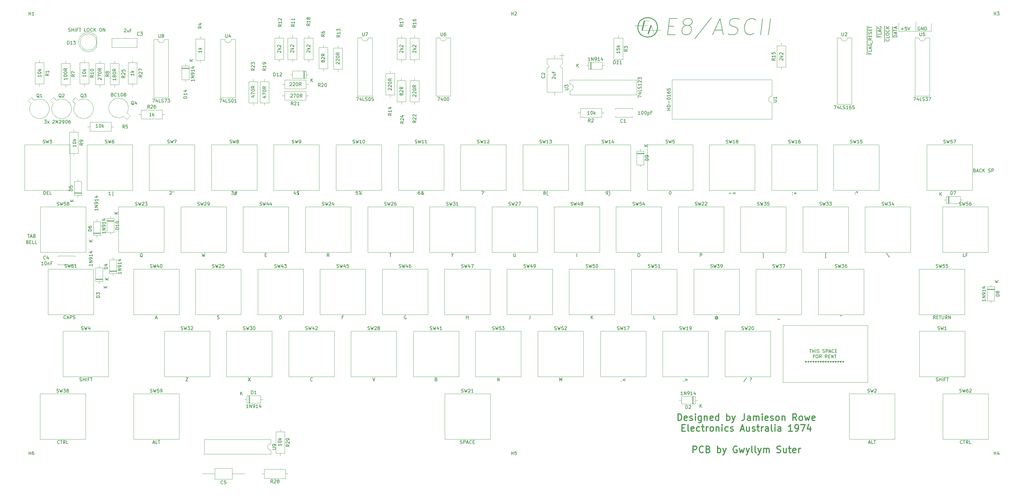
<source format=gbr>
%TF.GenerationSoftware,KiCad,Pcbnew,(5.1.10-1-10_14)*%
%TF.CreationDate,2022-01-29T17:57:15+11:00*%
%TF.ProjectId,ASCII keyboard,41534349-4920-46b6-9579-626f6172642e,rev?*%
%TF.SameCoordinates,Original*%
%TF.FileFunction,Legend,Top*%
%TF.FilePolarity,Positive*%
%FSLAX46Y46*%
G04 Gerber Fmt 4.6, Leading zero omitted, Abs format (unit mm)*
G04 Created by KiCad (PCBNEW (5.1.10-1-10_14)) date 2022-01-29 17:57:15*
%MOMM*%
%LPD*%
G01*
G04 APERTURE LIST*
%ADD10C,0.150000*%
%ADD11C,0.120000*%
%ADD12C,0.300000*%
%ADD13C,0.240000*%
G04 APERTURE END LIST*
D10*
X309535714Y-137452380D02*
X309535714Y-137690476D01*
X309297619Y-137595238D02*
X309535714Y-137690476D01*
X309773809Y-137595238D01*
X309392857Y-137880952D02*
X309535714Y-137690476D01*
X309678571Y-137880952D01*
X310297619Y-137452380D02*
X310297619Y-137690476D01*
X310059523Y-137595238D02*
X310297619Y-137690476D01*
X310535714Y-137595238D01*
X310154761Y-137880952D02*
X310297619Y-137690476D01*
X310440476Y-137880952D01*
X311059523Y-137452380D02*
X311059523Y-137690476D01*
X310821428Y-137595238D02*
X311059523Y-137690476D01*
X311297619Y-137595238D01*
X310916666Y-137880952D02*
X311059523Y-137690476D01*
X311202380Y-137880952D01*
X311821428Y-137452380D02*
X311821428Y-137690476D01*
X311583333Y-137595238D02*
X311821428Y-137690476D01*
X312059523Y-137595238D01*
X311678571Y-137880952D02*
X311821428Y-137690476D01*
X311964285Y-137880952D01*
X312583333Y-137452380D02*
X312583333Y-137690476D01*
X312345238Y-137595238D02*
X312583333Y-137690476D01*
X312821428Y-137595238D01*
X312440476Y-137880952D02*
X312583333Y-137690476D01*
X312726190Y-137880952D01*
X313345238Y-137452380D02*
X313345238Y-137690476D01*
X313107142Y-137595238D02*
X313345238Y-137690476D01*
X313583333Y-137595238D01*
X313202380Y-137880952D02*
X313345238Y-137690476D01*
X313488095Y-137880952D01*
X314107142Y-137452380D02*
X314107142Y-137690476D01*
X313869047Y-137595238D02*
X314107142Y-137690476D01*
X314345238Y-137595238D01*
X313964285Y-137880952D02*
X314107142Y-137690476D01*
X314250000Y-137880952D01*
X314869047Y-137452380D02*
X314869047Y-137690476D01*
X314630952Y-137595238D02*
X314869047Y-137690476D01*
X315107142Y-137595238D01*
X314726190Y-137880952D02*
X314869047Y-137690476D01*
X315011904Y-137880952D01*
X315630952Y-137452380D02*
X315630952Y-137690476D01*
X315392857Y-137595238D02*
X315630952Y-137690476D01*
X315869047Y-137595238D01*
X315488095Y-137880952D02*
X315630952Y-137690476D01*
X315773809Y-137880952D01*
X316392857Y-137452380D02*
X316392857Y-137690476D01*
X316154761Y-137595238D02*
X316392857Y-137690476D01*
X316630952Y-137595238D01*
X316250000Y-137880952D02*
X316392857Y-137690476D01*
X316535714Y-137880952D01*
X317154761Y-137452380D02*
X317154761Y-137690476D01*
X316916666Y-137595238D02*
X317154761Y-137690476D01*
X317392857Y-137595238D01*
X317011904Y-137880952D02*
X317154761Y-137690476D01*
X317297619Y-137880952D01*
X317916666Y-137452380D02*
X317916666Y-137690476D01*
X317678571Y-137595238D02*
X317916666Y-137690476D01*
X318154761Y-137595238D01*
X317773809Y-137880952D02*
X317916666Y-137690476D01*
X318059523Y-137880952D01*
X318678571Y-137452380D02*
X318678571Y-137690476D01*
X318440476Y-137595238D02*
X318678571Y-137690476D01*
X318916666Y-137595238D01*
X318535714Y-137880952D02*
X318678571Y-137690476D01*
X318821428Y-137880952D01*
X319440476Y-137452380D02*
X319440476Y-137690476D01*
X319202380Y-137595238D02*
X319440476Y-137690476D01*
X319678571Y-137595238D01*
X319297619Y-137880952D02*
X319440476Y-137690476D01*
X319583333Y-137880952D01*
X320202380Y-137452380D02*
X320202380Y-137690476D01*
X319964285Y-137595238D02*
X320202380Y-137690476D01*
X320440476Y-137595238D01*
X320059523Y-137880952D02*
X320202380Y-137690476D01*
X320345238Y-137880952D01*
X320964285Y-137452380D02*
X320964285Y-137690476D01*
X320726190Y-137595238D02*
X320964285Y-137690476D01*
X321202380Y-137595238D01*
X320821428Y-137880952D02*
X320964285Y-137690476D01*
X321107142Y-137880952D01*
D11*
X302500000Y-126500000D02*
X303000000Y-126500000D01*
X302500000Y-144000000D02*
X302500000Y-126500000D01*
X303250000Y-144000000D02*
X302500000Y-144000000D01*
X328500000Y-144000000D02*
X303250000Y-144000000D01*
X328500000Y-126500000D02*
X328500000Y-144000000D01*
X303000000Y-126500000D02*
X328500000Y-126500000D01*
D10*
X310607142Y-133877380D02*
X311178571Y-133877380D01*
X310892857Y-134877380D02*
X310892857Y-133877380D01*
X311511904Y-134877380D02*
X311511904Y-133877380D01*
X311511904Y-134353571D02*
X312083333Y-134353571D01*
X312083333Y-134877380D02*
X312083333Y-133877380D01*
X312559523Y-134877380D02*
X312559523Y-133877380D01*
X312988095Y-134829761D02*
X313130952Y-134877380D01*
X313369047Y-134877380D01*
X313464285Y-134829761D01*
X313511904Y-134782142D01*
X313559523Y-134686904D01*
X313559523Y-134591666D01*
X313511904Y-134496428D01*
X313464285Y-134448809D01*
X313369047Y-134401190D01*
X313178571Y-134353571D01*
X313083333Y-134305952D01*
X313035714Y-134258333D01*
X312988095Y-134163095D01*
X312988095Y-134067857D01*
X313035714Y-133972619D01*
X313083333Y-133925000D01*
X313178571Y-133877380D01*
X313416666Y-133877380D01*
X313559523Y-133925000D01*
X314702380Y-134829761D02*
X314845238Y-134877380D01*
X315083333Y-134877380D01*
X315178571Y-134829761D01*
X315226190Y-134782142D01*
X315273809Y-134686904D01*
X315273809Y-134591666D01*
X315226190Y-134496428D01*
X315178571Y-134448809D01*
X315083333Y-134401190D01*
X314892857Y-134353571D01*
X314797619Y-134305952D01*
X314750000Y-134258333D01*
X314702380Y-134163095D01*
X314702380Y-134067857D01*
X314750000Y-133972619D01*
X314797619Y-133925000D01*
X314892857Y-133877380D01*
X315130952Y-133877380D01*
X315273809Y-133925000D01*
X315702380Y-134877380D02*
X315702380Y-133877380D01*
X316083333Y-133877380D01*
X316178571Y-133925000D01*
X316226190Y-133972619D01*
X316273809Y-134067857D01*
X316273809Y-134210714D01*
X316226190Y-134305952D01*
X316178571Y-134353571D01*
X316083333Y-134401190D01*
X315702380Y-134401190D01*
X316654761Y-134591666D02*
X317130952Y-134591666D01*
X316559523Y-134877380D02*
X316892857Y-133877380D01*
X317226190Y-134877380D01*
X318130952Y-134782142D02*
X318083333Y-134829761D01*
X317940476Y-134877380D01*
X317845238Y-134877380D01*
X317702380Y-134829761D01*
X317607142Y-134734523D01*
X317559523Y-134639285D01*
X317511904Y-134448809D01*
X317511904Y-134305952D01*
X317559523Y-134115476D01*
X317607142Y-134020238D01*
X317702380Y-133925000D01*
X317845238Y-133877380D01*
X317940476Y-133877380D01*
X318083333Y-133925000D01*
X318130952Y-133972619D01*
X318559523Y-134353571D02*
X318892857Y-134353571D01*
X319035714Y-134877380D02*
X318559523Y-134877380D01*
X318559523Y-133877380D01*
X319035714Y-133877380D01*
X312130952Y-136003571D02*
X311797619Y-136003571D01*
X311797619Y-136527380D02*
X311797619Y-135527380D01*
X312273809Y-135527380D01*
X312845238Y-135527380D02*
X313035714Y-135527380D01*
X313130952Y-135575000D01*
X313226190Y-135670238D01*
X313273809Y-135860714D01*
X313273809Y-136194047D01*
X313226190Y-136384523D01*
X313130952Y-136479761D01*
X313035714Y-136527380D01*
X312845238Y-136527380D01*
X312750000Y-136479761D01*
X312654761Y-136384523D01*
X312607142Y-136194047D01*
X312607142Y-135860714D01*
X312654761Y-135670238D01*
X312750000Y-135575000D01*
X312845238Y-135527380D01*
X314273809Y-136527380D02*
X313940476Y-136051190D01*
X313702380Y-136527380D02*
X313702380Y-135527380D01*
X314083333Y-135527380D01*
X314178571Y-135575000D01*
X314226190Y-135622619D01*
X314273809Y-135717857D01*
X314273809Y-135860714D01*
X314226190Y-135955952D01*
X314178571Y-136003571D01*
X314083333Y-136051190D01*
X313702380Y-136051190D01*
X316035714Y-136527380D02*
X315702380Y-136051190D01*
X315464285Y-136527380D02*
X315464285Y-135527380D01*
X315845238Y-135527380D01*
X315940476Y-135575000D01*
X315988095Y-135622619D01*
X316035714Y-135717857D01*
X316035714Y-135860714D01*
X315988095Y-135955952D01*
X315940476Y-136003571D01*
X315845238Y-136051190D01*
X315464285Y-136051190D01*
X316464285Y-136003571D02*
X316797619Y-136003571D01*
X316940476Y-136527380D02*
X316464285Y-136527380D01*
X316464285Y-135527380D01*
X316940476Y-135527380D01*
X317369047Y-136527380D02*
X317369047Y-135527380D01*
X317940476Y-136527380D01*
X317940476Y-135527380D01*
X318273809Y-135527380D02*
X318845238Y-135527380D01*
X318559523Y-136527380D02*
X318559523Y-135527380D01*
D12*
X270297619Y-155704761D02*
X270297619Y-153704761D01*
X270773809Y-153704761D01*
X271059523Y-153800000D01*
X271249999Y-153990476D01*
X271345238Y-154180952D01*
X271440476Y-154561904D01*
X271440476Y-154847619D01*
X271345238Y-155228571D01*
X271249999Y-155419047D01*
X271059523Y-155609523D01*
X270773809Y-155704761D01*
X270297619Y-155704761D01*
X273059523Y-155609523D02*
X272869047Y-155704761D01*
X272488095Y-155704761D01*
X272297619Y-155609523D01*
X272202380Y-155419047D01*
X272202380Y-154657142D01*
X272297619Y-154466666D01*
X272488095Y-154371428D01*
X272869047Y-154371428D01*
X273059523Y-154466666D01*
X273154761Y-154657142D01*
X273154761Y-154847619D01*
X272202380Y-155038095D01*
X273916666Y-155609523D02*
X274107142Y-155704761D01*
X274488095Y-155704761D01*
X274678571Y-155609523D01*
X274773809Y-155419047D01*
X274773809Y-155323809D01*
X274678571Y-155133333D01*
X274488095Y-155038095D01*
X274202380Y-155038095D01*
X274011904Y-154942857D01*
X273916666Y-154752380D01*
X273916666Y-154657142D01*
X274011904Y-154466666D01*
X274202380Y-154371428D01*
X274488095Y-154371428D01*
X274678571Y-154466666D01*
X275630952Y-155704761D02*
X275630952Y-154371428D01*
X275630952Y-153704761D02*
X275535714Y-153800000D01*
X275630952Y-153895238D01*
X275726190Y-153800000D01*
X275630952Y-153704761D01*
X275630952Y-153895238D01*
X277440476Y-154371428D02*
X277440476Y-155990476D01*
X277345238Y-156180952D01*
X277249999Y-156276190D01*
X277059523Y-156371428D01*
X276773809Y-156371428D01*
X276583333Y-156276190D01*
X277440476Y-155609523D02*
X277249999Y-155704761D01*
X276869047Y-155704761D01*
X276678571Y-155609523D01*
X276583333Y-155514285D01*
X276488095Y-155323809D01*
X276488095Y-154752380D01*
X276583333Y-154561904D01*
X276678571Y-154466666D01*
X276869047Y-154371428D01*
X277249999Y-154371428D01*
X277440476Y-154466666D01*
X278392857Y-154371428D02*
X278392857Y-155704761D01*
X278392857Y-154561904D02*
X278488095Y-154466666D01*
X278678571Y-154371428D01*
X278964285Y-154371428D01*
X279154761Y-154466666D01*
X279249999Y-154657142D01*
X279249999Y-155704761D01*
X280964285Y-155609523D02*
X280773809Y-155704761D01*
X280392857Y-155704761D01*
X280202380Y-155609523D01*
X280107142Y-155419047D01*
X280107142Y-154657142D01*
X280202380Y-154466666D01*
X280392857Y-154371428D01*
X280773809Y-154371428D01*
X280964285Y-154466666D01*
X281059523Y-154657142D01*
X281059523Y-154847619D01*
X280107142Y-155038095D01*
X282773809Y-155704761D02*
X282773809Y-153704761D01*
X282773809Y-155609523D02*
X282583333Y-155704761D01*
X282202380Y-155704761D01*
X282011904Y-155609523D01*
X281916666Y-155514285D01*
X281821428Y-155323809D01*
X281821428Y-154752380D01*
X281916666Y-154561904D01*
X282011904Y-154466666D01*
X282202380Y-154371428D01*
X282583333Y-154371428D01*
X282773809Y-154466666D01*
X285249999Y-155704761D02*
X285249999Y-153704761D01*
X285249999Y-154466666D02*
X285440476Y-154371428D01*
X285821428Y-154371428D01*
X286011904Y-154466666D01*
X286107142Y-154561904D01*
X286202380Y-154752380D01*
X286202380Y-155323809D01*
X286107142Y-155514285D01*
X286011904Y-155609523D01*
X285821428Y-155704761D01*
X285440476Y-155704761D01*
X285249999Y-155609523D01*
X286869047Y-154371428D02*
X287345238Y-155704761D01*
X287821428Y-154371428D02*
X287345238Y-155704761D01*
X287154761Y-156180952D01*
X287059523Y-156276190D01*
X286869047Y-156371428D01*
X290678571Y-153704761D02*
X290678571Y-155133333D01*
X290583333Y-155419047D01*
X290392857Y-155609523D01*
X290107142Y-155704761D01*
X289916666Y-155704761D01*
X292488095Y-155704761D02*
X292488095Y-154657142D01*
X292392857Y-154466666D01*
X292202380Y-154371428D01*
X291821428Y-154371428D01*
X291630952Y-154466666D01*
X292488095Y-155609523D02*
X292297619Y-155704761D01*
X291821428Y-155704761D01*
X291630952Y-155609523D01*
X291535714Y-155419047D01*
X291535714Y-155228571D01*
X291630952Y-155038095D01*
X291821428Y-154942857D01*
X292297619Y-154942857D01*
X292488095Y-154847619D01*
X293440476Y-155704761D02*
X293440476Y-154371428D01*
X293440476Y-154561904D02*
X293535714Y-154466666D01*
X293726190Y-154371428D01*
X294011904Y-154371428D01*
X294202380Y-154466666D01*
X294297619Y-154657142D01*
X294297619Y-155704761D01*
X294297619Y-154657142D02*
X294392857Y-154466666D01*
X294583333Y-154371428D01*
X294869047Y-154371428D01*
X295059523Y-154466666D01*
X295154761Y-154657142D01*
X295154761Y-155704761D01*
X296107142Y-155704761D02*
X296107142Y-154371428D01*
X296107142Y-153704761D02*
X296011904Y-153800000D01*
X296107142Y-153895238D01*
X296202380Y-153800000D01*
X296107142Y-153704761D01*
X296107142Y-153895238D01*
X297821428Y-155609523D02*
X297630952Y-155704761D01*
X297249999Y-155704761D01*
X297059523Y-155609523D01*
X296964285Y-155419047D01*
X296964285Y-154657142D01*
X297059523Y-154466666D01*
X297249999Y-154371428D01*
X297630952Y-154371428D01*
X297821428Y-154466666D01*
X297916666Y-154657142D01*
X297916666Y-154847619D01*
X296964285Y-155038095D01*
X298678571Y-155609523D02*
X298869047Y-155704761D01*
X299249999Y-155704761D01*
X299440476Y-155609523D01*
X299535714Y-155419047D01*
X299535714Y-155323809D01*
X299440476Y-155133333D01*
X299249999Y-155038095D01*
X298964285Y-155038095D01*
X298773809Y-154942857D01*
X298678571Y-154752380D01*
X298678571Y-154657142D01*
X298773809Y-154466666D01*
X298964285Y-154371428D01*
X299249999Y-154371428D01*
X299440476Y-154466666D01*
X300678571Y-155704761D02*
X300488095Y-155609523D01*
X300392857Y-155514285D01*
X300297619Y-155323809D01*
X300297619Y-154752380D01*
X300392857Y-154561904D01*
X300488095Y-154466666D01*
X300678571Y-154371428D01*
X300964285Y-154371428D01*
X301154761Y-154466666D01*
X301249999Y-154561904D01*
X301345238Y-154752380D01*
X301345238Y-155323809D01*
X301249999Y-155514285D01*
X301154761Y-155609523D01*
X300964285Y-155704761D01*
X300678571Y-155704761D01*
X302202380Y-154371428D02*
X302202380Y-155704761D01*
X302202380Y-154561904D02*
X302297619Y-154466666D01*
X302488095Y-154371428D01*
X302773809Y-154371428D01*
X302964285Y-154466666D01*
X303059523Y-154657142D01*
X303059523Y-155704761D01*
X306678571Y-155704761D02*
X306011904Y-154752380D01*
X305535714Y-155704761D02*
X305535714Y-153704761D01*
X306297619Y-153704761D01*
X306488095Y-153800000D01*
X306583333Y-153895238D01*
X306678571Y-154085714D01*
X306678571Y-154371428D01*
X306583333Y-154561904D01*
X306488095Y-154657142D01*
X306297619Y-154752380D01*
X305535714Y-154752380D01*
X307821428Y-155704761D02*
X307630952Y-155609523D01*
X307535714Y-155514285D01*
X307440476Y-155323809D01*
X307440476Y-154752380D01*
X307535714Y-154561904D01*
X307630952Y-154466666D01*
X307821428Y-154371428D01*
X308107142Y-154371428D01*
X308297619Y-154466666D01*
X308392857Y-154561904D01*
X308488095Y-154752380D01*
X308488095Y-155323809D01*
X308392857Y-155514285D01*
X308297619Y-155609523D01*
X308107142Y-155704761D01*
X307821428Y-155704761D01*
X309154761Y-154371428D02*
X309535714Y-155704761D01*
X309916666Y-154752380D01*
X310297619Y-155704761D01*
X310678571Y-154371428D01*
X312202380Y-155609523D02*
X312011904Y-155704761D01*
X311630952Y-155704761D01*
X311440476Y-155609523D01*
X311345238Y-155419047D01*
X311345238Y-154657142D01*
X311440476Y-154466666D01*
X311630952Y-154371428D01*
X312011904Y-154371428D01*
X312202380Y-154466666D01*
X312297619Y-154657142D01*
X312297619Y-154847619D01*
X311345238Y-155038095D01*
X271535714Y-157957142D02*
X272202380Y-157957142D01*
X272488095Y-159004761D02*
X271535714Y-159004761D01*
X271535714Y-157004761D01*
X272488095Y-157004761D01*
X273630952Y-159004761D02*
X273440476Y-158909523D01*
X273345238Y-158719047D01*
X273345238Y-157004761D01*
X275154761Y-158909523D02*
X274964285Y-159004761D01*
X274583333Y-159004761D01*
X274392857Y-158909523D01*
X274297619Y-158719047D01*
X274297619Y-157957142D01*
X274392857Y-157766666D01*
X274583333Y-157671428D01*
X274964285Y-157671428D01*
X275154761Y-157766666D01*
X275250000Y-157957142D01*
X275250000Y-158147619D01*
X274297619Y-158338095D01*
X276964285Y-158909523D02*
X276773809Y-159004761D01*
X276392857Y-159004761D01*
X276202380Y-158909523D01*
X276107142Y-158814285D01*
X276011904Y-158623809D01*
X276011904Y-158052380D01*
X276107142Y-157861904D01*
X276202380Y-157766666D01*
X276392857Y-157671428D01*
X276773809Y-157671428D01*
X276964285Y-157766666D01*
X277535714Y-157671428D02*
X278297619Y-157671428D01*
X277821428Y-157004761D02*
X277821428Y-158719047D01*
X277916666Y-158909523D01*
X278107142Y-159004761D01*
X278297619Y-159004761D01*
X278964285Y-159004761D02*
X278964285Y-157671428D01*
X278964285Y-158052380D02*
X279059523Y-157861904D01*
X279154761Y-157766666D01*
X279345238Y-157671428D01*
X279535714Y-157671428D01*
X280488095Y-159004761D02*
X280297619Y-158909523D01*
X280202380Y-158814285D01*
X280107142Y-158623809D01*
X280107142Y-158052380D01*
X280202380Y-157861904D01*
X280297619Y-157766666D01*
X280488095Y-157671428D01*
X280773809Y-157671428D01*
X280964285Y-157766666D01*
X281059523Y-157861904D01*
X281154761Y-158052380D01*
X281154761Y-158623809D01*
X281059523Y-158814285D01*
X280964285Y-158909523D01*
X280773809Y-159004761D01*
X280488095Y-159004761D01*
X282011904Y-157671428D02*
X282011904Y-159004761D01*
X282011904Y-157861904D02*
X282107142Y-157766666D01*
X282297619Y-157671428D01*
X282583333Y-157671428D01*
X282773809Y-157766666D01*
X282869047Y-157957142D01*
X282869047Y-159004761D01*
X283821428Y-159004761D02*
X283821428Y-157671428D01*
X283821428Y-157004761D02*
X283726190Y-157100000D01*
X283821428Y-157195238D01*
X283916666Y-157100000D01*
X283821428Y-157004761D01*
X283821428Y-157195238D01*
X285630952Y-158909523D02*
X285440476Y-159004761D01*
X285059523Y-159004761D01*
X284869047Y-158909523D01*
X284773809Y-158814285D01*
X284678571Y-158623809D01*
X284678571Y-158052380D01*
X284773809Y-157861904D01*
X284869047Y-157766666D01*
X285059523Y-157671428D01*
X285440476Y-157671428D01*
X285630952Y-157766666D01*
X286392857Y-158909523D02*
X286583333Y-159004761D01*
X286964285Y-159004761D01*
X287154761Y-158909523D01*
X287250000Y-158719047D01*
X287250000Y-158623809D01*
X287154761Y-158433333D01*
X286964285Y-158338095D01*
X286678571Y-158338095D01*
X286488095Y-158242857D01*
X286392857Y-158052380D01*
X286392857Y-157957142D01*
X286488095Y-157766666D01*
X286678571Y-157671428D01*
X286964285Y-157671428D01*
X287154761Y-157766666D01*
X289535714Y-158433333D02*
X290488095Y-158433333D01*
X289345238Y-159004761D02*
X290011904Y-157004761D01*
X290678571Y-159004761D01*
X292202380Y-157671428D02*
X292202380Y-159004761D01*
X291345238Y-157671428D02*
X291345238Y-158719047D01*
X291440476Y-158909523D01*
X291630952Y-159004761D01*
X291916666Y-159004761D01*
X292107142Y-158909523D01*
X292202380Y-158814285D01*
X293059523Y-158909523D02*
X293250000Y-159004761D01*
X293630952Y-159004761D01*
X293821428Y-158909523D01*
X293916666Y-158719047D01*
X293916666Y-158623809D01*
X293821428Y-158433333D01*
X293630952Y-158338095D01*
X293345238Y-158338095D01*
X293154761Y-158242857D01*
X293059523Y-158052380D01*
X293059523Y-157957142D01*
X293154761Y-157766666D01*
X293345238Y-157671428D01*
X293630952Y-157671428D01*
X293821428Y-157766666D01*
X294488095Y-157671428D02*
X295250000Y-157671428D01*
X294773809Y-157004761D02*
X294773809Y-158719047D01*
X294869047Y-158909523D01*
X295059523Y-159004761D01*
X295250000Y-159004761D01*
X295916666Y-159004761D02*
X295916666Y-157671428D01*
X295916666Y-158052380D02*
X296011904Y-157861904D01*
X296107142Y-157766666D01*
X296297619Y-157671428D01*
X296488095Y-157671428D01*
X298011904Y-159004761D02*
X298011904Y-157957142D01*
X297916666Y-157766666D01*
X297726190Y-157671428D01*
X297345238Y-157671428D01*
X297154761Y-157766666D01*
X298011904Y-158909523D02*
X297821428Y-159004761D01*
X297345238Y-159004761D01*
X297154761Y-158909523D01*
X297059523Y-158719047D01*
X297059523Y-158528571D01*
X297154761Y-158338095D01*
X297345238Y-158242857D01*
X297821428Y-158242857D01*
X298011904Y-158147619D01*
X299250000Y-159004761D02*
X299059523Y-158909523D01*
X298964285Y-158719047D01*
X298964285Y-157004761D01*
X300011904Y-159004761D02*
X300011904Y-157671428D01*
X300011904Y-157004761D02*
X299916666Y-157100000D01*
X300011904Y-157195238D01*
X300107142Y-157100000D01*
X300011904Y-157004761D01*
X300011904Y-157195238D01*
X301821428Y-159004761D02*
X301821428Y-157957142D01*
X301726190Y-157766666D01*
X301535714Y-157671428D01*
X301154761Y-157671428D01*
X300964285Y-157766666D01*
X301821428Y-158909523D02*
X301630952Y-159004761D01*
X301154761Y-159004761D01*
X300964285Y-158909523D01*
X300869047Y-158719047D01*
X300869047Y-158528571D01*
X300964285Y-158338095D01*
X301154761Y-158242857D01*
X301630952Y-158242857D01*
X301821428Y-158147619D01*
X305345238Y-159004761D02*
X304202380Y-159004761D01*
X304773809Y-159004761D02*
X304773809Y-157004761D01*
X304583333Y-157290476D01*
X304392857Y-157480952D01*
X304202380Y-157576190D01*
X306297619Y-159004761D02*
X306678571Y-159004761D01*
X306869047Y-158909523D01*
X306964285Y-158814285D01*
X307154761Y-158528571D01*
X307250000Y-158147619D01*
X307250000Y-157385714D01*
X307154761Y-157195238D01*
X307059523Y-157100000D01*
X306869047Y-157004761D01*
X306488095Y-157004761D01*
X306297619Y-157100000D01*
X306202380Y-157195238D01*
X306107142Y-157385714D01*
X306107142Y-157861904D01*
X306202380Y-158052380D01*
X306297619Y-158147619D01*
X306488095Y-158242857D01*
X306869047Y-158242857D01*
X307059523Y-158147619D01*
X307154761Y-158052380D01*
X307250000Y-157861904D01*
X307916666Y-157004761D02*
X309250000Y-157004761D01*
X308392857Y-159004761D01*
X310869047Y-157671428D02*
X310869047Y-159004761D01*
X310392857Y-156909523D02*
X309916666Y-158338095D01*
X311154761Y-158338095D01*
X274916666Y-165604761D02*
X274916666Y-163604761D01*
X275678571Y-163604761D01*
X275869047Y-163700000D01*
X275964285Y-163795238D01*
X276059523Y-163985714D01*
X276059523Y-164271428D01*
X275964285Y-164461904D01*
X275869047Y-164557142D01*
X275678571Y-164652380D01*
X274916666Y-164652380D01*
X278059523Y-165414285D02*
X277964285Y-165509523D01*
X277678571Y-165604761D01*
X277488095Y-165604761D01*
X277202380Y-165509523D01*
X277011904Y-165319047D01*
X276916666Y-165128571D01*
X276821428Y-164747619D01*
X276821428Y-164461904D01*
X276916666Y-164080952D01*
X277011904Y-163890476D01*
X277202380Y-163700000D01*
X277488095Y-163604761D01*
X277678571Y-163604761D01*
X277964285Y-163700000D01*
X278059523Y-163795238D01*
X279583333Y-164557142D02*
X279869047Y-164652380D01*
X279964285Y-164747619D01*
X280059523Y-164938095D01*
X280059523Y-165223809D01*
X279964285Y-165414285D01*
X279869047Y-165509523D01*
X279678571Y-165604761D01*
X278916666Y-165604761D01*
X278916666Y-163604761D01*
X279583333Y-163604761D01*
X279773809Y-163700000D01*
X279869047Y-163795238D01*
X279964285Y-163985714D01*
X279964285Y-164176190D01*
X279869047Y-164366666D01*
X279773809Y-164461904D01*
X279583333Y-164557142D01*
X278916666Y-164557142D01*
X282440476Y-165604761D02*
X282440476Y-163604761D01*
X282440476Y-164366666D02*
X282630952Y-164271428D01*
X283011904Y-164271428D01*
X283202380Y-164366666D01*
X283297619Y-164461904D01*
X283392857Y-164652380D01*
X283392857Y-165223809D01*
X283297619Y-165414285D01*
X283202380Y-165509523D01*
X283011904Y-165604761D01*
X282630952Y-165604761D01*
X282440476Y-165509523D01*
X284059523Y-164271428D02*
X284535714Y-165604761D01*
X285011904Y-164271428D02*
X284535714Y-165604761D01*
X284345238Y-166080952D01*
X284250000Y-166176190D01*
X284059523Y-166271428D01*
X288345238Y-163700000D02*
X288154761Y-163604761D01*
X287869047Y-163604761D01*
X287583333Y-163700000D01*
X287392857Y-163890476D01*
X287297619Y-164080952D01*
X287202380Y-164461904D01*
X287202380Y-164747619D01*
X287297619Y-165128571D01*
X287392857Y-165319047D01*
X287583333Y-165509523D01*
X287869047Y-165604761D01*
X288059523Y-165604761D01*
X288345238Y-165509523D01*
X288440476Y-165414285D01*
X288440476Y-164747619D01*
X288059523Y-164747619D01*
X289107142Y-164271428D02*
X289488095Y-165604761D01*
X289869047Y-164652380D01*
X290250000Y-165604761D01*
X290630952Y-164271428D01*
X291202380Y-164271428D02*
X291678571Y-165604761D01*
X292154761Y-164271428D02*
X291678571Y-165604761D01*
X291488095Y-166080952D01*
X291392857Y-166176190D01*
X291202380Y-166271428D01*
X293202380Y-165604761D02*
X293011904Y-165509523D01*
X292916666Y-165319047D01*
X292916666Y-163604761D01*
X294250000Y-165604761D02*
X294059523Y-165509523D01*
X293964285Y-165319047D01*
X293964285Y-163604761D01*
X294821428Y-164271428D02*
X295297619Y-165604761D01*
X295773809Y-164271428D02*
X295297619Y-165604761D01*
X295107142Y-166080952D01*
X295011904Y-166176190D01*
X294821428Y-166271428D01*
X296535714Y-165604761D02*
X296535714Y-164271428D01*
X296535714Y-164461904D02*
X296630952Y-164366666D01*
X296821428Y-164271428D01*
X297107142Y-164271428D01*
X297297619Y-164366666D01*
X297392857Y-164557142D01*
X297392857Y-165604761D01*
X297392857Y-164557142D02*
X297488095Y-164366666D01*
X297678571Y-164271428D01*
X297964285Y-164271428D01*
X298154761Y-164366666D01*
X298250000Y-164557142D01*
X298250000Y-165604761D01*
X300630952Y-165509523D02*
X300916666Y-165604761D01*
X301392857Y-165604761D01*
X301583333Y-165509523D01*
X301678571Y-165414285D01*
X301773809Y-165223809D01*
X301773809Y-165033333D01*
X301678571Y-164842857D01*
X301583333Y-164747619D01*
X301392857Y-164652380D01*
X301011904Y-164557142D01*
X300821428Y-164461904D01*
X300726190Y-164366666D01*
X300630952Y-164176190D01*
X300630952Y-163985714D01*
X300726190Y-163795238D01*
X300821428Y-163700000D01*
X301011904Y-163604761D01*
X301488095Y-163604761D01*
X301773809Y-163700000D01*
X303488095Y-164271428D02*
X303488095Y-165604761D01*
X302630952Y-164271428D02*
X302630952Y-165319047D01*
X302726190Y-165509523D01*
X302916666Y-165604761D01*
X303202380Y-165604761D01*
X303392857Y-165509523D01*
X303488095Y-165414285D01*
X304154761Y-164271428D02*
X304916666Y-164271428D01*
X304440476Y-163604761D02*
X304440476Y-165319047D01*
X304535714Y-165509523D01*
X304726190Y-165604761D01*
X304916666Y-165604761D01*
X306345238Y-165509523D02*
X306154761Y-165604761D01*
X305773809Y-165604761D01*
X305583333Y-165509523D01*
X305488095Y-165319047D01*
X305488095Y-164557142D01*
X305583333Y-164366666D01*
X305773809Y-164271428D01*
X306154761Y-164271428D01*
X306345238Y-164366666D01*
X306440476Y-164557142D01*
X306440476Y-164747619D01*
X305488095Y-164938095D01*
X307297619Y-165604761D02*
X307297619Y-164271428D01*
X307297619Y-164652380D02*
X307392857Y-164461904D01*
X307488095Y-164366666D01*
X307678571Y-164271428D01*
X307869047Y-164271428D01*
D10*
X76011904Y-63452380D02*
X76630952Y-63452380D01*
X76297619Y-63833333D01*
X76440476Y-63833333D01*
X76535714Y-63880952D01*
X76583333Y-63928571D01*
X76630952Y-64023809D01*
X76630952Y-64261904D01*
X76583333Y-64357142D01*
X76535714Y-64404761D01*
X76440476Y-64452380D01*
X76154761Y-64452380D01*
X76059523Y-64404761D01*
X76011904Y-64357142D01*
X76964285Y-64452380D02*
X77488095Y-63785714D01*
X76964285Y-63785714D02*
X77488095Y-64452380D01*
X83404761Y-36204761D02*
X83547619Y-36252380D01*
X83785714Y-36252380D01*
X83880952Y-36204761D01*
X83928571Y-36157142D01*
X83976190Y-36061904D01*
X83976190Y-35966666D01*
X83928571Y-35871428D01*
X83880952Y-35823809D01*
X83785714Y-35776190D01*
X83595238Y-35728571D01*
X83500000Y-35680952D01*
X83452380Y-35633333D01*
X83404761Y-35538095D01*
X83404761Y-35442857D01*
X83452380Y-35347619D01*
X83500000Y-35300000D01*
X83595238Y-35252380D01*
X83833333Y-35252380D01*
X83976190Y-35300000D01*
X84404761Y-36252380D02*
X84404761Y-35252380D01*
X84404761Y-35728571D02*
X84976190Y-35728571D01*
X84976190Y-36252380D02*
X84976190Y-35252380D01*
X85452380Y-36252380D02*
X85452380Y-35252380D01*
X86261904Y-35728571D02*
X85928571Y-35728571D01*
X85928571Y-36252380D02*
X85928571Y-35252380D01*
X86404761Y-35252380D01*
X86642857Y-35252380D02*
X87214285Y-35252380D01*
X86928571Y-36252380D02*
X86928571Y-35252380D01*
X88785714Y-36252380D02*
X88309523Y-36252380D01*
X88309523Y-35252380D01*
X89309523Y-35252380D02*
X89500000Y-35252380D01*
X89595238Y-35300000D01*
X89690476Y-35395238D01*
X89738095Y-35585714D01*
X89738095Y-35919047D01*
X89690476Y-36109523D01*
X89595238Y-36204761D01*
X89500000Y-36252380D01*
X89309523Y-36252380D01*
X89214285Y-36204761D01*
X89119047Y-36109523D01*
X89071428Y-35919047D01*
X89071428Y-35585714D01*
X89119047Y-35395238D01*
X89214285Y-35300000D01*
X89309523Y-35252380D01*
X90738095Y-36157142D02*
X90690476Y-36204761D01*
X90547619Y-36252380D01*
X90452380Y-36252380D01*
X90309523Y-36204761D01*
X90214285Y-36109523D01*
X90166666Y-36014285D01*
X90119047Y-35823809D01*
X90119047Y-35680952D01*
X90166666Y-35490476D01*
X90214285Y-35395238D01*
X90309523Y-35300000D01*
X90452380Y-35252380D01*
X90547619Y-35252380D01*
X90690476Y-35300000D01*
X90738095Y-35347619D01*
X91166666Y-36252380D02*
X91166666Y-35252380D01*
X91738095Y-36252380D02*
X91309523Y-35680952D01*
X91738095Y-35252380D02*
X91166666Y-35823809D01*
X93119047Y-35252380D02*
X93309523Y-35252380D01*
X93404761Y-35300000D01*
X93500000Y-35395238D01*
X93547619Y-35585714D01*
X93547619Y-35919047D01*
X93500000Y-36109523D01*
X93404761Y-36204761D01*
X93309523Y-36252380D01*
X93119047Y-36252380D01*
X93023809Y-36204761D01*
X92928571Y-36109523D01*
X92880952Y-35919047D01*
X92880952Y-35585714D01*
X92928571Y-35395238D01*
X93023809Y-35300000D01*
X93119047Y-35252380D01*
X93976190Y-36252380D02*
X93976190Y-35252380D01*
X94547619Y-36252380D01*
X94547619Y-35252380D01*
D11*
X343200000Y-33200000D02*
X343200000Y-36200000D01*
X348000000Y-36200000D02*
X348000000Y-33800000D01*
X338000000Y-36200000D02*
X348000000Y-36200000D01*
X338000000Y-33600000D02*
X338000000Y-36200000D01*
D10*
X344438095Y-34900000D02*
X344342857Y-34852380D01*
X344200000Y-34852380D01*
X344057142Y-34900000D01*
X343961904Y-34995238D01*
X343914285Y-35090476D01*
X343866666Y-35280952D01*
X343866666Y-35423809D01*
X343914285Y-35614285D01*
X343961904Y-35709523D01*
X344057142Y-35804761D01*
X344200000Y-35852380D01*
X344295238Y-35852380D01*
X344438095Y-35804761D01*
X344485714Y-35757142D01*
X344485714Y-35423809D01*
X344295238Y-35423809D01*
X344914285Y-35852380D02*
X344914285Y-34852380D01*
X345485714Y-35852380D01*
X345485714Y-34852380D01*
X345961904Y-35852380D02*
X345961904Y-34852380D01*
X346200000Y-34852380D01*
X346342857Y-34900000D01*
X346438095Y-34995238D01*
X346485714Y-35090476D01*
X346533333Y-35280952D01*
X346533333Y-35423809D01*
X346485714Y-35614285D01*
X346438095Y-35709523D01*
X346342857Y-35804761D01*
X346200000Y-35852380D01*
X345961904Y-35852380D01*
X338714285Y-35471428D02*
X339476190Y-35471428D01*
X339095238Y-35852380D02*
X339095238Y-35090476D01*
X340428571Y-34852380D02*
X339952380Y-34852380D01*
X339904761Y-35328571D01*
X339952380Y-35280952D01*
X340047619Y-35233333D01*
X340285714Y-35233333D01*
X340380952Y-35280952D01*
X340428571Y-35328571D01*
X340476190Y-35423809D01*
X340476190Y-35661904D01*
X340428571Y-35757142D01*
X340380952Y-35804761D01*
X340285714Y-35852380D01*
X340047619Y-35852380D01*
X339952380Y-35804761D01*
X339904761Y-35757142D01*
X340761904Y-34852380D02*
X341095238Y-35852380D01*
X341428571Y-34852380D01*
X336085000Y-38138095D02*
X336085000Y-37138095D01*
X337452380Y-37900000D02*
X336452380Y-37900000D01*
X336452380Y-37661904D01*
X336500000Y-37519047D01*
X336595238Y-37423809D01*
X336690476Y-37376190D01*
X336880952Y-37328571D01*
X337023809Y-37328571D01*
X337214285Y-37376190D01*
X337309523Y-37423809D01*
X337404761Y-37519047D01*
X337452380Y-37661904D01*
X337452380Y-37900000D01*
X336085000Y-37138095D02*
X336085000Y-36280952D01*
X337166666Y-36947619D02*
X337166666Y-36471428D01*
X337452380Y-37042857D02*
X336452380Y-36709523D01*
X337452380Y-36376190D01*
X336085000Y-36280952D02*
X336085000Y-35519047D01*
X336452380Y-36185714D02*
X336452380Y-35614285D01*
X337452380Y-35900000D02*
X336452380Y-35900000D01*
X336085000Y-35519047D02*
X336085000Y-34661904D01*
X337166666Y-35328571D02*
X337166666Y-34852380D01*
X337452380Y-35423809D02*
X336452380Y-35090476D01*
X337452380Y-34757142D01*
X333685000Y-39428571D02*
X333685000Y-38428571D01*
X334957142Y-38619047D02*
X335004761Y-38666666D01*
X335052380Y-38809523D01*
X335052380Y-38904761D01*
X335004761Y-39047619D01*
X334909523Y-39142857D01*
X334814285Y-39190476D01*
X334623809Y-39238095D01*
X334480952Y-39238095D01*
X334290476Y-39190476D01*
X334195238Y-39142857D01*
X334100000Y-39047619D01*
X334052380Y-38904761D01*
X334052380Y-38809523D01*
X334100000Y-38666666D01*
X334147619Y-38619047D01*
X333685000Y-38428571D02*
X333685000Y-37619047D01*
X335052380Y-37714285D02*
X335052380Y-38190476D01*
X334052380Y-38190476D01*
X333685000Y-37619047D02*
X333685000Y-36571428D01*
X334052380Y-37190476D02*
X334052380Y-37000000D01*
X334100000Y-36904761D01*
X334195238Y-36809523D01*
X334385714Y-36761904D01*
X334719047Y-36761904D01*
X334909523Y-36809523D01*
X335004761Y-36904761D01*
X335052380Y-37000000D01*
X335052380Y-37190476D01*
X335004761Y-37285714D01*
X334909523Y-37380952D01*
X334719047Y-37428571D01*
X334385714Y-37428571D01*
X334195238Y-37380952D01*
X334100000Y-37285714D01*
X334052380Y-37190476D01*
X333685000Y-36571428D02*
X333685000Y-35571428D01*
X334957142Y-35761904D02*
X335004761Y-35809523D01*
X335052380Y-35952380D01*
X335052380Y-36047619D01*
X335004761Y-36190476D01*
X334909523Y-36285714D01*
X334814285Y-36333333D01*
X334623809Y-36380952D01*
X334480952Y-36380952D01*
X334290476Y-36333333D01*
X334195238Y-36285714D01*
X334100000Y-36190476D01*
X334052380Y-36047619D01*
X334052380Y-35952380D01*
X334100000Y-35809523D01*
X334147619Y-35761904D01*
X333685000Y-35571428D02*
X333685000Y-34571428D01*
X335052380Y-35333333D02*
X334052380Y-35333333D01*
X335052380Y-34761904D02*
X334480952Y-35190476D01*
X334052380Y-34761904D02*
X334623809Y-35333333D01*
X328335000Y-43404761D02*
X328335000Y-42547619D01*
X329178571Y-42833333D02*
X329178571Y-43166666D01*
X329702380Y-43166666D02*
X328702380Y-43166666D01*
X328702380Y-42690476D01*
X328335000Y-42547619D02*
X328335000Y-41738095D01*
X329702380Y-41833333D02*
X329702380Y-42309523D01*
X328702380Y-42309523D01*
X328335000Y-41738095D02*
X328335000Y-40880952D01*
X329416666Y-41547619D02*
X329416666Y-41071428D01*
X329702380Y-41642857D02*
X328702380Y-41309523D01*
X329702380Y-40976190D01*
X328335000Y-40880952D02*
X328335000Y-39880952D01*
X328750000Y-40119047D02*
X328702380Y-40214285D01*
X328702380Y-40357142D01*
X328750000Y-40500000D01*
X328845238Y-40595238D01*
X328940476Y-40642857D01*
X329130952Y-40690476D01*
X329273809Y-40690476D01*
X329464285Y-40642857D01*
X329559523Y-40595238D01*
X329654761Y-40500000D01*
X329702380Y-40357142D01*
X329702380Y-40261904D01*
X329654761Y-40119047D01*
X329607142Y-40071428D01*
X329273809Y-40071428D01*
X329273809Y-40261904D01*
X328335000Y-39880952D02*
X328335000Y-39119047D01*
X329797619Y-39880952D02*
X329797619Y-39119047D01*
X328335000Y-39119047D02*
X328335000Y-38119047D01*
X329702380Y-38309523D02*
X329226190Y-38642857D01*
X329702380Y-38880952D02*
X328702380Y-38880952D01*
X328702380Y-38500000D01*
X328750000Y-38404761D01*
X328797619Y-38357142D01*
X328892857Y-38309523D01*
X329035714Y-38309523D01*
X329130952Y-38357142D01*
X329178571Y-38404761D01*
X329226190Y-38500000D01*
X329226190Y-38880952D01*
X328335000Y-38119047D02*
X328335000Y-37214285D01*
X329178571Y-37880952D02*
X329178571Y-37547619D01*
X329702380Y-37404761D02*
X329702380Y-37880952D01*
X328702380Y-37880952D01*
X328702380Y-37404761D01*
X328335000Y-37214285D02*
X328335000Y-36261904D01*
X329654761Y-37023809D02*
X329702380Y-36880952D01*
X329702380Y-36642857D01*
X329654761Y-36547619D01*
X329607142Y-36500000D01*
X329511904Y-36452380D01*
X329416666Y-36452380D01*
X329321428Y-36500000D01*
X329273809Y-36547619D01*
X329226190Y-36642857D01*
X329178571Y-36833333D01*
X329130952Y-36928571D01*
X329083333Y-36976190D01*
X328988095Y-37023809D01*
X328892857Y-37023809D01*
X328797619Y-36976190D01*
X328750000Y-36928571D01*
X328702380Y-36833333D01*
X328702380Y-36595238D01*
X328750000Y-36452380D01*
X328335000Y-36261904D02*
X328335000Y-35357142D01*
X329178571Y-36023809D02*
X329178571Y-35690476D01*
X329702380Y-35547619D02*
X329702380Y-36023809D01*
X328702380Y-36023809D01*
X328702380Y-35547619D01*
X328335000Y-35357142D02*
X328335000Y-34595238D01*
X328702380Y-35261904D02*
X328702380Y-34690476D01*
X329702380Y-34976190D02*
X328702380Y-34976190D01*
X331285000Y-38161904D02*
X331285000Y-37304761D01*
X332128571Y-37590476D02*
X332128571Y-37923809D01*
X332652380Y-37923809D02*
X331652380Y-37923809D01*
X331652380Y-37447619D01*
X331285000Y-37304761D02*
X331285000Y-36495238D01*
X332652380Y-36590476D02*
X332652380Y-37066666D01*
X331652380Y-37066666D01*
X331285000Y-36495238D02*
X331285000Y-35638095D01*
X332366666Y-36304761D02*
X332366666Y-35828571D01*
X332652380Y-36400000D02*
X331652380Y-36066666D01*
X332652380Y-35733333D01*
X331285000Y-35638095D02*
X331285000Y-34638095D01*
X331700000Y-34876190D02*
X331652380Y-34971428D01*
X331652380Y-35114285D01*
X331700000Y-35257142D01*
X331795238Y-35352380D01*
X331890476Y-35400000D01*
X332080952Y-35447619D01*
X332223809Y-35447619D01*
X332414285Y-35400000D01*
X332509523Y-35352380D01*
X332604761Y-35257142D01*
X332652380Y-35114285D01*
X332652380Y-35019047D01*
X332604761Y-34876190D01*
X332557142Y-34828571D01*
X332223809Y-34828571D01*
X332223809Y-35019047D01*
X70885714Y-98552380D02*
X71457142Y-98552380D01*
X71171428Y-99552380D02*
X71171428Y-98552380D01*
X71742857Y-99266666D02*
X72219047Y-99266666D01*
X71647619Y-99552380D02*
X71980952Y-98552380D01*
X72314285Y-99552380D01*
X72980952Y-99028571D02*
X73123809Y-99076190D01*
X73171428Y-99123809D01*
X73219047Y-99219047D01*
X73219047Y-99361904D01*
X73171428Y-99457142D01*
X73123809Y-99504761D01*
X73028571Y-99552380D01*
X72647619Y-99552380D01*
X72647619Y-98552380D01*
X72980952Y-98552380D01*
X73076190Y-98600000D01*
X73123809Y-98647619D01*
X73171428Y-98742857D01*
X73171428Y-98838095D01*
X73123809Y-98933333D01*
X73076190Y-98980952D01*
X72980952Y-99028571D01*
X72647619Y-99028571D01*
X267400014Y-34642857D02*
X269066681Y-34642857D01*
X269453586Y-37261904D02*
X267072633Y-37261904D01*
X267697633Y-32261904D01*
X270078586Y-32261904D01*
X272667872Y-34404761D02*
X272221443Y-34166666D01*
X272013110Y-33928571D01*
X271834538Y-33452380D01*
X271864300Y-33214285D01*
X272161919Y-32738095D01*
X272429776Y-32500000D01*
X272935729Y-32261904D01*
X273888110Y-32261904D01*
X274334538Y-32500000D01*
X274542872Y-32738095D01*
X274721443Y-33214285D01*
X274691681Y-33452380D01*
X274394062Y-33928571D01*
X274126205Y-34166666D01*
X273620252Y-34404761D01*
X272667872Y-34404761D01*
X272161919Y-34642857D01*
X271894062Y-34880952D01*
X271596443Y-35357142D01*
X271477395Y-36309523D01*
X271655967Y-36785714D01*
X271864300Y-37023809D01*
X272310729Y-37261904D01*
X273263110Y-37261904D01*
X273769062Y-37023809D01*
X274036919Y-36785714D01*
X274334538Y-36309523D01*
X274453586Y-35357142D01*
X274275014Y-34880952D01*
X274066681Y-34642857D01*
X273620252Y-34404761D01*
X280584538Y-32023809D02*
X275495252Y-38452380D01*
X281536919Y-35833333D02*
X283917872Y-35833333D01*
X280882157Y-37261904D02*
X283173824Y-32261904D01*
X284215491Y-37261904D01*
X285673824Y-37023809D02*
X286358348Y-37261904D01*
X287548824Y-37261904D01*
X288054776Y-37023809D01*
X288322633Y-36785714D01*
X288620252Y-36309523D01*
X288679776Y-35833333D01*
X288501205Y-35357142D01*
X288292872Y-35119047D01*
X287846443Y-34880952D01*
X286923824Y-34642857D01*
X286477395Y-34404761D01*
X286269062Y-34166666D01*
X286090491Y-33690476D01*
X286150014Y-33214285D01*
X286447633Y-32738095D01*
X286715491Y-32500000D01*
X287221443Y-32261904D01*
X288411919Y-32261904D01*
X289096443Y-32500000D01*
X293560729Y-36785714D02*
X293292872Y-37023809D01*
X292548824Y-37261904D01*
X292072633Y-37261904D01*
X291388110Y-37023809D01*
X290971443Y-36547619D01*
X290792872Y-36071428D01*
X290673824Y-35119047D01*
X290763110Y-34404761D01*
X291120252Y-33452380D01*
X291417872Y-32976190D01*
X291953586Y-32500000D01*
X292697633Y-32261904D01*
X293173824Y-32261904D01*
X293858348Y-32500000D01*
X294066681Y-32738095D01*
X295644062Y-37261904D02*
X296269062Y-32261904D01*
X298025014Y-37261904D02*
X298650014Y-32261904D01*
D11*
%TO.C,C3*%
X104370000Y-41120000D02*
X96630000Y-41120000D01*
X104370000Y-38380000D02*
X96630000Y-38380000D01*
X104370000Y-41120000D02*
X104370000Y-38380000D01*
X96630000Y-41120000D02*
X96630000Y-38380000D01*
%TO.C,R29*%
X149670000Y-159210000D02*
X146930000Y-159210000D01*
X146930000Y-159210000D02*
X146930000Y-165750000D01*
X146930000Y-165750000D02*
X149670000Y-165750000D01*
X149670000Y-165750000D02*
X149670000Y-159210000D01*
X148300000Y-158440000D02*
X148300000Y-159210000D01*
X148300000Y-166520000D02*
X148300000Y-165750000D01*
%TO.C,U9*%
X145475000Y-166080000D02*
X145475000Y-164830000D01*
X125035000Y-166080000D02*
X145475000Y-166080000D01*
X125035000Y-161580000D02*
X125035000Y-166080000D01*
X145475000Y-161580000D02*
X125035000Y-161580000D01*
X145475000Y-162830000D02*
X145475000Y-161580000D01*
X145475000Y-164830000D02*
G75*
G02*
X145475000Y-162830000I0J1000000D01*
G01*
%TO.C,U2*%
X323560000Y-38170000D02*
X322310000Y-38170000D01*
X323560000Y-58610000D02*
X323560000Y-38170000D01*
X319060000Y-58610000D02*
X323560000Y-58610000D01*
X319060000Y-38170000D02*
X319060000Y-58610000D01*
X320310000Y-38170000D02*
X319060000Y-38170000D01*
X322310000Y-38170000D02*
G75*
G02*
X320310000Y-38170000I-1000000J0D01*
G01*
%TO.C,U3*%
X237170000Y-51190000D02*
X237170000Y-52440000D01*
X257610000Y-51190000D02*
X237170000Y-51190000D01*
X257610000Y-55690000D02*
X257610000Y-51190000D01*
X237170000Y-55690000D02*
X257610000Y-55690000D01*
X237170000Y-54440000D02*
X237170000Y-55690000D01*
X237170000Y-52440000D02*
G75*
G02*
X237170000Y-54440000I0J-1000000D01*
G01*
%TO.C,U8*%
X114060000Y-38670000D02*
X112810000Y-38670000D01*
X114060000Y-56570000D02*
X114060000Y-38670000D01*
X109560000Y-56570000D02*
X114060000Y-56570000D01*
X109560000Y-38670000D02*
X109560000Y-56570000D01*
X110810000Y-38670000D02*
X109560000Y-38670000D01*
X112810000Y-38670000D02*
G75*
G02*
X110810000Y-38670000I-1000000J0D01*
G01*
%TO.C,U5*%
X347440000Y-38170000D02*
X346190000Y-38170000D01*
X347440000Y-56070000D02*
X347440000Y-38170000D01*
X342940000Y-56070000D02*
X347440000Y-56070000D01*
X342940000Y-38170000D02*
X342940000Y-56070000D01*
X344190000Y-38170000D02*
X342940000Y-38170000D01*
X346190000Y-38170000D02*
G75*
G02*
X344190000Y-38170000I-1000000J0D01*
G01*
%TO.C,U7*%
X176560000Y-38170000D02*
X175310000Y-38170000D01*
X176560000Y-56070000D02*
X176560000Y-38170000D01*
X172060000Y-56070000D02*
X176560000Y-56070000D01*
X172060000Y-38170000D02*
X172060000Y-56070000D01*
X173310000Y-38170000D02*
X172060000Y-38170000D01*
X175310000Y-38170000D02*
G75*
G02*
X173310000Y-38170000I-1000000J0D01*
G01*
%TO.C,U6*%
X200560000Y-38170000D02*
X199310000Y-38170000D01*
X200560000Y-56070000D02*
X200560000Y-38170000D01*
X196060000Y-56070000D02*
X200560000Y-56070000D01*
X196060000Y-38170000D02*
X196060000Y-56070000D01*
X197310000Y-38170000D02*
X196060000Y-38170000D01*
X199310000Y-38170000D02*
G75*
G02*
X197310000Y-38170000I-1000000J0D01*
G01*
%TO.C,U4*%
X134560000Y-38670000D02*
X133310000Y-38670000D01*
X134560000Y-56570000D02*
X134560000Y-38670000D01*
X130060000Y-56570000D02*
X134560000Y-56570000D01*
X130060000Y-38670000D02*
X130060000Y-56570000D01*
X131310000Y-38670000D02*
X130060000Y-38670000D01*
X133310000Y-38670000D02*
G75*
G02*
X131310000Y-38670000I-1000000J0D01*
G01*
%TO.C,U1*%
X299080000Y-63180000D02*
X299080000Y-58120000D01*
X268480000Y-63180000D02*
X299080000Y-63180000D01*
X268480000Y-51060000D02*
X268480000Y-63180000D01*
X299080000Y-51060000D02*
X268480000Y-51060000D01*
X299080000Y-56120000D02*
X299080000Y-51060000D01*
X299080000Y-58120000D02*
G75*
G02*
X299080000Y-56120000I0J1000000D01*
G01*
%TO.C,R28*%
X149955000Y-173455000D02*
X149955000Y-170715000D01*
X149955000Y-170715000D02*
X143415000Y-170715000D01*
X143415000Y-170715000D02*
X143415000Y-173455000D01*
X143415000Y-173455000D02*
X149955000Y-173455000D01*
X150725000Y-172085000D02*
X149955000Y-172085000D01*
X142645000Y-172085000D02*
X143415000Y-172085000D01*
%TO.C,C5*%
X133600000Y-173755000D02*
X133600000Y-170415000D01*
X133600000Y-170415000D02*
X128260000Y-170415000D01*
X128260000Y-170415000D02*
X128260000Y-173755000D01*
X128260000Y-173755000D02*
X133600000Y-173755000D01*
X137390000Y-172085000D02*
X133600000Y-172085000D01*
X124470000Y-172085000D02*
X128260000Y-172085000D01*
%TO.C,D13*%
X91980000Y-39500000D02*
G75*
G03*
X91980000Y-39500000I-2500000J0D01*
G01*
X92040000Y-41045000D02*
X92040000Y-37955000D01*
X86490000Y-39500462D02*
G75*
G02*
X92040000Y-37955170I2990000J462D01*
G01*
X86490000Y-39499538D02*
G75*
G03*
X92040000Y-41044830I2990000J-462D01*
G01*
%TO.C,R27*%
X101630000Y-52350000D02*
X104370000Y-52350000D01*
X104370000Y-52350000D02*
X104370000Y-45810000D01*
X104370000Y-45810000D02*
X101630000Y-45810000D01*
X101630000Y-45810000D02*
X101630000Y-52350000D01*
X103000000Y-53120000D02*
X103000000Y-52350000D01*
X103000000Y-45040000D02*
X103000000Y-45810000D01*
%TO.C,R26*%
X105650000Y-60380000D02*
X105650000Y-63120000D01*
X105650000Y-63120000D02*
X112190000Y-63120000D01*
X112190000Y-63120000D02*
X112190000Y-60380000D01*
X112190000Y-60380000D02*
X105650000Y-60380000D01*
X104880000Y-61750000D02*
X105650000Y-61750000D01*
X112960000Y-61750000D02*
X112190000Y-61750000D01*
%TO.C,R25*%
X98870000Y-46060000D02*
X96130000Y-46060000D01*
X96130000Y-46060000D02*
X96130000Y-52600000D01*
X96130000Y-52600000D02*
X98870000Y-52600000D01*
X98870000Y-52600000D02*
X98870000Y-46060000D01*
X97500000Y-45290000D02*
X97500000Y-46060000D01*
X97500000Y-53370000D02*
X97500000Y-52600000D01*
%TO.C,Q4*%
X100312331Y-62322281D02*
X101224499Y-63234448D01*
X101224499Y-63234448D02*
X102214448Y-62244499D01*
X102214448Y-62244499D02*
X101302281Y-61332331D01*
X101302150Y-61332544D02*
G75*
G03*
X100312331Y-62322281I-2572150J1582544D01*
G01*
%TO.C,D14*%
X120370000Y-46820000D02*
X118130000Y-46820000D01*
X118130000Y-46820000D02*
X118130000Y-51060000D01*
X118130000Y-51060000D02*
X120370000Y-51060000D01*
X120370000Y-51060000D02*
X120370000Y-46820000D01*
X119250000Y-46170000D02*
X119250000Y-46820000D01*
X119250000Y-51710000D02*
X119250000Y-51060000D01*
X120370000Y-47540000D02*
X118130000Y-47540000D01*
X120370000Y-47660000D02*
X118130000Y-47660000D01*
X120370000Y-47420000D02*
X118130000Y-47420000D01*
%TO.C,C4*%
X80130000Y-105130000D02*
X85370000Y-105130000D01*
X80130000Y-107870000D02*
X85370000Y-107870000D01*
X80130000Y-105130000D02*
X80130000Y-105445000D01*
X80130000Y-107555000D02*
X80130000Y-107870000D01*
X85370000Y-105130000D02*
X85370000Y-105445000D01*
X85370000Y-107555000D02*
X85370000Y-107870000D01*
%TO.C,SW37*%
X294215000Y-123185000D02*
X294215000Y-109215000D01*
X308185000Y-123185000D02*
X294215000Y-123185000D01*
X308185000Y-109215000D02*
X308185000Y-123185000D01*
X294215000Y-109215000D02*
X308185000Y-109215000D01*
%TO.C,SW62*%
X351475000Y-147495000D02*
X365445000Y-147495000D01*
X365445000Y-147495000D02*
X365445000Y-161465000D01*
X365445000Y-161465000D02*
X351475000Y-161465000D01*
X351475000Y-161465000D02*
X351475000Y-147495000D01*
%TO.C,SW1*%
X344315000Y-128315000D02*
X358285000Y-128315000D01*
X358285000Y-128315000D02*
X358285000Y-142285000D01*
X358285000Y-142285000D02*
X344315000Y-142285000D01*
X344315000Y-142285000D02*
X344315000Y-128315000D01*
%TO.C,SW61*%
X77075000Y-109195000D02*
X91045000Y-109195000D01*
X91045000Y-109195000D02*
X91045000Y-123165000D01*
X91045000Y-123165000D02*
X77075000Y-123165000D01*
X77075000Y-123165000D02*
X77075000Y-109195000D01*
%TO.C,SW56*%
X351415000Y-90115000D02*
X365385000Y-90115000D01*
X365385000Y-90115000D02*
X365385000Y-104085000D01*
X365385000Y-104085000D02*
X351415000Y-104085000D01*
X351415000Y-104085000D02*
X351415000Y-90115000D01*
%TO.C,SW58*%
X74715000Y-90115000D02*
X88685000Y-90115000D01*
X88685000Y-90115000D02*
X88685000Y-104085000D01*
X88685000Y-104085000D02*
X74715000Y-104085000D01*
X74715000Y-104085000D02*
X74715000Y-90115000D01*
%TO.C,SW59*%
X103315000Y-147515000D02*
X117285000Y-147515000D01*
X117285000Y-147515000D02*
X117285000Y-161485000D01*
X117285000Y-161485000D02*
X103315000Y-161485000D01*
X103315000Y-161485000D02*
X103315000Y-147515000D01*
%TO.C,SW2*%
X322815000Y-147515000D02*
X336785000Y-147515000D01*
X336785000Y-147515000D02*
X336785000Y-161485000D01*
X336785000Y-161485000D02*
X322815000Y-161485000D01*
X322815000Y-161485000D02*
X322815000Y-147515000D01*
%TO.C,SW38*%
X74615000Y-147515000D02*
X88585000Y-147515000D01*
X88585000Y-147515000D02*
X88585000Y-161485000D01*
X88585000Y-161485000D02*
X74615000Y-161485000D01*
X74615000Y-161485000D02*
X74615000Y-147515000D01*
%TO.C,SW55*%
X344275000Y-109215000D02*
X358245000Y-109215000D01*
X358245000Y-109215000D02*
X358245000Y-123185000D01*
X358245000Y-123185000D02*
X344275000Y-123185000D01*
X344275000Y-123185000D02*
X344275000Y-109215000D01*
%TO.C,SW57*%
X346615000Y-71015000D02*
X360585000Y-71015000D01*
X360585000Y-71015000D02*
X360585000Y-84985000D01*
X360585000Y-84985000D02*
X346615000Y-84985000D01*
X346615000Y-84985000D02*
X346615000Y-71015000D01*
%TO.C,SW53*%
X208215000Y-142285000D02*
X208215000Y-128315000D01*
X222185000Y-142285000D02*
X208215000Y-142285000D01*
X222185000Y-128315000D02*
X222185000Y-142285000D01*
X208215000Y-128315000D02*
X222185000Y-128315000D01*
%TO.C,SW19*%
X265615000Y-142285000D02*
X265615000Y-128315000D01*
X279585000Y-142285000D02*
X265615000Y-142285000D01*
X279585000Y-128315000D02*
X279585000Y-142285000D01*
X265615000Y-128315000D02*
X279585000Y-128315000D01*
%TO.C,SW51*%
X256015000Y-123185000D02*
X256015000Y-109215000D01*
X269985000Y-123185000D02*
X256015000Y-123185000D01*
X269985000Y-109215000D02*
X269985000Y-123185000D01*
X256015000Y-109215000D02*
X269985000Y-109215000D01*
%TO.C,SW48*%
X232275000Y-104065000D02*
X232275000Y-90095000D01*
X246245000Y-104065000D02*
X232275000Y-104065000D01*
X246245000Y-90095000D02*
X246245000Y-104065000D01*
X232275000Y-90095000D02*
X246245000Y-90095000D01*
%TO.C,R24*%
X186870000Y-51310000D02*
X184130000Y-51310000D01*
X184130000Y-51310000D02*
X184130000Y-57850000D01*
X184130000Y-57850000D02*
X186870000Y-57850000D01*
X186870000Y-57850000D02*
X186870000Y-51310000D01*
X185500000Y-50540000D02*
X185500000Y-51310000D01*
X185500000Y-58620000D02*
X185500000Y-57850000D01*
%TO.C,R23*%
X141370000Y-51650000D02*
X138630000Y-51650000D01*
X138630000Y-51650000D02*
X138630000Y-58190000D01*
X138630000Y-58190000D02*
X141370000Y-58190000D01*
X141370000Y-58190000D02*
X141370000Y-51650000D01*
X140000000Y-50880000D02*
X140000000Y-51650000D01*
X140000000Y-58960000D02*
X140000000Y-58190000D01*
%TO.C,R22*%
X190870000Y-51310000D02*
X188130000Y-51310000D01*
X188130000Y-51310000D02*
X188130000Y-57850000D01*
X188130000Y-57850000D02*
X190870000Y-57850000D01*
X190870000Y-57850000D02*
X190870000Y-51310000D01*
X189500000Y-50540000D02*
X189500000Y-51310000D01*
X189500000Y-58620000D02*
X189500000Y-57850000D01*
%TO.C,R21*%
X156190000Y-57370000D02*
X156190000Y-54630000D01*
X156190000Y-54630000D02*
X149650000Y-54630000D01*
X149650000Y-54630000D02*
X149650000Y-57370000D01*
X149650000Y-57370000D02*
X156190000Y-57370000D01*
X156960000Y-56000000D02*
X156190000Y-56000000D01*
X148880000Y-56000000D02*
X149650000Y-56000000D01*
%TO.C,R20*%
X149650000Y-51130000D02*
X149650000Y-53870000D01*
X149650000Y-53870000D02*
X156190000Y-53870000D01*
X156190000Y-53870000D02*
X156190000Y-51130000D01*
X156190000Y-51130000D02*
X149650000Y-51130000D01*
X148880000Y-52500000D02*
X149650000Y-52500000D01*
X156960000Y-52500000D02*
X156190000Y-52500000D01*
%TO.C,R19*%
X144870000Y-51650000D02*
X142130000Y-51650000D01*
X142130000Y-51650000D02*
X142130000Y-58190000D01*
X142130000Y-58190000D02*
X144870000Y-58190000D01*
X144870000Y-58190000D02*
X144870000Y-51650000D01*
X143500000Y-50880000D02*
X143500000Y-51650000D01*
X143500000Y-58960000D02*
X143500000Y-58190000D01*
%TO.C,R18*%
X158370000Y-38310000D02*
X155630000Y-38310000D01*
X155630000Y-38310000D02*
X155630000Y-44850000D01*
X155630000Y-44850000D02*
X158370000Y-44850000D01*
X158370000Y-44850000D02*
X158370000Y-38310000D01*
X157000000Y-37540000D02*
X157000000Y-38310000D01*
X157000000Y-45620000D02*
X157000000Y-44850000D01*
%TO.C,R17*%
X186870000Y-38310000D02*
X184130000Y-38310000D01*
X184130000Y-38310000D02*
X184130000Y-44850000D01*
X184130000Y-44850000D02*
X186870000Y-44850000D01*
X186870000Y-44850000D02*
X186870000Y-38310000D01*
X185500000Y-37540000D02*
X185500000Y-38310000D01*
X185500000Y-45620000D02*
X185500000Y-44850000D01*
%TO.C,R16*%
X190870000Y-38310000D02*
X188130000Y-38310000D01*
X188130000Y-38310000D02*
X188130000Y-44850000D01*
X188130000Y-44850000D02*
X190870000Y-44850000D01*
X190870000Y-44850000D02*
X190870000Y-38310000D01*
X189500000Y-37540000D02*
X189500000Y-38310000D01*
X189500000Y-45620000D02*
X189500000Y-44850000D01*
%TO.C,R15*%
X300630000Y-47190000D02*
X303370000Y-47190000D01*
X303370000Y-47190000D02*
X303370000Y-40650000D01*
X303370000Y-40650000D02*
X300630000Y-40650000D01*
X300630000Y-40650000D02*
X300630000Y-47190000D01*
X302000000Y-47960000D02*
X302000000Y-47190000D01*
X302000000Y-39880000D02*
X302000000Y-40650000D01*
%TO.C,R14*%
X183370000Y-49150000D02*
X180630000Y-49150000D01*
X180630000Y-49150000D02*
X180630000Y-55690000D01*
X180630000Y-55690000D02*
X183370000Y-55690000D01*
X183370000Y-55690000D02*
X183370000Y-49150000D01*
X182000000Y-48380000D02*
X182000000Y-49150000D01*
X182000000Y-56460000D02*
X182000000Y-55690000D01*
%TO.C,R13*%
X167370000Y-41310000D02*
X164630000Y-41310000D01*
X164630000Y-41310000D02*
X164630000Y-47850000D01*
X164630000Y-47850000D02*
X167370000Y-47850000D01*
X167370000Y-47850000D02*
X167370000Y-41310000D01*
X166000000Y-40540000D02*
X166000000Y-41310000D01*
X166000000Y-48620000D02*
X166000000Y-47850000D01*
%TO.C,R12*%
X149370000Y-38310000D02*
X146630000Y-38310000D01*
X146630000Y-38310000D02*
X146630000Y-44850000D01*
X146630000Y-44850000D02*
X149370000Y-44850000D01*
X149370000Y-44850000D02*
X149370000Y-38310000D01*
X148000000Y-37540000D02*
X148000000Y-38310000D01*
X148000000Y-45620000D02*
X148000000Y-44850000D01*
%TO.C,R11*%
X153370000Y-38310000D02*
X150630000Y-38310000D01*
X150630000Y-38310000D02*
X150630000Y-44850000D01*
X150630000Y-44850000D02*
X153370000Y-44850000D01*
X153370000Y-44850000D02*
X153370000Y-38310000D01*
X152000000Y-37540000D02*
X152000000Y-38310000D01*
X152000000Y-45620000D02*
X152000000Y-44850000D01*
%TO.C,D12*%
X156310000Y-50620000D02*
X156310000Y-48380000D01*
X156310000Y-48380000D02*
X152070000Y-48380000D01*
X152070000Y-48380000D02*
X152070000Y-50620000D01*
X152070000Y-50620000D02*
X156310000Y-50620000D01*
X156960000Y-49500000D02*
X156310000Y-49500000D01*
X151420000Y-49500000D02*
X152070000Y-49500000D01*
X155590000Y-50620000D02*
X155590000Y-48380000D01*
X155470000Y-50620000D02*
X155470000Y-48380000D01*
X155710000Y-50620000D02*
X155710000Y-48380000D01*
%TO.C,REF\u002A\u002A*%
X262040000Y-34490000D02*
X263000000Y-36960000D01*
D12*
X262000000Y-34500000D02*
X261200000Y-36900000D01*
D11*
X259250000Y-35950000D02*
X264950000Y-35950000D01*
X256910000Y-34470000D02*
X261110000Y-34470000D01*
X259960000Y-32930000D02*
X261570000Y-32930000D01*
D12*
X260000000Y-33000000D02*
X259300000Y-35900000D01*
D13*
X264000000Y-35000000D02*
G75*
G03*
X264000000Y-35000000I-3000000J0D01*
G01*
D11*
%TO.C,C2*%
X234700000Y-42880000D02*
X234700000Y-44380000D01*
X235450000Y-43630000D02*
X233950000Y-43630000D01*
X234870000Y-44630000D02*
X230130000Y-44630000D01*
X234870000Y-54870000D02*
X230130000Y-54870000D01*
X234870000Y-44630000D02*
X234870000Y-46130000D01*
X234870000Y-46130000D02*
X234120000Y-46880000D01*
X234120000Y-46880000D02*
X234870000Y-47630000D01*
X234870000Y-47630000D02*
X234870000Y-54870000D01*
X230130000Y-44630000D02*
X230130000Y-46130000D01*
X230130000Y-46130000D02*
X230880000Y-46880000D01*
X230880000Y-46880000D02*
X230130000Y-47630000D01*
X230130000Y-47630000D02*
X230130000Y-54870000D01*
X232500000Y-43490000D02*
X232500000Y-44630000D01*
X232500000Y-56010000D02*
X232500000Y-54870000D01*
%TO.C,C1*%
X251130000Y-59880000D02*
X256370000Y-59880000D01*
X251130000Y-62620000D02*
X256370000Y-62620000D01*
X251130000Y-59880000D02*
X251130000Y-60195000D01*
X251130000Y-62305000D02*
X251130000Y-62620000D01*
X256370000Y-59880000D02*
X256370000Y-60195000D01*
X256370000Y-62305000D02*
X256370000Y-62620000D01*
%TO.C,R10*%
X89620000Y-45810000D02*
X86880000Y-45810000D01*
X86880000Y-45810000D02*
X86880000Y-52350000D01*
X86880000Y-52350000D02*
X89620000Y-52350000D01*
X89620000Y-52350000D02*
X89620000Y-45810000D01*
X88250000Y-45040000D02*
X88250000Y-45810000D01*
X88250000Y-53120000D02*
X88250000Y-52350000D01*
%TO.C,R9*%
X86370000Y-67110000D02*
X83630000Y-67110000D01*
X83630000Y-67110000D02*
X83630000Y-73650000D01*
X83630000Y-73650000D02*
X86370000Y-73650000D01*
X86370000Y-73650000D02*
X86370000Y-67110000D01*
X85000000Y-66340000D02*
X85000000Y-67110000D01*
X85000000Y-74420000D02*
X85000000Y-73650000D01*
%TO.C,R8*%
X94370000Y-46060000D02*
X91630000Y-46060000D01*
X91630000Y-46060000D02*
X91630000Y-52600000D01*
X91630000Y-52600000D02*
X94370000Y-52600000D01*
X94370000Y-52600000D02*
X94370000Y-46060000D01*
X93000000Y-45290000D02*
X93000000Y-46060000D01*
X93000000Y-53370000D02*
X93000000Y-52600000D01*
%TO.C,R7*%
X83870000Y-46060000D02*
X81130000Y-46060000D01*
X81130000Y-46060000D02*
X81130000Y-52600000D01*
X81130000Y-52600000D02*
X83870000Y-52600000D01*
X83870000Y-52600000D02*
X83870000Y-46060000D01*
X82500000Y-45290000D02*
X82500000Y-46060000D01*
X82500000Y-53370000D02*
X82500000Y-52600000D01*
%TO.C,R6*%
X162870000Y-41150000D02*
X160130000Y-41150000D01*
X160130000Y-41150000D02*
X160130000Y-47690000D01*
X160130000Y-47690000D02*
X162870000Y-47690000D01*
X162870000Y-47690000D02*
X162870000Y-41150000D01*
X161500000Y-40380000D02*
X161500000Y-41150000D01*
X161500000Y-48460000D02*
X161500000Y-47690000D01*
%TO.C,R5*%
X96490000Y-66870000D02*
X96490000Y-64130000D01*
X96490000Y-64130000D02*
X89950000Y-64130000D01*
X89950000Y-64130000D02*
X89950000Y-66870000D01*
X89950000Y-66870000D02*
X96490000Y-66870000D01*
X97260000Y-65500000D02*
X96490000Y-65500000D01*
X89180000Y-65500000D02*
X89950000Y-65500000D01*
%TO.C,R4*%
X125120000Y-38560000D02*
X122380000Y-38560000D01*
X122380000Y-38560000D02*
X122380000Y-45100000D01*
X122380000Y-45100000D02*
X125120000Y-45100000D01*
X125120000Y-45100000D02*
X125120000Y-38560000D01*
X123750000Y-37790000D02*
X123750000Y-38560000D01*
X123750000Y-45870000D02*
X123750000Y-45100000D01*
%TO.C,R3*%
X253370000Y-38310000D02*
X250630000Y-38310000D01*
X250630000Y-38310000D02*
X250630000Y-44850000D01*
X250630000Y-44850000D02*
X253370000Y-44850000D01*
X253370000Y-44850000D02*
X253370000Y-38310000D01*
X252000000Y-37540000D02*
X252000000Y-38310000D01*
X252000000Y-45620000D02*
X252000000Y-44850000D01*
%TO.C,R2*%
X246850000Y-62620000D02*
X246850000Y-59880000D01*
X246850000Y-59880000D02*
X240310000Y-59880000D01*
X240310000Y-59880000D02*
X240310000Y-62620000D01*
X240310000Y-62620000D02*
X246850000Y-62620000D01*
X247620000Y-61250000D02*
X246850000Y-61250000D01*
X239540000Y-61250000D02*
X240310000Y-61250000D01*
%TO.C,R1*%
X75870000Y-45810000D02*
X73130000Y-45810000D01*
X73130000Y-45810000D02*
X73130000Y-52350000D01*
X73130000Y-52350000D02*
X75870000Y-52350000D01*
X75870000Y-52350000D02*
X75870000Y-45810000D01*
X74500000Y-45040000D02*
X74500000Y-45810000D01*
X74500000Y-53120000D02*
X74500000Y-52350000D01*
%TO.C,Q3*%
X86437669Y-57427719D02*
X85525501Y-56515552D01*
X85525501Y-56515552D02*
X84535552Y-57505501D01*
X84535552Y-57505501D02*
X85447719Y-58417669D01*
X85447850Y-58417456D02*
G75*
G03*
X86437669Y-57427719I2572150J-1582544D01*
G01*
%TO.C,Q2*%
X79687669Y-57427719D02*
X78775501Y-56515552D01*
X78775501Y-56515552D02*
X77785552Y-57505501D01*
X77785552Y-57505501D02*
X78697719Y-58417669D01*
X78697850Y-58417456D02*
G75*
G03*
X79687669Y-57427719I2572150J-1582544D01*
G01*
%TO.C,D11*%
X242820000Y-45630000D02*
X242820000Y-47870000D01*
X242820000Y-47870000D02*
X247060000Y-47870000D01*
X247060000Y-47870000D02*
X247060000Y-45630000D01*
X247060000Y-45630000D02*
X242820000Y-45630000D01*
X242170000Y-46750000D02*
X242820000Y-46750000D01*
X247710000Y-46750000D02*
X247060000Y-46750000D01*
X243540000Y-45630000D02*
X243540000Y-47870000D01*
X243660000Y-45630000D02*
X243660000Y-47870000D01*
X243420000Y-45630000D02*
X243420000Y-47870000D01*
%TO.C,SW5*%
X260915000Y-84985000D02*
X260915000Y-71015000D01*
X274885000Y-84985000D02*
X260915000Y-84985000D01*
X274885000Y-71015000D02*
X274885000Y-84985000D01*
X260915000Y-71015000D02*
X274885000Y-71015000D01*
%TO.C,SW4*%
X81715000Y-128315000D02*
X95685000Y-128315000D01*
X95685000Y-128315000D02*
X95685000Y-142285000D01*
X95685000Y-142285000D02*
X81715000Y-142285000D01*
X81715000Y-142285000D02*
X81715000Y-128315000D01*
%TO.C,SW25*%
X122315000Y-123185000D02*
X122315000Y-109215000D01*
X136285000Y-123185000D02*
X122315000Y-123185000D01*
X136285000Y-109215000D02*
X136285000Y-123185000D01*
X122315000Y-109215000D02*
X136285000Y-109215000D01*
%TO.C,SW35*%
X289475000Y-104065000D02*
X289475000Y-90095000D01*
X303445000Y-104065000D02*
X289475000Y-104065000D01*
X303445000Y-90095000D02*
X303445000Y-104065000D01*
X289475000Y-90095000D02*
X303445000Y-90095000D01*
%TO.C,SW3*%
X69915000Y-84985000D02*
X69915000Y-71015000D01*
X83885000Y-84985000D02*
X69915000Y-84985000D01*
X83885000Y-71015000D02*
X83885000Y-84985000D01*
X69915000Y-71015000D02*
X83885000Y-71015000D01*
%TO.C,SW22*%
X270375000Y-104065000D02*
X270375000Y-90095000D01*
X284345000Y-104065000D02*
X270375000Y-104065000D01*
X284345000Y-90095000D02*
X284345000Y-104065000D01*
X270375000Y-90095000D02*
X284345000Y-90095000D01*
%TO.C,SW54*%
X251275000Y-104065000D02*
X251275000Y-90095000D01*
X265245000Y-104065000D02*
X251275000Y-104065000D01*
X265245000Y-90095000D02*
X265245000Y-104065000D01*
X251275000Y-90095000D02*
X265245000Y-90095000D01*
%TO.C,SW49*%
X217815000Y-123185000D02*
X217815000Y-109215000D01*
X231785000Y-123185000D02*
X217815000Y-123185000D01*
X231785000Y-109215000D02*
X231785000Y-123185000D01*
X217815000Y-109215000D02*
X231785000Y-109215000D01*
%TO.C,SW50*%
X236915000Y-123185000D02*
X236915000Y-109215000D01*
X250885000Y-123185000D02*
X236915000Y-123185000D01*
X250885000Y-109215000D02*
X250885000Y-123185000D01*
X236915000Y-109215000D02*
X250885000Y-109215000D01*
%TO.C,SW52*%
X227315000Y-142285000D02*
X227315000Y-128315000D01*
X241285000Y-142285000D02*
X227315000Y-142285000D01*
X241285000Y-128315000D02*
X241285000Y-142285000D01*
X227315000Y-128315000D02*
X241285000Y-128315000D01*
%TO.C,SW6*%
X89015000Y-84985000D02*
X89015000Y-71015000D01*
X102985000Y-84985000D02*
X89015000Y-84985000D01*
X102985000Y-71015000D02*
X102985000Y-84985000D01*
X89015000Y-71015000D02*
X102985000Y-71015000D01*
%TO.C,SW7*%
X108115000Y-84985000D02*
X108115000Y-71015000D01*
X122085000Y-84985000D02*
X108115000Y-84985000D01*
X122085000Y-71015000D02*
X122085000Y-84985000D01*
X108115000Y-71015000D02*
X122085000Y-71015000D01*
%TO.C,SW30*%
X131815000Y-142285000D02*
X131815000Y-128315000D01*
X145785000Y-142285000D02*
X131815000Y-142285000D01*
X145785000Y-128315000D02*
X145785000Y-142285000D01*
X131815000Y-128315000D02*
X145785000Y-128315000D01*
%TO.C,SW31*%
X194115000Y-104085000D02*
X194115000Y-90115000D01*
X208085000Y-104085000D02*
X194115000Y-104085000D01*
X208085000Y-90115000D02*
X208085000Y-104085000D01*
X194115000Y-90115000D02*
X208085000Y-90115000D01*
%TO.C,SW32*%
X112715000Y-142285000D02*
X112715000Y-128315000D01*
X126685000Y-142285000D02*
X112715000Y-142285000D01*
X126685000Y-128315000D02*
X126685000Y-142285000D01*
X112715000Y-128315000D02*
X126685000Y-128315000D01*
%TO.C,SW33*%
X308575000Y-104065000D02*
X308575000Y-90095000D01*
X322545000Y-104065000D02*
X308575000Y-104065000D01*
X322545000Y-90095000D02*
X322545000Y-104065000D01*
X308575000Y-90095000D02*
X322545000Y-90095000D01*
%TO.C,SW34*%
X327675000Y-104085000D02*
X327675000Y-90115000D01*
X341645000Y-104085000D02*
X327675000Y-104085000D01*
X341645000Y-90115000D02*
X341645000Y-104085000D01*
X327675000Y-90115000D02*
X341645000Y-90115000D01*
%TO.C,SW36*%
X313315000Y-123185000D02*
X313315000Y-109215000D01*
X327285000Y-123185000D02*
X313315000Y-123185000D01*
X327285000Y-109215000D02*
X327285000Y-123185000D01*
X313315000Y-109215000D02*
X327285000Y-109215000D01*
%TO.C,SW39*%
X275115000Y-123185000D02*
X275115000Y-109215000D01*
X289085000Y-123185000D02*
X275115000Y-123185000D01*
X289085000Y-109215000D02*
X289085000Y-123185000D01*
X275115000Y-109215000D02*
X289085000Y-109215000D01*
%TO.C,SW40*%
X103315000Y-123185000D02*
X103315000Y-109215000D01*
X117285000Y-123185000D02*
X103315000Y-123185000D01*
X117285000Y-109215000D02*
X117285000Y-123185000D01*
X103315000Y-109215000D02*
X117285000Y-109215000D01*
%TO.C,SW41*%
X189115000Y-142285000D02*
X189115000Y-128315000D01*
X203085000Y-142285000D02*
X189115000Y-142285000D01*
X203085000Y-128315000D02*
X203085000Y-142285000D01*
X189115000Y-128315000D02*
X203085000Y-128315000D01*
%TO.C,SW42*%
X150915000Y-142285000D02*
X150915000Y-128315000D01*
X164885000Y-142285000D02*
X150915000Y-142285000D01*
X164885000Y-128315000D02*
X164885000Y-142285000D01*
X150915000Y-128315000D02*
X164885000Y-128315000D01*
%TO.C,SW43*%
X141415000Y-123185000D02*
X141415000Y-109215000D01*
X155385000Y-123185000D02*
X141415000Y-123185000D01*
X155385000Y-109215000D02*
X155385000Y-123185000D01*
X141415000Y-109215000D02*
X155385000Y-109215000D01*
%TO.C,SW44*%
X136915000Y-104085000D02*
X136915000Y-90115000D01*
X150885000Y-104085000D02*
X136915000Y-104085000D01*
X150885000Y-90115000D02*
X150885000Y-104085000D01*
X136915000Y-90115000D02*
X150885000Y-90115000D01*
%TO.C,SW45*%
X160515000Y-123185000D02*
X160515000Y-109215000D01*
X174485000Y-123185000D02*
X160515000Y-123185000D01*
X174485000Y-109215000D02*
X174485000Y-123185000D01*
X160515000Y-109215000D02*
X174485000Y-109215000D01*
%TO.C,SW46*%
X179615000Y-123185000D02*
X179615000Y-109215000D01*
X193585000Y-123185000D02*
X179615000Y-123185000D01*
X193585000Y-109215000D02*
X193585000Y-123185000D01*
X179615000Y-109215000D02*
X193585000Y-109215000D01*
%TO.C,SW47*%
X198715000Y-123185000D02*
X198715000Y-109215000D01*
X212685000Y-123185000D02*
X198715000Y-123185000D01*
X212685000Y-109215000D02*
X212685000Y-123185000D01*
X198715000Y-109215000D02*
X212685000Y-109215000D01*
%TO.C,SW23*%
X98715000Y-104085000D02*
X98715000Y-90115000D01*
X112685000Y-104085000D02*
X98715000Y-104085000D01*
X112685000Y-90115000D02*
X112685000Y-104085000D01*
X98715000Y-90115000D02*
X112685000Y-90115000D01*
%TO.C,SW24*%
X156015000Y-104085000D02*
X156015000Y-90115000D01*
X169985000Y-104085000D02*
X156015000Y-104085000D01*
X169985000Y-90115000D02*
X169985000Y-104085000D01*
X156015000Y-90115000D02*
X169985000Y-90115000D01*
%TO.C,SW26*%
X175115000Y-104085000D02*
X175115000Y-90115000D01*
X189085000Y-104085000D02*
X175115000Y-104085000D01*
X189085000Y-90115000D02*
X189085000Y-104085000D01*
X175115000Y-90115000D02*
X189085000Y-90115000D01*
%TO.C,SW27*%
X213215000Y-104085000D02*
X213215000Y-90115000D01*
X227185000Y-104085000D02*
X213215000Y-104085000D01*
X227185000Y-90115000D02*
X227185000Y-104085000D01*
X213215000Y-90115000D02*
X227185000Y-90115000D01*
%TO.C,SW28*%
X170015000Y-142285000D02*
X170015000Y-128315000D01*
X183985000Y-142285000D02*
X170015000Y-142285000D01*
X183985000Y-128315000D02*
X183985000Y-142285000D01*
X170015000Y-128315000D02*
X183985000Y-128315000D01*
%TO.C,SW29*%
X117815000Y-104085000D02*
X117815000Y-90115000D01*
X131785000Y-104085000D02*
X117815000Y-104085000D01*
X131785000Y-90115000D02*
X131785000Y-104085000D01*
X117815000Y-90115000D02*
X131785000Y-90115000D01*
%TO.C,SW8*%
X127215000Y-84985000D02*
X127215000Y-71015000D01*
X141185000Y-84985000D02*
X127215000Y-84985000D01*
X141185000Y-71015000D02*
X141185000Y-84985000D01*
X127215000Y-71015000D02*
X141185000Y-71015000D01*
%TO.C,SW9*%
X146315000Y-84985000D02*
X146315000Y-71015000D01*
X160285000Y-84985000D02*
X146315000Y-84985000D01*
X160285000Y-71015000D02*
X160285000Y-84985000D01*
X146315000Y-71015000D02*
X160285000Y-71015000D01*
%TO.C,SW10*%
X165415000Y-84985000D02*
X165415000Y-71015000D01*
X179385000Y-84985000D02*
X165415000Y-84985000D01*
X179385000Y-71015000D02*
X179385000Y-84985000D01*
X165415000Y-71015000D02*
X179385000Y-71015000D01*
%TO.C,SW11*%
X184515000Y-84985000D02*
X184515000Y-71015000D01*
X198485000Y-84985000D02*
X184515000Y-84985000D01*
X198485000Y-71015000D02*
X198485000Y-84985000D01*
X184515000Y-71015000D02*
X198485000Y-71015000D01*
%TO.C,SW12*%
X203615000Y-84985000D02*
X203615000Y-71015000D01*
X217585000Y-84985000D02*
X203615000Y-84985000D01*
X217585000Y-71015000D02*
X217585000Y-84985000D01*
X203615000Y-71015000D02*
X217585000Y-71015000D01*
%TO.C,SW13*%
X222715000Y-84985000D02*
X222715000Y-71015000D01*
X236685000Y-84985000D02*
X222715000Y-84985000D01*
X236685000Y-71015000D02*
X236685000Y-84985000D01*
X222715000Y-71015000D02*
X236685000Y-71015000D01*
%TO.C,SW14*%
X241815000Y-84985000D02*
X241815000Y-71015000D01*
X255785000Y-84985000D02*
X241815000Y-84985000D01*
X255785000Y-71015000D02*
X255785000Y-84985000D01*
X241815000Y-71015000D02*
X255785000Y-71015000D01*
%TO.C,SW15*%
X318015000Y-84985000D02*
X318015000Y-71015000D01*
X331985000Y-84985000D02*
X318015000Y-84985000D01*
X331985000Y-71015000D02*
X331985000Y-84985000D01*
X318015000Y-71015000D02*
X331985000Y-71015000D01*
%TO.C,SW16*%
X299015000Y-84985000D02*
X299015000Y-71015000D01*
X312985000Y-84985000D02*
X299015000Y-84985000D01*
X312985000Y-71015000D02*
X312985000Y-84985000D01*
X299015000Y-71015000D02*
X312985000Y-71015000D01*
%TO.C,SW17*%
X246515000Y-142285000D02*
X246515000Y-128315000D01*
X260485000Y-142285000D02*
X246515000Y-142285000D01*
X260485000Y-128315000D02*
X260485000Y-142285000D01*
X246515000Y-128315000D02*
X260485000Y-128315000D01*
%TO.C,SW18*%
X279915000Y-84985000D02*
X279915000Y-71015000D01*
X293885000Y-84985000D02*
X279915000Y-84985000D01*
X293885000Y-71015000D02*
X293885000Y-84985000D01*
X279915000Y-71015000D02*
X293885000Y-71015000D01*
%TO.C,SW20*%
X284715000Y-142285000D02*
X284715000Y-128315000D01*
X298685000Y-142285000D02*
X284715000Y-142285000D01*
X298685000Y-128315000D02*
X298685000Y-142285000D01*
X284715000Y-128315000D02*
X298685000Y-128315000D01*
%TO.C,SW21*%
X198735000Y-147515000D02*
X212705000Y-147515000D01*
X212705000Y-147515000D02*
X212705000Y-161485000D01*
X212705000Y-161485000D02*
X198735000Y-161485000D01*
X198735000Y-161485000D02*
X198735000Y-147515000D01*
%TO.C,Q1*%
X72917669Y-57427719D02*
X72005501Y-56515552D01*
X72005501Y-56515552D02*
X71015552Y-57505501D01*
X71015552Y-57505501D02*
X71927719Y-58417669D01*
X71927850Y-58417456D02*
G75*
G03*
X72917669Y-57427719I2572150J-1582544D01*
G01*
%TO.C,D10*%
X97370000Y-93690000D02*
X95130000Y-93690000D01*
X95130000Y-93690000D02*
X95130000Y-97930000D01*
X95130000Y-97930000D02*
X97370000Y-97930000D01*
X97370000Y-97930000D02*
X97370000Y-93690000D01*
X96250000Y-93040000D02*
X96250000Y-93690000D01*
X96250000Y-98580000D02*
X96250000Y-97930000D01*
X97370000Y-94410000D02*
X95130000Y-94410000D01*
X97370000Y-94530000D02*
X95130000Y-94530000D01*
X97370000Y-94290000D02*
X95130000Y-94290000D01*
%TO.C,D9*%
X259820000Y-72970000D02*
X257580000Y-72970000D01*
X257580000Y-72970000D02*
X257580000Y-77210000D01*
X257580000Y-77210000D02*
X259820000Y-77210000D01*
X259820000Y-77210000D02*
X259820000Y-72970000D01*
X258700000Y-72320000D02*
X258700000Y-72970000D01*
X258700000Y-77860000D02*
X258700000Y-77210000D01*
X259820000Y-73690000D02*
X257580000Y-73690000D01*
X259820000Y-73810000D02*
X257580000Y-73810000D01*
X259820000Y-73570000D02*
X257580000Y-73570000D01*
%TO.C,D8*%
X367370000Y-114690000D02*
X365130000Y-114690000D01*
X365130000Y-114690000D02*
X365130000Y-118930000D01*
X365130000Y-118930000D02*
X367370000Y-118930000D01*
X367370000Y-118930000D02*
X367370000Y-114690000D01*
X366250000Y-114040000D02*
X366250000Y-114690000D01*
X366250000Y-119580000D02*
X366250000Y-118930000D01*
X367370000Y-115410000D02*
X365130000Y-115410000D01*
X367370000Y-115530000D02*
X365130000Y-115530000D01*
X367370000Y-115290000D02*
X365130000Y-115290000D01*
%TO.C,D7*%
X352570000Y-86880000D02*
X352570000Y-89120000D01*
X352570000Y-89120000D02*
X356810000Y-89120000D01*
X356810000Y-89120000D02*
X356810000Y-86880000D01*
X356810000Y-86880000D02*
X352570000Y-86880000D01*
X351920000Y-88000000D02*
X352570000Y-88000000D01*
X357460000Y-88000000D02*
X356810000Y-88000000D01*
X353290000Y-86880000D02*
X353290000Y-89120000D01*
X353410000Y-86880000D02*
X353410000Y-89120000D01*
X353170000Y-86880000D02*
X353170000Y-89120000D01*
%TO.C,D6*%
X90980000Y-98910000D02*
X93220000Y-98910000D01*
X93220000Y-98910000D02*
X93220000Y-94670000D01*
X93220000Y-94670000D02*
X90980000Y-94670000D01*
X90980000Y-94670000D02*
X90980000Y-98910000D01*
X92100000Y-99560000D02*
X92100000Y-98910000D01*
X92100000Y-94020000D02*
X92100000Y-94670000D01*
X90980000Y-98190000D02*
X93220000Y-98190000D01*
X90980000Y-98070000D02*
X93220000Y-98070000D01*
X90980000Y-98310000D02*
X93220000Y-98310000D01*
%TO.C,D5*%
X85130000Y-86560000D02*
X87370000Y-86560000D01*
X87370000Y-86560000D02*
X87370000Y-82320000D01*
X87370000Y-82320000D02*
X85130000Y-82320000D01*
X85130000Y-82320000D02*
X85130000Y-86560000D01*
X86250000Y-87210000D02*
X86250000Y-86560000D01*
X86250000Y-81670000D02*
X86250000Y-82320000D01*
X85130000Y-85840000D02*
X87370000Y-85840000D01*
X85130000Y-85720000D02*
X87370000Y-85720000D01*
X85130000Y-85960000D02*
X87370000Y-85960000D01*
%TO.C,D4*%
X95880000Y-110560000D02*
X98120000Y-110560000D01*
X98120000Y-110560000D02*
X98120000Y-106320000D01*
X98120000Y-106320000D02*
X95880000Y-106320000D01*
X95880000Y-106320000D02*
X95880000Y-110560000D01*
X97000000Y-111210000D02*
X97000000Y-110560000D01*
X97000000Y-105670000D02*
X97000000Y-106320000D01*
X95880000Y-109840000D02*
X98120000Y-109840000D01*
X95880000Y-109720000D02*
X98120000Y-109720000D01*
X95880000Y-109960000D02*
X98120000Y-109960000D01*
%TO.C,D3*%
X91630000Y-113060000D02*
X93870000Y-113060000D01*
X93870000Y-113060000D02*
X93870000Y-108820000D01*
X93870000Y-108820000D02*
X91630000Y-108820000D01*
X91630000Y-108820000D02*
X91630000Y-113060000D01*
X92750000Y-113710000D02*
X92750000Y-113060000D01*
X92750000Y-108170000D02*
X92750000Y-108820000D01*
X91630000Y-112340000D02*
X93870000Y-112340000D01*
X91630000Y-112220000D02*
X93870000Y-112220000D01*
X91630000Y-112460000D02*
X93870000Y-112460000D01*
%TO.C,D2*%
X275560000Y-150620000D02*
X275560000Y-148380000D01*
X275560000Y-148380000D02*
X271320000Y-148380000D01*
X271320000Y-148380000D02*
X271320000Y-150620000D01*
X271320000Y-150620000D02*
X275560000Y-150620000D01*
X276210000Y-149500000D02*
X275560000Y-149500000D01*
X270670000Y-149500000D02*
X271320000Y-149500000D01*
X274840000Y-150620000D02*
X274840000Y-148380000D01*
X274720000Y-150620000D02*
X274720000Y-148380000D01*
X274960000Y-150620000D02*
X274960000Y-148380000D01*
%TO.C,D1*%
X138070000Y-148130000D02*
X138070000Y-150370000D01*
X138070000Y-150370000D02*
X142310000Y-150370000D01*
X142310000Y-150370000D02*
X142310000Y-148130000D01*
X142310000Y-148130000D02*
X138070000Y-148130000D01*
X137420000Y-149250000D02*
X138070000Y-149250000D01*
X142960000Y-149250000D02*
X142310000Y-149250000D01*
X138790000Y-148130000D02*
X138790000Y-150370000D01*
X138910000Y-148130000D02*
X138910000Y-150370000D01*
X138670000Y-148130000D02*
X138670000Y-150370000D01*
%TO.C,C3*%
D10*
X105083333Y-37357142D02*
X105035714Y-37404761D01*
X104892857Y-37452380D01*
X104797619Y-37452380D01*
X104654761Y-37404761D01*
X104559523Y-37309523D01*
X104511904Y-37214285D01*
X104464285Y-37023809D01*
X104464285Y-36880952D01*
X104511904Y-36690476D01*
X104559523Y-36595238D01*
X104654761Y-36500000D01*
X104797619Y-36452380D01*
X104892857Y-36452380D01*
X105035714Y-36500000D01*
X105083333Y-36547619D01*
X105416666Y-36452380D02*
X106035714Y-36452380D01*
X105702380Y-36833333D01*
X105845238Y-36833333D01*
X105940476Y-36880952D01*
X105988095Y-36928571D01*
X106035714Y-37023809D01*
X106035714Y-37261904D01*
X105988095Y-37357142D01*
X105940476Y-37404761D01*
X105845238Y-37452380D01*
X105559523Y-37452380D01*
X105464285Y-37404761D01*
X105416666Y-37357142D01*
X100476190Y-35547619D02*
X100523809Y-35500000D01*
X100619047Y-35452380D01*
X100857142Y-35452380D01*
X100952380Y-35500000D01*
X101000000Y-35547619D01*
X101047619Y-35642857D01*
X101047619Y-35738095D01*
X101000000Y-35880952D01*
X100428571Y-36452380D01*
X101047619Y-36452380D01*
X101904761Y-35785714D02*
X101904761Y-36452380D01*
X101476190Y-35785714D02*
X101476190Y-36309523D01*
X101523809Y-36404761D01*
X101619047Y-36452380D01*
X101761904Y-36452380D01*
X101857142Y-36404761D01*
X101904761Y-36357142D01*
X102238095Y-35785714D02*
X102619047Y-35785714D01*
X102380952Y-36452380D02*
X102380952Y-35595238D01*
X102428571Y-35500000D01*
X102523809Y-35452380D01*
X102619047Y-35452380D01*
%TO.C,R29*%
X151122380Y-163122857D02*
X150646190Y-163456190D01*
X151122380Y-163694285D02*
X150122380Y-163694285D01*
X150122380Y-163313333D01*
X150170000Y-163218095D01*
X150217619Y-163170476D01*
X150312857Y-163122857D01*
X150455714Y-163122857D01*
X150550952Y-163170476D01*
X150598571Y-163218095D01*
X150646190Y-163313333D01*
X150646190Y-163694285D01*
X150217619Y-162741904D02*
X150170000Y-162694285D01*
X150122380Y-162599047D01*
X150122380Y-162360952D01*
X150170000Y-162265714D01*
X150217619Y-162218095D01*
X150312857Y-162170476D01*
X150408095Y-162170476D01*
X150550952Y-162218095D01*
X151122380Y-162789523D01*
X151122380Y-162170476D01*
X151122380Y-161694285D02*
X151122380Y-161503809D01*
X151074761Y-161408571D01*
X151027142Y-161360952D01*
X150884285Y-161265714D01*
X150693809Y-161218095D01*
X150312857Y-161218095D01*
X150217619Y-161265714D01*
X150170000Y-161313333D01*
X150122380Y-161408571D01*
X150122380Y-161599047D01*
X150170000Y-161694285D01*
X150217619Y-161741904D01*
X150312857Y-161789523D01*
X150550952Y-161789523D01*
X150646190Y-161741904D01*
X150693809Y-161694285D01*
X150741428Y-161599047D01*
X150741428Y-161408571D01*
X150693809Y-161313333D01*
X150646190Y-161265714D01*
X150550952Y-161218095D01*
X148652380Y-162895238D02*
X148652380Y-163466666D01*
X148652380Y-163180952D02*
X147652380Y-163180952D01*
X147795238Y-163276190D01*
X147890476Y-163371428D01*
X147938095Y-163466666D01*
X147652380Y-162276190D02*
X147652380Y-162180952D01*
X147700000Y-162085714D01*
X147747619Y-162038095D01*
X147842857Y-161990476D01*
X148033333Y-161942857D01*
X148271428Y-161942857D01*
X148461904Y-161990476D01*
X148557142Y-162038095D01*
X148604761Y-162085714D01*
X148652380Y-162180952D01*
X148652380Y-162276190D01*
X148604761Y-162371428D01*
X148557142Y-162419047D01*
X148461904Y-162466666D01*
X148271428Y-162514285D01*
X148033333Y-162514285D01*
X147842857Y-162466666D01*
X147747619Y-162419047D01*
X147700000Y-162371428D01*
X147652380Y-162276190D01*
X148652380Y-161514285D02*
X147652380Y-161514285D01*
X148271428Y-161419047D02*
X148652380Y-161133333D01*
X147985714Y-161133333D02*
X148366666Y-161514285D01*
%TO.C,U9*%
X145927380Y-164591904D02*
X146736904Y-164591904D01*
X146832142Y-164544285D01*
X146879761Y-164496666D01*
X146927380Y-164401428D01*
X146927380Y-164210952D01*
X146879761Y-164115714D01*
X146832142Y-164068095D01*
X146736904Y-164020476D01*
X145927380Y-164020476D01*
X146927380Y-163496666D02*
X146927380Y-163306190D01*
X146879761Y-163210952D01*
X146832142Y-163163333D01*
X146689285Y-163068095D01*
X146498809Y-163020476D01*
X146117857Y-163020476D01*
X146022619Y-163068095D01*
X145975000Y-163115714D01*
X145927380Y-163210952D01*
X145927380Y-163401428D01*
X145975000Y-163496666D01*
X146022619Y-163544285D01*
X146117857Y-163591904D01*
X146355952Y-163591904D01*
X146451190Y-163544285D01*
X146498809Y-163496666D01*
X146546428Y-163401428D01*
X146546428Y-163210952D01*
X146498809Y-163115714D01*
X146451190Y-163068095D01*
X146355952Y-163020476D01*
%TO.C,U2*%
X320548095Y-36622380D02*
X320548095Y-37431904D01*
X320595714Y-37527142D01*
X320643333Y-37574761D01*
X320738571Y-37622380D01*
X320929047Y-37622380D01*
X321024285Y-37574761D01*
X321071904Y-37527142D01*
X321119523Y-37431904D01*
X321119523Y-36622380D01*
X321548095Y-36717619D02*
X321595714Y-36670000D01*
X321690952Y-36622380D01*
X321929047Y-36622380D01*
X322024285Y-36670000D01*
X322071904Y-36717619D01*
X322119523Y-36812857D01*
X322119523Y-36908095D01*
X322071904Y-37050952D01*
X321500476Y-37622380D01*
X322119523Y-37622380D01*
X318190952Y-59062380D02*
X318857619Y-59062380D01*
X318429047Y-60062380D01*
X319667142Y-59395714D02*
X319667142Y-60062380D01*
X319429047Y-59014761D02*
X319190952Y-59729047D01*
X319810000Y-59729047D01*
X320667142Y-60062380D02*
X320190952Y-60062380D01*
X320190952Y-59062380D01*
X320952857Y-60014761D02*
X321095714Y-60062380D01*
X321333809Y-60062380D01*
X321429047Y-60014761D01*
X321476666Y-59967142D01*
X321524285Y-59871904D01*
X321524285Y-59776666D01*
X321476666Y-59681428D01*
X321429047Y-59633809D01*
X321333809Y-59586190D01*
X321143333Y-59538571D01*
X321048095Y-59490952D01*
X321000476Y-59443333D01*
X320952857Y-59348095D01*
X320952857Y-59252857D01*
X321000476Y-59157619D01*
X321048095Y-59110000D01*
X321143333Y-59062380D01*
X321381428Y-59062380D01*
X321524285Y-59110000D01*
X322476666Y-60062380D02*
X321905238Y-60062380D01*
X322190952Y-60062380D02*
X322190952Y-59062380D01*
X322095714Y-59205238D01*
X322000476Y-59300476D01*
X321905238Y-59348095D01*
X323333809Y-59062380D02*
X323143333Y-59062380D01*
X323048095Y-59110000D01*
X323000476Y-59157619D01*
X322905238Y-59300476D01*
X322857619Y-59490952D01*
X322857619Y-59871904D01*
X322905238Y-59967142D01*
X322952857Y-60014761D01*
X323048095Y-60062380D01*
X323238571Y-60062380D01*
X323333809Y-60014761D01*
X323381428Y-59967142D01*
X323429047Y-59871904D01*
X323429047Y-59633809D01*
X323381428Y-59538571D01*
X323333809Y-59490952D01*
X323238571Y-59443333D01*
X323048095Y-59443333D01*
X322952857Y-59490952D01*
X322905238Y-59538571D01*
X322857619Y-59633809D01*
X324333809Y-59062380D02*
X323857619Y-59062380D01*
X323810000Y-59538571D01*
X323857619Y-59490952D01*
X323952857Y-59443333D01*
X324190952Y-59443333D01*
X324286190Y-59490952D01*
X324333809Y-59538571D01*
X324381428Y-59633809D01*
X324381428Y-59871904D01*
X324333809Y-59967142D01*
X324286190Y-60014761D01*
X324190952Y-60062380D01*
X323952857Y-60062380D01*
X323857619Y-60014761D01*
X323810000Y-59967142D01*
%TO.C,U3*%
X235622380Y-54201904D02*
X236431904Y-54201904D01*
X236527142Y-54154285D01*
X236574761Y-54106666D01*
X236622380Y-54011428D01*
X236622380Y-53820952D01*
X236574761Y-53725714D01*
X236527142Y-53678095D01*
X236431904Y-53630476D01*
X235622380Y-53630476D01*
X235622380Y-53249523D02*
X235622380Y-52630476D01*
X236003333Y-52963809D01*
X236003333Y-52820952D01*
X236050952Y-52725714D01*
X236098571Y-52678095D01*
X236193809Y-52630476D01*
X236431904Y-52630476D01*
X236527142Y-52678095D01*
X236574761Y-52725714D01*
X236622380Y-52820952D01*
X236622380Y-53106666D01*
X236574761Y-53201904D01*
X236527142Y-53249523D01*
X258062380Y-56559047D02*
X258062380Y-55892380D01*
X259062380Y-56320952D01*
X258395714Y-55082857D02*
X259062380Y-55082857D01*
X258014761Y-55320952D02*
X258729047Y-55559047D01*
X258729047Y-54940000D01*
X259062380Y-54082857D02*
X259062380Y-54559047D01*
X258062380Y-54559047D01*
X259014761Y-53797142D02*
X259062380Y-53654285D01*
X259062380Y-53416190D01*
X259014761Y-53320952D01*
X258967142Y-53273333D01*
X258871904Y-53225714D01*
X258776666Y-53225714D01*
X258681428Y-53273333D01*
X258633809Y-53320952D01*
X258586190Y-53416190D01*
X258538571Y-53606666D01*
X258490952Y-53701904D01*
X258443333Y-53749523D01*
X258348095Y-53797142D01*
X258252857Y-53797142D01*
X258157619Y-53749523D01*
X258110000Y-53701904D01*
X258062380Y-53606666D01*
X258062380Y-53368571D01*
X258110000Y-53225714D01*
X259062380Y-52273333D02*
X259062380Y-52844761D01*
X259062380Y-52559047D02*
X258062380Y-52559047D01*
X258205238Y-52654285D01*
X258300476Y-52749523D01*
X258348095Y-52844761D01*
X258157619Y-51892380D02*
X258110000Y-51844761D01*
X258062380Y-51749523D01*
X258062380Y-51511428D01*
X258110000Y-51416190D01*
X258157619Y-51368571D01*
X258252857Y-51320952D01*
X258348095Y-51320952D01*
X258490952Y-51368571D01*
X259062380Y-51940000D01*
X259062380Y-51320952D01*
X258062380Y-50987619D02*
X258062380Y-50368571D01*
X258443333Y-50701904D01*
X258443333Y-50559047D01*
X258490952Y-50463809D01*
X258538571Y-50416190D01*
X258633809Y-50368571D01*
X258871904Y-50368571D01*
X258967142Y-50416190D01*
X259014761Y-50463809D01*
X259062380Y-50559047D01*
X259062380Y-50844761D01*
X259014761Y-50940000D01*
X258967142Y-50987619D01*
%TO.C,U8*%
X111048095Y-37122380D02*
X111048095Y-37931904D01*
X111095714Y-38027142D01*
X111143333Y-38074761D01*
X111238571Y-38122380D01*
X111429047Y-38122380D01*
X111524285Y-38074761D01*
X111571904Y-38027142D01*
X111619523Y-37931904D01*
X111619523Y-37122380D01*
X112238571Y-37550952D02*
X112143333Y-37503333D01*
X112095714Y-37455714D01*
X112048095Y-37360476D01*
X112048095Y-37312857D01*
X112095714Y-37217619D01*
X112143333Y-37170000D01*
X112238571Y-37122380D01*
X112429047Y-37122380D01*
X112524285Y-37170000D01*
X112571904Y-37217619D01*
X112619523Y-37312857D01*
X112619523Y-37360476D01*
X112571904Y-37455714D01*
X112524285Y-37503333D01*
X112429047Y-37550952D01*
X112238571Y-37550952D01*
X112143333Y-37598571D01*
X112095714Y-37646190D01*
X112048095Y-37741428D01*
X112048095Y-37931904D01*
X112095714Y-38027142D01*
X112143333Y-38074761D01*
X112238571Y-38122380D01*
X112429047Y-38122380D01*
X112524285Y-38074761D01*
X112571904Y-38027142D01*
X112619523Y-37931904D01*
X112619523Y-37741428D01*
X112571904Y-37646190D01*
X112524285Y-37598571D01*
X112429047Y-37550952D01*
X109167142Y-57022380D02*
X109833809Y-57022380D01*
X109405238Y-58022380D01*
X110643333Y-57355714D02*
X110643333Y-58022380D01*
X110405238Y-56974761D02*
X110167142Y-57689047D01*
X110786190Y-57689047D01*
X111643333Y-58022380D02*
X111167142Y-58022380D01*
X111167142Y-57022380D01*
X111929047Y-57974761D02*
X112071904Y-58022380D01*
X112310000Y-58022380D01*
X112405238Y-57974761D01*
X112452857Y-57927142D01*
X112500476Y-57831904D01*
X112500476Y-57736666D01*
X112452857Y-57641428D01*
X112405238Y-57593809D01*
X112310000Y-57546190D01*
X112119523Y-57498571D01*
X112024285Y-57450952D01*
X111976666Y-57403333D01*
X111929047Y-57308095D01*
X111929047Y-57212857D01*
X111976666Y-57117619D01*
X112024285Y-57070000D01*
X112119523Y-57022380D01*
X112357619Y-57022380D01*
X112500476Y-57070000D01*
X112833809Y-57022380D02*
X113500476Y-57022380D01*
X113071904Y-58022380D01*
X113786190Y-57022380D02*
X114405238Y-57022380D01*
X114071904Y-57403333D01*
X114214761Y-57403333D01*
X114310000Y-57450952D01*
X114357619Y-57498571D01*
X114405238Y-57593809D01*
X114405238Y-57831904D01*
X114357619Y-57927142D01*
X114310000Y-57974761D01*
X114214761Y-58022380D01*
X113929047Y-58022380D01*
X113833809Y-57974761D01*
X113786190Y-57927142D01*
%TO.C,U5*%
X344428095Y-36622380D02*
X344428095Y-37431904D01*
X344475714Y-37527142D01*
X344523333Y-37574761D01*
X344618571Y-37622380D01*
X344809047Y-37622380D01*
X344904285Y-37574761D01*
X344951904Y-37527142D01*
X344999523Y-37431904D01*
X344999523Y-36622380D01*
X345951904Y-36622380D02*
X345475714Y-36622380D01*
X345428095Y-37098571D01*
X345475714Y-37050952D01*
X345570952Y-37003333D01*
X345809047Y-37003333D01*
X345904285Y-37050952D01*
X345951904Y-37098571D01*
X345999523Y-37193809D01*
X345999523Y-37431904D01*
X345951904Y-37527142D01*
X345904285Y-37574761D01*
X345809047Y-37622380D01*
X345570952Y-37622380D01*
X345475714Y-37574761D01*
X345428095Y-37527142D01*
X342547142Y-56522380D02*
X343213809Y-56522380D01*
X342785238Y-57522380D01*
X344023333Y-56855714D02*
X344023333Y-57522380D01*
X343785238Y-56474761D02*
X343547142Y-57189047D01*
X344166190Y-57189047D01*
X345023333Y-57522380D02*
X344547142Y-57522380D01*
X344547142Y-56522380D01*
X345309047Y-57474761D02*
X345451904Y-57522380D01*
X345690000Y-57522380D01*
X345785238Y-57474761D01*
X345832857Y-57427142D01*
X345880476Y-57331904D01*
X345880476Y-57236666D01*
X345832857Y-57141428D01*
X345785238Y-57093809D01*
X345690000Y-57046190D01*
X345499523Y-56998571D01*
X345404285Y-56950952D01*
X345356666Y-56903333D01*
X345309047Y-56808095D01*
X345309047Y-56712857D01*
X345356666Y-56617619D01*
X345404285Y-56570000D01*
X345499523Y-56522380D01*
X345737619Y-56522380D01*
X345880476Y-56570000D01*
X346213809Y-56522380D02*
X346832857Y-56522380D01*
X346499523Y-56903333D01*
X346642380Y-56903333D01*
X346737619Y-56950952D01*
X346785238Y-56998571D01*
X346832857Y-57093809D01*
X346832857Y-57331904D01*
X346785238Y-57427142D01*
X346737619Y-57474761D01*
X346642380Y-57522380D01*
X346356666Y-57522380D01*
X346261428Y-57474761D01*
X346213809Y-57427142D01*
X347166190Y-56522380D02*
X347832857Y-56522380D01*
X347404285Y-57522380D01*
%TO.C,U7*%
X173548095Y-36622380D02*
X173548095Y-37431904D01*
X173595714Y-37527142D01*
X173643333Y-37574761D01*
X173738571Y-37622380D01*
X173929047Y-37622380D01*
X174024285Y-37574761D01*
X174071904Y-37527142D01*
X174119523Y-37431904D01*
X174119523Y-36622380D01*
X174500476Y-36622380D02*
X175167142Y-36622380D01*
X174738571Y-37622380D01*
X171667142Y-56522380D02*
X172333809Y-56522380D01*
X171905238Y-57522380D01*
X173143333Y-56855714D02*
X173143333Y-57522380D01*
X172905238Y-56474761D02*
X172667142Y-57189047D01*
X173286190Y-57189047D01*
X174143333Y-57522380D02*
X173667142Y-57522380D01*
X173667142Y-56522380D01*
X174429047Y-57474761D02*
X174571904Y-57522380D01*
X174810000Y-57522380D01*
X174905238Y-57474761D01*
X174952857Y-57427142D01*
X175000476Y-57331904D01*
X175000476Y-57236666D01*
X174952857Y-57141428D01*
X174905238Y-57093809D01*
X174810000Y-57046190D01*
X174619523Y-56998571D01*
X174524285Y-56950952D01*
X174476666Y-56903333D01*
X174429047Y-56808095D01*
X174429047Y-56712857D01*
X174476666Y-56617619D01*
X174524285Y-56570000D01*
X174619523Y-56522380D01*
X174857619Y-56522380D01*
X175000476Y-56570000D01*
X175619523Y-56522380D02*
X175714761Y-56522380D01*
X175810000Y-56570000D01*
X175857619Y-56617619D01*
X175905238Y-56712857D01*
X175952857Y-56903333D01*
X175952857Y-57141428D01*
X175905238Y-57331904D01*
X175857619Y-57427142D01*
X175810000Y-57474761D01*
X175714761Y-57522380D01*
X175619523Y-57522380D01*
X175524285Y-57474761D01*
X175476666Y-57427142D01*
X175429047Y-57331904D01*
X175381428Y-57141428D01*
X175381428Y-56903333D01*
X175429047Y-56712857D01*
X175476666Y-56617619D01*
X175524285Y-56570000D01*
X175619523Y-56522380D01*
X176857619Y-56522380D02*
X176381428Y-56522380D01*
X176333809Y-56998571D01*
X176381428Y-56950952D01*
X176476666Y-56903333D01*
X176714761Y-56903333D01*
X176810000Y-56950952D01*
X176857619Y-56998571D01*
X176905238Y-57093809D01*
X176905238Y-57331904D01*
X176857619Y-57427142D01*
X176810000Y-57474761D01*
X176714761Y-57522380D01*
X176476666Y-57522380D01*
X176381428Y-57474761D01*
X176333809Y-57427142D01*
%TO.C,U6*%
X197548095Y-36622380D02*
X197548095Y-37431904D01*
X197595714Y-37527142D01*
X197643333Y-37574761D01*
X197738571Y-37622380D01*
X197929047Y-37622380D01*
X198024285Y-37574761D01*
X198071904Y-37527142D01*
X198119523Y-37431904D01*
X198119523Y-36622380D01*
X199024285Y-36622380D02*
X198833809Y-36622380D01*
X198738571Y-36670000D01*
X198690952Y-36717619D01*
X198595714Y-36860476D01*
X198548095Y-37050952D01*
X198548095Y-37431904D01*
X198595714Y-37527142D01*
X198643333Y-37574761D01*
X198738571Y-37622380D01*
X198929047Y-37622380D01*
X199024285Y-37574761D01*
X199071904Y-37527142D01*
X199119523Y-37431904D01*
X199119523Y-37193809D01*
X199071904Y-37098571D01*
X199024285Y-37050952D01*
X198929047Y-37003333D01*
X198738571Y-37003333D01*
X198643333Y-37050952D01*
X198595714Y-37098571D01*
X198548095Y-37193809D01*
X196548095Y-56522380D02*
X197214761Y-56522380D01*
X196786190Y-57522380D01*
X198024285Y-56855714D02*
X198024285Y-57522380D01*
X197786190Y-56474761D02*
X197548095Y-57189047D01*
X198167142Y-57189047D01*
X198738571Y-56522380D02*
X198833809Y-56522380D01*
X198929047Y-56570000D01*
X198976666Y-56617619D01*
X199024285Y-56712857D01*
X199071904Y-56903333D01*
X199071904Y-57141428D01*
X199024285Y-57331904D01*
X198976666Y-57427142D01*
X198929047Y-57474761D01*
X198833809Y-57522380D01*
X198738571Y-57522380D01*
X198643333Y-57474761D01*
X198595714Y-57427142D01*
X198548095Y-57331904D01*
X198500476Y-57141428D01*
X198500476Y-56903333D01*
X198548095Y-56712857D01*
X198595714Y-56617619D01*
X198643333Y-56570000D01*
X198738571Y-56522380D01*
X199690952Y-56522380D02*
X199786190Y-56522380D01*
X199881428Y-56570000D01*
X199929047Y-56617619D01*
X199976666Y-56712857D01*
X200024285Y-56903333D01*
X200024285Y-57141428D01*
X199976666Y-57331904D01*
X199929047Y-57427142D01*
X199881428Y-57474761D01*
X199786190Y-57522380D01*
X199690952Y-57522380D01*
X199595714Y-57474761D01*
X199548095Y-57427142D01*
X199500476Y-57331904D01*
X199452857Y-57141428D01*
X199452857Y-56903333D01*
X199500476Y-56712857D01*
X199548095Y-56617619D01*
X199595714Y-56570000D01*
X199690952Y-56522380D01*
%TO.C,U4*%
X131548095Y-37122380D02*
X131548095Y-37931904D01*
X131595714Y-38027142D01*
X131643333Y-38074761D01*
X131738571Y-38122380D01*
X131929047Y-38122380D01*
X132024285Y-38074761D01*
X132071904Y-38027142D01*
X132119523Y-37931904D01*
X132119523Y-37122380D01*
X133024285Y-37455714D02*
X133024285Y-38122380D01*
X132786190Y-37074761D02*
X132548095Y-37789047D01*
X133167142Y-37789047D01*
X129667142Y-57022380D02*
X130333809Y-57022380D01*
X129905238Y-58022380D01*
X131143333Y-57355714D02*
X131143333Y-58022380D01*
X130905238Y-56974761D02*
X130667142Y-57689047D01*
X131286190Y-57689047D01*
X132143333Y-58022380D02*
X131667142Y-58022380D01*
X131667142Y-57022380D01*
X132429047Y-57974761D02*
X132571904Y-58022380D01*
X132810000Y-58022380D01*
X132905238Y-57974761D01*
X132952857Y-57927142D01*
X133000476Y-57831904D01*
X133000476Y-57736666D01*
X132952857Y-57641428D01*
X132905238Y-57593809D01*
X132810000Y-57546190D01*
X132619523Y-57498571D01*
X132524285Y-57450952D01*
X132476666Y-57403333D01*
X132429047Y-57308095D01*
X132429047Y-57212857D01*
X132476666Y-57117619D01*
X132524285Y-57070000D01*
X132619523Y-57022380D01*
X132857619Y-57022380D01*
X133000476Y-57070000D01*
X133619523Y-57022380D02*
X133714761Y-57022380D01*
X133810000Y-57070000D01*
X133857619Y-57117619D01*
X133905238Y-57212857D01*
X133952857Y-57403333D01*
X133952857Y-57641428D01*
X133905238Y-57831904D01*
X133857619Y-57927142D01*
X133810000Y-57974761D01*
X133714761Y-58022380D01*
X133619523Y-58022380D01*
X133524285Y-57974761D01*
X133476666Y-57927142D01*
X133429047Y-57831904D01*
X133381428Y-57641428D01*
X133381428Y-57403333D01*
X133429047Y-57212857D01*
X133476666Y-57117619D01*
X133524285Y-57070000D01*
X133619523Y-57022380D01*
X134905238Y-58022380D02*
X134333809Y-58022380D01*
X134619523Y-58022380D02*
X134619523Y-57022380D01*
X134524285Y-57165238D01*
X134429047Y-57260476D01*
X134333809Y-57308095D01*
%TO.C,U1*%
X299532380Y-57881904D02*
X300341904Y-57881904D01*
X300437142Y-57834285D01*
X300484761Y-57786666D01*
X300532380Y-57691428D01*
X300532380Y-57500952D01*
X300484761Y-57405714D01*
X300437142Y-57358095D01*
X300341904Y-57310476D01*
X299532380Y-57310476D01*
X300532380Y-56310476D02*
X300532380Y-56881904D01*
X300532380Y-56596190D02*
X299532380Y-56596190D01*
X299675238Y-56691428D01*
X299770476Y-56786666D01*
X299818095Y-56881904D01*
X267932380Y-60429523D02*
X266932380Y-60429523D01*
X267408571Y-60429523D02*
X267408571Y-59858095D01*
X267932380Y-59858095D02*
X266932380Y-59858095D01*
X267932380Y-59381904D02*
X266932380Y-59381904D01*
X266932380Y-59143809D01*
X266980000Y-59000952D01*
X267075238Y-58905714D01*
X267170476Y-58858095D01*
X267360952Y-58810476D01*
X267503809Y-58810476D01*
X267694285Y-58858095D01*
X267789523Y-58905714D01*
X267884761Y-59000952D01*
X267932380Y-59143809D01*
X267932380Y-59381904D01*
X267551428Y-58381904D02*
X267551428Y-57620000D01*
X266932380Y-56953333D02*
X266932380Y-56858095D01*
X266980000Y-56762857D01*
X267027619Y-56715238D01*
X267122857Y-56667619D01*
X267313333Y-56620000D01*
X267551428Y-56620000D01*
X267741904Y-56667619D01*
X267837142Y-56715238D01*
X267884761Y-56762857D01*
X267932380Y-56858095D01*
X267932380Y-56953333D01*
X267884761Y-57048571D01*
X267837142Y-57096190D01*
X267741904Y-57143809D01*
X267551428Y-57191428D01*
X267313333Y-57191428D01*
X267122857Y-57143809D01*
X267027619Y-57096190D01*
X266980000Y-57048571D01*
X266932380Y-56953333D01*
X267932380Y-55667619D02*
X267932380Y-56239047D01*
X267932380Y-55953333D02*
X266932380Y-55953333D01*
X267075238Y-56048571D01*
X267170476Y-56143809D01*
X267218095Y-56239047D01*
X266932380Y-54810476D02*
X266932380Y-55000952D01*
X266980000Y-55096190D01*
X267027619Y-55143809D01*
X267170476Y-55239047D01*
X267360952Y-55286666D01*
X267741904Y-55286666D01*
X267837142Y-55239047D01*
X267884761Y-55191428D01*
X267932380Y-55096190D01*
X267932380Y-54905714D01*
X267884761Y-54810476D01*
X267837142Y-54762857D01*
X267741904Y-54715238D01*
X267503809Y-54715238D01*
X267408571Y-54762857D01*
X267360952Y-54810476D01*
X267313333Y-54905714D01*
X267313333Y-55096190D01*
X267360952Y-55191428D01*
X267408571Y-55239047D01*
X267503809Y-55286666D01*
X266932380Y-53810476D02*
X266932380Y-54286666D01*
X267408571Y-54334285D01*
X267360952Y-54286666D01*
X267313333Y-54191428D01*
X267313333Y-53953333D01*
X267360952Y-53858095D01*
X267408571Y-53810476D01*
X267503809Y-53762857D01*
X267741904Y-53762857D01*
X267837142Y-53810476D01*
X267884761Y-53858095D01*
X267932380Y-53953333D01*
X267932380Y-54191428D01*
X267884761Y-54286666D01*
X267837142Y-54334285D01*
%TO.C,R28*%
X146042142Y-174907380D02*
X145708809Y-174431190D01*
X145470714Y-174907380D02*
X145470714Y-173907380D01*
X145851666Y-173907380D01*
X145946904Y-173955000D01*
X145994523Y-174002619D01*
X146042142Y-174097857D01*
X146042142Y-174240714D01*
X145994523Y-174335952D01*
X145946904Y-174383571D01*
X145851666Y-174431190D01*
X145470714Y-174431190D01*
X146423095Y-174002619D02*
X146470714Y-173955000D01*
X146565952Y-173907380D01*
X146804047Y-173907380D01*
X146899285Y-173955000D01*
X146946904Y-174002619D01*
X146994523Y-174097857D01*
X146994523Y-174193095D01*
X146946904Y-174335952D01*
X146375476Y-174907380D01*
X146994523Y-174907380D01*
X147565952Y-174335952D02*
X147470714Y-174288333D01*
X147423095Y-174240714D01*
X147375476Y-174145476D01*
X147375476Y-174097857D01*
X147423095Y-174002619D01*
X147470714Y-173955000D01*
X147565952Y-173907380D01*
X147756428Y-173907380D01*
X147851666Y-173955000D01*
X147899285Y-174002619D01*
X147946904Y-174097857D01*
X147946904Y-174145476D01*
X147899285Y-174240714D01*
X147851666Y-174288333D01*
X147756428Y-174335952D01*
X147565952Y-174335952D01*
X147470714Y-174383571D01*
X147423095Y-174431190D01*
X147375476Y-174526428D01*
X147375476Y-174716904D01*
X147423095Y-174812142D01*
X147470714Y-174859761D01*
X147565952Y-174907380D01*
X147756428Y-174907380D01*
X147851666Y-174859761D01*
X147899285Y-174812142D01*
X147946904Y-174716904D01*
X147946904Y-174526428D01*
X147899285Y-174431190D01*
X147851666Y-174383571D01*
X147756428Y-174335952D01*
%TO.C,C5*%
X130763333Y-175112142D02*
X130715714Y-175159761D01*
X130572857Y-175207380D01*
X130477619Y-175207380D01*
X130334761Y-175159761D01*
X130239523Y-175064523D01*
X130191904Y-174969285D01*
X130144285Y-174778809D01*
X130144285Y-174635952D01*
X130191904Y-174445476D01*
X130239523Y-174350238D01*
X130334761Y-174255000D01*
X130477619Y-174207380D01*
X130572857Y-174207380D01*
X130715714Y-174255000D01*
X130763333Y-174302619D01*
X131668095Y-174207380D02*
X131191904Y-174207380D01*
X131144285Y-174683571D01*
X131191904Y-174635952D01*
X131287142Y-174588333D01*
X131525238Y-174588333D01*
X131620476Y-174635952D01*
X131668095Y-174683571D01*
X131715714Y-174778809D01*
X131715714Y-175016904D01*
X131668095Y-175112142D01*
X131620476Y-175159761D01*
X131525238Y-175207380D01*
X131287142Y-175207380D01*
X131191904Y-175159761D01*
X131144285Y-175112142D01*
%TO.C,D13*%
X83035714Y-40202380D02*
X83035714Y-39202380D01*
X83273809Y-39202380D01*
X83416666Y-39250000D01*
X83511904Y-39345238D01*
X83559523Y-39440476D01*
X83607142Y-39630952D01*
X83607142Y-39773809D01*
X83559523Y-39964285D01*
X83511904Y-40059523D01*
X83416666Y-40154761D01*
X83273809Y-40202380D01*
X83035714Y-40202380D01*
X84559523Y-40202380D02*
X83988095Y-40202380D01*
X84273809Y-40202380D02*
X84273809Y-39202380D01*
X84178571Y-39345238D01*
X84083333Y-39440476D01*
X83988095Y-39488095D01*
X84892857Y-39202380D02*
X85511904Y-39202380D01*
X85178571Y-39583333D01*
X85321428Y-39583333D01*
X85416666Y-39630952D01*
X85464285Y-39678571D01*
X85511904Y-39773809D01*
X85511904Y-40011904D01*
X85464285Y-40107142D01*
X85416666Y-40154761D01*
X85321428Y-40202380D01*
X85035714Y-40202380D01*
X84940476Y-40154761D01*
X84892857Y-40107142D01*
%TO.C,R27*%
X105952380Y-49642857D02*
X105476190Y-49976190D01*
X105952380Y-50214285D02*
X104952380Y-50214285D01*
X104952380Y-49833333D01*
X105000000Y-49738095D01*
X105047619Y-49690476D01*
X105142857Y-49642857D01*
X105285714Y-49642857D01*
X105380952Y-49690476D01*
X105428571Y-49738095D01*
X105476190Y-49833333D01*
X105476190Y-50214285D01*
X105047619Y-49261904D02*
X105000000Y-49214285D01*
X104952380Y-49119047D01*
X104952380Y-48880952D01*
X105000000Y-48785714D01*
X105047619Y-48738095D01*
X105142857Y-48690476D01*
X105238095Y-48690476D01*
X105380952Y-48738095D01*
X105952380Y-49309523D01*
X105952380Y-48690476D01*
X104952380Y-48357142D02*
X104952380Y-47690476D01*
X105952380Y-48119047D01*
X103452380Y-49199047D02*
X103452380Y-49770476D01*
X103452380Y-49484761D02*
X102452380Y-49484761D01*
X102595238Y-49580000D01*
X102690476Y-49675238D01*
X102738095Y-49770476D01*
X103452380Y-48770476D02*
X102452380Y-48770476D01*
X103071428Y-48675238D02*
X103452380Y-48389523D01*
X102785714Y-48389523D02*
X103166666Y-48770476D01*
%TO.C,R26*%
X108277142Y-59832380D02*
X107943809Y-59356190D01*
X107705714Y-59832380D02*
X107705714Y-58832380D01*
X108086666Y-58832380D01*
X108181904Y-58880000D01*
X108229523Y-58927619D01*
X108277142Y-59022857D01*
X108277142Y-59165714D01*
X108229523Y-59260952D01*
X108181904Y-59308571D01*
X108086666Y-59356190D01*
X107705714Y-59356190D01*
X108658095Y-58927619D02*
X108705714Y-58880000D01*
X108800952Y-58832380D01*
X109039047Y-58832380D01*
X109134285Y-58880000D01*
X109181904Y-58927619D01*
X109229523Y-59022857D01*
X109229523Y-59118095D01*
X109181904Y-59260952D01*
X108610476Y-59832380D01*
X109229523Y-59832380D01*
X110086666Y-58832380D02*
X109896190Y-58832380D01*
X109800952Y-58880000D01*
X109753333Y-58927619D01*
X109658095Y-59070476D01*
X109610476Y-59260952D01*
X109610476Y-59641904D01*
X109658095Y-59737142D01*
X109705714Y-59784761D01*
X109800952Y-59832380D01*
X109991428Y-59832380D01*
X110086666Y-59784761D01*
X110134285Y-59737142D01*
X110181904Y-59641904D01*
X110181904Y-59403809D01*
X110134285Y-59308571D01*
X110086666Y-59260952D01*
X109991428Y-59213333D01*
X109800952Y-59213333D01*
X109705714Y-59260952D01*
X109658095Y-59308571D01*
X109610476Y-59403809D01*
X108800952Y-62202380D02*
X108229523Y-62202380D01*
X108515238Y-62202380D02*
X108515238Y-61202380D01*
X108420000Y-61345238D01*
X108324761Y-61440476D01*
X108229523Y-61488095D01*
X109229523Y-62202380D02*
X109229523Y-61202380D01*
X109324761Y-61821428D02*
X109610476Y-62202380D01*
X109610476Y-61535714D02*
X109229523Y-61916666D01*
%TO.C,R25*%
X100702380Y-49892857D02*
X100226190Y-50226190D01*
X100702380Y-50464285D02*
X99702380Y-50464285D01*
X99702380Y-50083333D01*
X99750000Y-49988095D01*
X99797619Y-49940476D01*
X99892857Y-49892857D01*
X100035714Y-49892857D01*
X100130952Y-49940476D01*
X100178571Y-49988095D01*
X100226190Y-50083333D01*
X100226190Y-50464285D01*
X99797619Y-49511904D02*
X99750000Y-49464285D01*
X99702380Y-49369047D01*
X99702380Y-49130952D01*
X99750000Y-49035714D01*
X99797619Y-48988095D01*
X99892857Y-48940476D01*
X99988095Y-48940476D01*
X100130952Y-48988095D01*
X100702380Y-49559523D01*
X100702380Y-48940476D01*
X99702380Y-48035714D02*
X99702380Y-48511904D01*
X100178571Y-48559523D01*
X100130952Y-48511904D01*
X100083333Y-48416666D01*
X100083333Y-48178571D01*
X100130952Y-48083333D01*
X100178571Y-48035714D01*
X100273809Y-47988095D01*
X100511904Y-47988095D01*
X100607142Y-48035714D01*
X100654761Y-48083333D01*
X100702380Y-48178571D01*
X100702380Y-48416666D01*
X100654761Y-48511904D01*
X100607142Y-48559523D01*
X97952380Y-50666666D02*
X97952380Y-51238095D01*
X97952380Y-50952380D02*
X96952380Y-50952380D01*
X97095238Y-51047619D01*
X97190476Y-51142857D01*
X97238095Y-51238095D01*
X97380952Y-50095238D02*
X97333333Y-50190476D01*
X97285714Y-50238095D01*
X97190476Y-50285714D01*
X97142857Y-50285714D01*
X97047619Y-50238095D01*
X97000000Y-50190476D01*
X96952380Y-50095238D01*
X96952380Y-49904761D01*
X97000000Y-49809523D01*
X97047619Y-49761904D01*
X97142857Y-49714285D01*
X97190476Y-49714285D01*
X97285714Y-49761904D01*
X97333333Y-49809523D01*
X97380952Y-49904761D01*
X97380952Y-50095238D01*
X97428571Y-50190476D01*
X97476190Y-50238095D01*
X97571428Y-50285714D01*
X97761904Y-50285714D01*
X97857142Y-50238095D01*
X97904761Y-50190476D01*
X97952380Y-50095238D01*
X97952380Y-49904761D01*
X97904761Y-49809523D01*
X97857142Y-49761904D01*
X97761904Y-49714285D01*
X97571428Y-49714285D01*
X97476190Y-49761904D01*
X97428571Y-49809523D01*
X97380952Y-49904761D01*
X96952380Y-49095238D02*
X96952380Y-49000000D01*
X97000000Y-48904761D01*
X97047619Y-48857142D01*
X97142857Y-48809523D01*
X97333333Y-48761904D01*
X97571428Y-48761904D01*
X97761904Y-48809523D01*
X97857142Y-48857142D01*
X97904761Y-48904761D01*
X97952380Y-49000000D01*
X97952380Y-49095238D01*
X97904761Y-49190476D01*
X97857142Y-49238095D01*
X97761904Y-49285714D01*
X97571428Y-49333333D01*
X97333333Y-49333333D01*
X97142857Y-49285714D01*
X97047619Y-49238095D01*
X97000000Y-49190476D01*
X96952380Y-49095238D01*
X97952380Y-47761904D02*
X97476190Y-48095238D01*
X97952380Y-48333333D02*
X96952380Y-48333333D01*
X96952380Y-47952380D01*
X97000000Y-47857142D01*
X97047619Y-47809523D01*
X97142857Y-47761904D01*
X97285714Y-47761904D01*
X97380952Y-47809523D01*
X97428571Y-47857142D01*
X97476190Y-47952380D01*
X97476190Y-48333333D01*
%TO.C,Q4*%
X103404761Y-58797619D02*
X103309523Y-58750000D01*
X103214285Y-58654761D01*
X103071428Y-58511904D01*
X102976190Y-58464285D01*
X102880952Y-58464285D01*
X102928571Y-58702380D02*
X102833333Y-58654761D01*
X102738095Y-58559523D01*
X102690476Y-58369047D01*
X102690476Y-58035714D01*
X102738095Y-57845238D01*
X102833333Y-57750000D01*
X102928571Y-57702380D01*
X103119047Y-57702380D01*
X103214285Y-57750000D01*
X103309523Y-57845238D01*
X103357142Y-58035714D01*
X103357142Y-58369047D01*
X103309523Y-58559523D01*
X103214285Y-58654761D01*
X103119047Y-58702380D01*
X102928571Y-58702380D01*
X104214285Y-58035714D02*
X104214285Y-58702380D01*
X103976190Y-57654761D02*
X103738095Y-58369047D01*
X104357142Y-58369047D01*
X96872857Y-55658571D02*
X97015714Y-55706190D01*
X97063333Y-55753809D01*
X97110952Y-55849047D01*
X97110952Y-55991904D01*
X97063333Y-56087142D01*
X97015714Y-56134761D01*
X96920476Y-56182380D01*
X96539523Y-56182380D01*
X96539523Y-55182380D01*
X96872857Y-55182380D01*
X96968095Y-55230000D01*
X97015714Y-55277619D01*
X97063333Y-55372857D01*
X97063333Y-55468095D01*
X97015714Y-55563333D01*
X96968095Y-55610952D01*
X96872857Y-55658571D01*
X96539523Y-55658571D01*
X98110952Y-56087142D02*
X98063333Y-56134761D01*
X97920476Y-56182380D01*
X97825238Y-56182380D01*
X97682380Y-56134761D01*
X97587142Y-56039523D01*
X97539523Y-55944285D01*
X97491904Y-55753809D01*
X97491904Y-55610952D01*
X97539523Y-55420476D01*
X97587142Y-55325238D01*
X97682380Y-55230000D01*
X97825238Y-55182380D01*
X97920476Y-55182380D01*
X98063333Y-55230000D01*
X98110952Y-55277619D01*
X99063333Y-56182380D02*
X98491904Y-56182380D01*
X98777619Y-56182380D02*
X98777619Y-55182380D01*
X98682380Y-55325238D01*
X98587142Y-55420476D01*
X98491904Y-55468095D01*
X99682380Y-55182380D02*
X99777619Y-55182380D01*
X99872857Y-55230000D01*
X99920476Y-55277619D01*
X99968095Y-55372857D01*
X100015714Y-55563333D01*
X100015714Y-55801428D01*
X99968095Y-55991904D01*
X99920476Y-56087142D01*
X99872857Y-56134761D01*
X99777619Y-56182380D01*
X99682380Y-56182380D01*
X99587142Y-56134761D01*
X99539523Y-56087142D01*
X99491904Y-55991904D01*
X99444285Y-55801428D01*
X99444285Y-55563333D01*
X99491904Y-55372857D01*
X99539523Y-55277619D01*
X99587142Y-55230000D01*
X99682380Y-55182380D01*
X100587142Y-55610952D02*
X100491904Y-55563333D01*
X100444285Y-55515714D01*
X100396666Y-55420476D01*
X100396666Y-55372857D01*
X100444285Y-55277619D01*
X100491904Y-55230000D01*
X100587142Y-55182380D01*
X100777619Y-55182380D01*
X100872857Y-55230000D01*
X100920476Y-55277619D01*
X100968095Y-55372857D01*
X100968095Y-55420476D01*
X100920476Y-55515714D01*
X100872857Y-55563333D01*
X100777619Y-55610952D01*
X100587142Y-55610952D01*
X100491904Y-55658571D01*
X100444285Y-55706190D01*
X100396666Y-55801428D01*
X100396666Y-55991904D01*
X100444285Y-56087142D01*
X100491904Y-56134761D01*
X100587142Y-56182380D01*
X100777619Y-56182380D01*
X100872857Y-56134761D01*
X100920476Y-56087142D01*
X100968095Y-55991904D01*
X100968095Y-55801428D01*
X100920476Y-55706190D01*
X100872857Y-55658571D01*
X100777619Y-55610952D01*
%TO.C,D14*%
X119702380Y-56714285D02*
X118702380Y-56714285D01*
X118702380Y-56476190D01*
X118750000Y-56333333D01*
X118845238Y-56238095D01*
X118940476Y-56190476D01*
X119130952Y-56142857D01*
X119273809Y-56142857D01*
X119464285Y-56190476D01*
X119559523Y-56238095D01*
X119654761Y-56333333D01*
X119702380Y-56476190D01*
X119702380Y-56714285D01*
X119702380Y-55190476D02*
X119702380Y-55761904D01*
X119702380Y-55476190D02*
X118702380Y-55476190D01*
X118845238Y-55571428D01*
X118940476Y-55666666D01*
X118988095Y-55761904D01*
X119035714Y-54333333D02*
X119702380Y-54333333D01*
X118654761Y-54571428D02*
X119369047Y-54809523D01*
X119369047Y-54190476D01*
X121952380Y-50916666D02*
X121952380Y-51488095D01*
X121952380Y-51202380D02*
X120952380Y-51202380D01*
X121095238Y-51297619D01*
X121190476Y-51392857D01*
X121238095Y-51488095D01*
X121952380Y-50488095D02*
X120952380Y-50488095D01*
X121952380Y-49916666D01*
X120952380Y-49916666D01*
X121952380Y-49392857D02*
X121952380Y-49202380D01*
X121904761Y-49107142D01*
X121857142Y-49059523D01*
X121714285Y-48964285D01*
X121523809Y-48916666D01*
X121142857Y-48916666D01*
X121047619Y-48964285D01*
X121000000Y-49011904D01*
X120952380Y-49107142D01*
X120952380Y-49297619D01*
X121000000Y-49392857D01*
X121047619Y-49440476D01*
X121142857Y-49488095D01*
X121380952Y-49488095D01*
X121476190Y-49440476D01*
X121523809Y-49392857D01*
X121571428Y-49297619D01*
X121571428Y-49107142D01*
X121523809Y-49011904D01*
X121476190Y-48964285D01*
X121380952Y-48916666D01*
X121952380Y-47964285D02*
X121952380Y-48535714D01*
X121952380Y-48250000D02*
X120952380Y-48250000D01*
X121095238Y-48345238D01*
X121190476Y-48440476D01*
X121238095Y-48535714D01*
X121285714Y-47107142D02*
X121952380Y-47107142D01*
X120904761Y-47345238D02*
X121619047Y-47583333D01*
X121619047Y-46964285D01*
X121502380Y-45391904D02*
X120502380Y-45391904D01*
X121502380Y-44820476D02*
X120930952Y-45249047D01*
X120502380Y-44820476D02*
X121073809Y-45391904D01*
%TO.C,C4*%
X76333333Y-106107142D02*
X76285714Y-106154761D01*
X76142857Y-106202380D01*
X76047619Y-106202380D01*
X75904761Y-106154761D01*
X75809523Y-106059523D01*
X75761904Y-105964285D01*
X75714285Y-105773809D01*
X75714285Y-105630952D01*
X75761904Y-105440476D01*
X75809523Y-105345238D01*
X75904761Y-105250000D01*
X76047619Y-105202380D01*
X76142857Y-105202380D01*
X76285714Y-105250000D01*
X76333333Y-105297619D01*
X77190476Y-105535714D02*
X77190476Y-106202380D01*
X76952380Y-105154761D02*
X76714285Y-105869047D01*
X77333333Y-105869047D01*
X75678571Y-107952380D02*
X75107142Y-107952380D01*
X75392857Y-107952380D02*
X75392857Y-106952380D01*
X75297619Y-107095238D01*
X75202380Y-107190476D01*
X75107142Y-107238095D01*
X76297619Y-106952380D02*
X76392857Y-106952380D01*
X76488095Y-107000000D01*
X76535714Y-107047619D01*
X76583333Y-107142857D01*
X76630952Y-107333333D01*
X76630952Y-107571428D01*
X76583333Y-107761904D01*
X76535714Y-107857142D01*
X76488095Y-107904761D01*
X76392857Y-107952380D01*
X76297619Y-107952380D01*
X76202380Y-107904761D01*
X76154761Y-107857142D01*
X76107142Y-107761904D01*
X76059523Y-107571428D01*
X76059523Y-107333333D01*
X76107142Y-107142857D01*
X76154761Y-107047619D01*
X76202380Y-107000000D01*
X76297619Y-106952380D01*
X77059523Y-107285714D02*
X77059523Y-107952380D01*
X77059523Y-107380952D02*
X77107142Y-107333333D01*
X77202380Y-107285714D01*
X77345238Y-107285714D01*
X77440476Y-107333333D01*
X77488095Y-107428571D01*
X77488095Y-107952380D01*
X78297619Y-107428571D02*
X77964285Y-107428571D01*
X77964285Y-107952380D02*
X77964285Y-106952380D01*
X78440476Y-106952380D01*
%TO.C,SW37*%
X299390476Y-108730761D02*
X299533333Y-108778380D01*
X299771428Y-108778380D01*
X299866666Y-108730761D01*
X299914285Y-108683142D01*
X299961904Y-108587904D01*
X299961904Y-108492666D01*
X299914285Y-108397428D01*
X299866666Y-108349809D01*
X299771428Y-108302190D01*
X299580952Y-108254571D01*
X299485714Y-108206952D01*
X299438095Y-108159333D01*
X299390476Y-108064095D01*
X299390476Y-107968857D01*
X299438095Y-107873619D01*
X299485714Y-107826000D01*
X299580952Y-107778380D01*
X299819047Y-107778380D01*
X299961904Y-107826000D01*
X300295238Y-107778380D02*
X300533333Y-108778380D01*
X300723809Y-108064095D01*
X300914285Y-108778380D01*
X301152380Y-107778380D01*
X301438095Y-107778380D02*
X302057142Y-107778380D01*
X301723809Y-108159333D01*
X301866666Y-108159333D01*
X301961904Y-108206952D01*
X302009523Y-108254571D01*
X302057142Y-108349809D01*
X302057142Y-108587904D01*
X302009523Y-108683142D01*
X301961904Y-108730761D01*
X301866666Y-108778380D01*
X301580952Y-108778380D01*
X301485714Y-108730761D01*
X301438095Y-108683142D01*
X302390476Y-107778380D02*
X303057142Y-107778380D01*
X302628571Y-108778380D01*
X300819047Y-124621619D02*
X301580952Y-124621619D01*
%TO.C,SW62*%
X356650476Y-147010761D02*
X356793333Y-147058380D01*
X357031428Y-147058380D01*
X357126666Y-147010761D01*
X357174285Y-146963142D01*
X357221904Y-146867904D01*
X357221904Y-146772666D01*
X357174285Y-146677428D01*
X357126666Y-146629809D01*
X357031428Y-146582190D01*
X356840952Y-146534571D01*
X356745714Y-146486952D01*
X356698095Y-146439333D01*
X356650476Y-146344095D01*
X356650476Y-146248857D01*
X356698095Y-146153619D01*
X356745714Y-146106000D01*
X356840952Y-146058380D01*
X357079047Y-146058380D01*
X357221904Y-146106000D01*
X357555238Y-146058380D02*
X357793333Y-147058380D01*
X357983809Y-146344095D01*
X358174285Y-147058380D01*
X358412380Y-146058380D01*
X359221904Y-146058380D02*
X359031428Y-146058380D01*
X358936190Y-146106000D01*
X358888571Y-146153619D01*
X358793333Y-146296476D01*
X358745714Y-146486952D01*
X358745714Y-146867904D01*
X358793333Y-146963142D01*
X358840952Y-147010761D01*
X358936190Y-147058380D01*
X359126666Y-147058380D01*
X359221904Y-147010761D01*
X359269523Y-146963142D01*
X359317142Y-146867904D01*
X359317142Y-146629809D01*
X359269523Y-146534571D01*
X359221904Y-146486952D01*
X359126666Y-146439333D01*
X358936190Y-146439333D01*
X358840952Y-146486952D01*
X358793333Y-146534571D01*
X358745714Y-146629809D01*
X359698095Y-146153619D02*
X359745714Y-146106000D01*
X359840952Y-146058380D01*
X360079047Y-146058380D01*
X360174285Y-146106000D01*
X360221904Y-146153619D01*
X360269523Y-146248857D01*
X360269523Y-146344095D01*
X360221904Y-146486952D01*
X359650476Y-147058380D01*
X360269523Y-147058380D01*
X357483809Y-162711142D02*
X357436190Y-162758761D01*
X357293333Y-162806380D01*
X357198095Y-162806380D01*
X357055238Y-162758761D01*
X356960000Y-162663523D01*
X356912380Y-162568285D01*
X356864761Y-162377809D01*
X356864761Y-162234952D01*
X356912380Y-162044476D01*
X356960000Y-161949238D01*
X357055238Y-161854000D01*
X357198095Y-161806380D01*
X357293333Y-161806380D01*
X357436190Y-161854000D01*
X357483809Y-161901619D01*
X357769523Y-161806380D02*
X358340952Y-161806380D01*
X358055238Y-162806380D02*
X358055238Y-161806380D01*
X359245714Y-162806380D02*
X358912380Y-162330190D01*
X358674285Y-162806380D02*
X358674285Y-161806380D01*
X359055238Y-161806380D01*
X359150476Y-161854000D01*
X359198095Y-161901619D01*
X359245714Y-161996857D01*
X359245714Y-162139714D01*
X359198095Y-162234952D01*
X359150476Y-162282571D01*
X359055238Y-162330190D01*
X358674285Y-162330190D01*
X360150476Y-162806380D02*
X359674285Y-162806380D01*
X359674285Y-161806380D01*
%TO.C,SW1*%
X349966666Y-127830761D02*
X350109523Y-127878380D01*
X350347619Y-127878380D01*
X350442857Y-127830761D01*
X350490476Y-127783142D01*
X350538095Y-127687904D01*
X350538095Y-127592666D01*
X350490476Y-127497428D01*
X350442857Y-127449809D01*
X350347619Y-127402190D01*
X350157142Y-127354571D01*
X350061904Y-127306952D01*
X350014285Y-127259333D01*
X349966666Y-127164095D01*
X349966666Y-127068857D01*
X350014285Y-126973619D01*
X350061904Y-126926000D01*
X350157142Y-126878380D01*
X350395238Y-126878380D01*
X350538095Y-126926000D01*
X350871428Y-126878380D02*
X351109523Y-127878380D01*
X351300000Y-127164095D01*
X351490476Y-127878380D01*
X351728571Y-126878380D01*
X352633333Y-127878380D02*
X352061904Y-127878380D01*
X352347619Y-127878380D02*
X352347619Y-126878380D01*
X352252380Y-127021238D01*
X352157142Y-127116476D01*
X352061904Y-127164095D01*
X349442857Y-143578761D02*
X349585714Y-143626380D01*
X349823809Y-143626380D01*
X349919047Y-143578761D01*
X349966666Y-143531142D01*
X350014285Y-143435904D01*
X350014285Y-143340666D01*
X349966666Y-143245428D01*
X349919047Y-143197809D01*
X349823809Y-143150190D01*
X349633333Y-143102571D01*
X349538095Y-143054952D01*
X349490476Y-143007333D01*
X349442857Y-142912095D01*
X349442857Y-142816857D01*
X349490476Y-142721619D01*
X349538095Y-142674000D01*
X349633333Y-142626380D01*
X349871428Y-142626380D01*
X350014285Y-142674000D01*
X350442857Y-143626380D02*
X350442857Y-142626380D01*
X350442857Y-143102571D02*
X351014285Y-143102571D01*
X351014285Y-143626380D02*
X351014285Y-142626380D01*
X351490476Y-143626380D02*
X351490476Y-142626380D01*
X352300000Y-143102571D02*
X351966666Y-143102571D01*
X351966666Y-143626380D02*
X351966666Y-142626380D01*
X352442857Y-142626380D01*
X352680952Y-142626380D02*
X353252380Y-142626380D01*
X352966666Y-143626380D02*
X352966666Y-142626380D01*
%TO.C,SW61*%
X82250476Y-108710761D02*
X82393333Y-108758380D01*
X82631428Y-108758380D01*
X82726666Y-108710761D01*
X82774285Y-108663142D01*
X82821904Y-108567904D01*
X82821904Y-108472666D01*
X82774285Y-108377428D01*
X82726666Y-108329809D01*
X82631428Y-108282190D01*
X82440952Y-108234571D01*
X82345714Y-108186952D01*
X82298095Y-108139333D01*
X82250476Y-108044095D01*
X82250476Y-107948857D01*
X82298095Y-107853619D01*
X82345714Y-107806000D01*
X82440952Y-107758380D01*
X82679047Y-107758380D01*
X82821904Y-107806000D01*
X83155238Y-107758380D02*
X83393333Y-108758380D01*
X83583809Y-108044095D01*
X83774285Y-108758380D01*
X84012380Y-107758380D01*
X84821904Y-107758380D02*
X84631428Y-107758380D01*
X84536190Y-107806000D01*
X84488571Y-107853619D01*
X84393333Y-107996476D01*
X84345714Y-108186952D01*
X84345714Y-108567904D01*
X84393333Y-108663142D01*
X84440952Y-108710761D01*
X84536190Y-108758380D01*
X84726666Y-108758380D01*
X84821904Y-108710761D01*
X84869523Y-108663142D01*
X84917142Y-108567904D01*
X84917142Y-108329809D01*
X84869523Y-108234571D01*
X84821904Y-108186952D01*
X84726666Y-108139333D01*
X84536190Y-108139333D01*
X84440952Y-108186952D01*
X84393333Y-108234571D01*
X84345714Y-108329809D01*
X85869523Y-108758380D02*
X85298095Y-108758380D01*
X85583809Y-108758380D02*
X85583809Y-107758380D01*
X85488571Y-107901238D01*
X85393333Y-107996476D01*
X85298095Y-108044095D01*
X82583809Y-124411142D02*
X82536190Y-124458761D01*
X82393333Y-124506380D01*
X82298095Y-124506380D01*
X82155238Y-124458761D01*
X82060000Y-124363523D01*
X82012380Y-124268285D01*
X81964761Y-124077809D01*
X81964761Y-123934952D01*
X82012380Y-123744476D01*
X82060000Y-123649238D01*
X82155238Y-123554000D01*
X82298095Y-123506380D01*
X82393333Y-123506380D01*
X82536190Y-123554000D01*
X82583809Y-123601619D01*
X82964761Y-124220666D02*
X83440952Y-124220666D01*
X82869523Y-124506380D02*
X83202857Y-123506380D01*
X83536190Y-124506380D01*
X83869523Y-124506380D02*
X83869523Y-123506380D01*
X84250476Y-123506380D01*
X84345714Y-123554000D01*
X84393333Y-123601619D01*
X84440952Y-123696857D01*
X84440952Y-123839714D01*
X84393333Y-123934952D01*
X84345714Y-123982571D01*
X84250476Y-124030190D01*
X83869523Y-124030190D01*
X84821904Y-124458761D02*
X84964761Y-124506380D01*
X85202857Y-124506380D01*
X85298095Y-124458761D01*
X85345714Y-124411142D01*
X85393333Y-124315904D01*
X85393333Y-124220666D01*
X85345714Y-124125428D01*
X85298095Y-124077809D01*
X85202857Y-124030190D01*
X85012380Y-123982571D01*
X84917142Y-123934952D01*
X84869523Y-123887333D01*
X84821904Y-123792095D01*
X84821904Y-123696857D01*
X84869523Y-123601619D01*
X84917142Y-123554000D01*
X85012380Y-123506380D01*
X85250476Y-123506380D01*
X85393333Y-123554000D01*
%TO.C,SW56*%
X356590476Y-89630761D02*
X356733333Y-89678380D01*
X356971428Y-89678380D01*
X357066666Y-89630761D01*
X357114285Y-89583142D01*
X357161904Y-89487904D01*
X357161904Y-89392666D01*
X357114285Y-89297428D01*
X357066666Y-89249809D01*
X356971428Y-89202190D01*
X356780952Y-89154571D01*
X356685714Y-89106952D01*
X356638095Y-89059333D01*
X356590476Y-88964095D01*
X356590476Y-88868857D01*
X356638095Y-88773619D01*
X356685714Y-88726000D01*
X356780952Y-88678380D01*
X357019047Y-88678380D01*
X357161904Y-88726000D01*
X357495238Y-88678380D02*
X357733333Y-89678380D01*
X357923809Y-88964095D01*
X358114285Y-89678380D01*
X358352380Y-88678380D01*
X359209523Y-88678380D02*
X358733333Y-88678380D01*
X358685714Y-89154571D01*
X358733333Y-89106952D01*
X358828571Y-89059333D01*
X359066666Y-89059333D01*
X359161904Y-89106952D01*
X359209523Y-89154571D01*
X359257142Y-89249809D01*
X359257142Y-89487904D01*
X359209523Y-89583142D01*
X359161904Y-89630761D01*
X359066666Y-89678380D01*
X358828571Y-89678380D01*
X358733333Y-89630761D01*
X358685714Y-89583142D01*
X360114285Y-88678380D02*
X359923809Y-88678380D01*
X359828571Y-88726000D01*
X359780952Y-88773619D01*
X359685714Y-88916476D01*
X359638095Y-89106952D01*
X359638095Y-89487904D01*
X359685714Y-89583142D01*
X359733333Y-89630761D01*
X359828571Y-89678380D01*
X360019047Y-89678380D01*
X360114285Y-89630761D01*
X360161904Y-89583142D01*
X360209523Y-89487904D01*
X360209523Y-89249809D01*
X360161904Y-89154571D01*
X360114285Y-89106952D01*
X360019047Y-89059333D01*
X359828571Y-89059333D01*
X359733333Y-89106952D01*
X359685714Y-89154571D01*
X359638095Y-89249809D01*
X358280952Y-105426380D02*
X357804761Y-105426380D01*
X357804761Y-104426380D01*
X358947619Y-104902571D02*
X358614285Y-104902571D01*
X358614285Y-105426380D02*
X358614285Y-104426380D01*
X359090476Y-104426380D01*
%TO.C,SW58*%
X79890476Y-89630761D02*
X80033333Y-89678380D01*
X80271428Y-89678380D01*
X80366666Y-89630761D01*
X80414285Y-89583142D01*
X80461904Y-89487904D01*
X80461904Y-89392666D01*
X80414285Y-89297428D01*
X80366666Y-89249809D01*
X80271428Y-89202190D01*
X80080952Y-89154571D01*
X79985714Y-89106952D01*
X79938095Y-89059333D01*
X79890476Y-88964095D01*
X79890476Y-88868857D01*
X79938095Y-88773619D01*
X79985714Y-88726000D01*
X80080952Y-88678380D01*
X80319047Y-88678380D01*
X80461904Y-88726000D01*
X80795238Y-88678380D02*
X81033333Y-89678380D01*
X81223809Y-88964095D01*
X81414285Y-89678380D01*
X81652380Y-88678380D01*
X82509523Y-88678380D02*
X82033333Y-88678380D01*
X81985714Y-89154571D01*
X82033333Y-89106952D01*
X82128571Y-89059333D01*
X82366666Y-89059333D01*
X82461904Y-89106952D01*
X82509523Y-89154571D01*
X82557142Y-89249809D01*
X82557142Y-89487904D01*
X82509523Y-89583142D01*
X82461904Y-89630761D01*
X82366666Y-89678380D01*
X82128571Y-89678380D01*
X82033333Y-89630761D01*
X81985714Y-89583142D01*
X83128571Y-89106952D02*
X83033333Y-89059333D01*
X82985714Y-89011714D01*
X82938095Y-88916476D01*
X82938095Y-88868857D01*
X82985714Y-88773619D01*
X83033333Y-88726000D01*
X83128571Y-88678380D01*
X83319047Y-88678380D01*
X83414285Y-88726000D01*
X83461904Y-88773619D01*
X83509523Y-88868857D01*
X83509523Y-88916476D01*
X83461904Y-89011714D01*
X83414285Y-89059333D01*
X83319047Y-89106952D01*
X83128571Y-89106952D01*
X83033333Y-89154571D01*
X82985714Y-89202190D01*
X82938095Y-89297428D01*
X82938095Y-89487904D01*
X82985714Y-89583142D01*
X83033333Y-89630761D01*
X83128571Y-89678380D01*
X83319047Y-89678380D01*
X83414285Y-89630761D01*
X83461904Y-89583142D01*
X83509523Y-89487904D01*
X83509523Y-89297428D01*
X83461904Y-89202190D01*
X83414285Y-89154571D01*
X83319047Y-89106952D01*
X70809523Y-100928571D02*
X70952380Y-100976190D01*
X71000000Y-101023809D01*
X71047619Y-101119047D01*
X71047619Y-101261904D01*
X71000000Y-101357142D01*
X70952380Y-101404761D01*
X70857142Y-101452380D01*
X70476190Y-101452380D01*
X70476190Y-100452380D01*
X70809523Y-100452380D01*
X70904761Y-100500000D01*
X70952380Y-100547619D01*
X71000000Y-100642857D01*
X71000000Y-100738095D01*
X70952380Y-100833333D01*
X70904761Y-100880952D01*
X70809523Y-100928571D01*
X70476190Y-100928571D01*
X71476190Y-100928571D02*
X71809523Y-100928571D01*
X71952380Y-101452380D02*
X71476190Y-101452380D01*
X71476190Y-100452380D01*
X71952380Y-100452380D01*
X72857142Y-101452380D02*
X72380952Y-101452380D01*
X72380952Y-100452380D01*
X73666666Y-101452380D02*
X73190476Y-101452380D01*
X73190476Y-100452380D01*
%TO.C,SW59*%
X108490476Y-147030761D02*
X108633333Y-147078380D01*
X108871428Y-147078380D01*
X108966666Y-147030761D01*
X109014285Y-146983142D01*
X109061904Y-146887904D01*
X109061904Y-146792666D01*
X109014285Y-146697428D01*
X108966666Y-146649809D01*
X108871428Y-146602190D01*
X108680952Y-146554571D01*
X108585714Y-146506952D01*
X108538095Y-146459333D01*
X108490476Y-146364095D01*
X108490476Y-146268857D01*
X108538095Y-146173619D01*
X108585714Y-146126000D01*
X108680952Y-146078380D01*
X108919047Y-146078380D01*
X109061904Y-146126000D01*
X109395238Y-146078380D02*
X109633333Y-147078380D01*
X109823809Y-146364095D01*
X110014285Y-147078380D01*
X110252380Y-146078380D01*
X111109523Y-146078380D02*
X110633333Y-146078380D01*
X110585714Y-146554571D01*
X110633333Y-146506952D01*
X110728571Y-146459333D01*
X110966666Y-146459333D01*
X111061904Y-146506952D01*
X111109523Y-146554571D01*
X111157142Y-146649809D01*
X111157142Y-146887904D01*
X111109523Y-146983142D01*
X111061904Y-147030761D01*
X110966666Y-147078380D01*
X110728571Y-147078380D01*
X110633333Y-147030761D01*
X110585714Y-146983142D01*
X111633333Y-147078380D02*
X111823809Y-147078380D01*
X111919047Y-147030761D01*
X111966666Y-146983142D01*
X112061904Y-146840285D01*
X112109523Y-146649809D01*
X112109523Y-146268857D01*
X112061904Y-146173619D01*
X112014285Y-146126000D01*
X111919047Y-146078380D01*
X111728571Y-146078380D01*
X111633333Y-146126000D01*
X111585714Y-146173619D01*
X111538095Y-146268857D01*
X111538095Y-146506952D01*
X111585714Y-146602190D01*
X111633333Y-146649809D01*
X111728571Y-146697428D01*
X111919047Y-146697428D01*
X112014285Y-146649809D01*
X112061904Y-146602190D01*
X112109523Y-146506952D01*
X109276190Y-162540666D02*
X109752380Y-162540666D01*
X109180952Y-162826380D02*
X109514285Y-161826380D01*
X109847619Y-162826380D01*
X110657142Y-162826380D02*
X110180952Y-162826380D01*
X110180952Y-161826380D01*
X110847619Y-161826380D02*
X111419047Y-161826380D01*
X111133333Y-162826380D02*
X111133333Y-161826380D01*
%TO.C,SW2*%
X328466666Y-147030761D02*
X328609523Y-147078380D01*
X328847619Y-147078380D01*
X328942857Y-147030761D01*
X328990476Y-146983142D01*
X329038095Y-146887904D01*
X329038095Y-146792666D01*
X328990476Y-146697428D01*
X328942857Y-146649809D01*
X328847619Y-146602190D01*
X328657142Y-146554571D01*
X328561904Y-146506952D01*
X328514285Y-146459333D01*
X328466666Y-146364095D01*
X328466666Y-146268857D01*
X328514285Y-146173619D01*
X328561904Y-146126000D01*
X328657142Y-146078380D01*
X328895238Y-146078380D01*
X329038095Y-146126000D01*
X329371428Y-146078380D02*
X329609523Y-147078380D01*
X329800000Y-146364095D01*
X329990476Y-147078380D01*
X330228571Y-146078380D01*
X330561904Y-146173619D02*
X330609523Y-146126000D01*
X330704761Y-146078380D01*
X330942857Y-146078380D01*
X331038095Y-146126000D01*
X331085714Y-146173619D01*
X331133333Y-146268857D01*
X331133333Y-146364095D01*
X331085714Y-146506952D01*
X330514285Y-147078380D01*
X331133333Y-147078380D01*
X328776190Y-162540666D02*
X329252380Y-162540666D01*
X328680952Y-162826380D02*
X329014285Y-161826380D01*
X329347619Y-162826380D01*
X330157142Y-162826380D02*
X329680952Y-162826380D01*
X329680952Y-161826380D01*
X330347619Y-161826380D02*
X330919047Y-161826380D01*
X330633333Y-162826380D02*
X330633333Y-161826380D01*
%TO.C,SW38*%
X79790476Y-147030761D02*
X79933333Y-147078380D01*
X80171428Y-147078380D01*
X80266666Y-147030761D01*
X80314285Y-146983142D01*
X80361904Y-146887904D01*
X80361904Y-146792666D01*
X80314285Y-146697428D01*
X80266666Y-146649809D01*
X80171428Y-146602190D01*
X79980952Y-146554571D01*
X79885714Y-146506952D01*
X79838095Y-146459333D01*
X79790476Y-146364095D01*
X79790476Y-146268857D01*
X79838095Y-146173619D01*
X79885714Y-146126000D01*
X79980952Y-146078380D01*
X80219047Y-146078380D01*
X80361904Y-146126000D01*
X80695238Y-146078380D02*
X80933333Y-147078380D01*
X81123809Y-146364095D01*
X81314285Y-147078380D01*
X81552380Y-146078380D01*
X81838095Y-146078380D02*
X82457142Y-146078380D01*
X82123809Y-146459333D01*
X82266666Y-146459333D01*
X82361904Y-146506952D01*
X82409523Y-146554571D01*
X82457142Y-146649809D01*
X82457142Y-146887904D01*
X82409523Y-146983142D01*
X82361904Y-147030761D01*
X82266666Y-147078380D01*
X81980952Y-147078380D01*
X81885714Y-147030761D01*
X81838095Y-146983142D01*
X83028571Y-146506952D02*
X82933333Y-146459333D01*
X82885714Y-146411714D01*
X82838095Y-146316476D01*
X82838095Y-146268857D01*
X82885714Y-146173619D01*
X82933333Y-146126000D01*
X83028571Y-146078380D01*
X83219047Y-146078380D01*
X83314285Y-146126000D01*
X83361904Y-146173619D01*
X83409523Y-146268857D01*
X83409523Y-146316476D01*
X83361904Y-146411714D01*
X83314285Y-146459333D01*
X83219047Y-146506952D01*
X83028571Y-146506952D01*
X82933333Y-146554571D01*
X82885714Y-146602190D01*
X82838095Y-146697428D01*
X82838095Y-146887904D01*
X82885714Y-146983142D01*
X82933333Y-147030761D01*
X83028571Y-147078380D01*
X83219047Y-147078380D01*
X83314285Y-147030761D01*
X83361904Y-146983142D01*
X83409523Y-146887904D01*
X83409523Y-146697428D01*
X83361904Y-146602190D01*
X83314285Y-146554571D01*
X83219047Y-146506952D01*
X80623809Y-162731142D02*
X80576190Y-162778761D01*
X80433333Y-162826380D01*
X80338095Y-162826380D01*
X80195238Y-162778761D01*
X80100000Y-162683523D01*
X80052380Y-162588285D01*
X80004761Y-162397809D01*
X80004761Y-162254952D01*
X80052380Y-162064476D01*
X80100000Y-161969238D01*
X80195238Y-161874000D01*
X80338095Y-161826380D01*
X80433333Y-161826380D01*
X80576190Y-161874000D01*
X80623809Y-161921619D01*
X80909523Y-161826380D02*
X81480952Y-161826380D01*
X81195238Y-162826380D02*
X81195238Y-161826380D01*
X82385714Y-162826380D02*
X82052380Y-162350190D01*
X81814285Y-162826380D02*
X81814285Y-161826380D01*
X82195238Y-161826380D01*
X82290476Y-161874000D01*
X82338095Y-161921619D01*
X82385714Y-162016857D01*
X82385714Y-162159714D01*
X82338095Y-162254952D01*
X82290476Y-162302571D01*
X82195238Y-162350190D01*
X81814285Y-162350190D01*
X83290476Y-162826380D02*
X82814285Y-162826380D01*
X82814285Y-161826380D01*
%TO.C,SW55*%
X349450476Y-108730761D02*
X349593333Y-108778380D01*
X349831428Y-108778380D01*
X349926666Y-108730761D01*
X349974285Y-108683142D01*
X350021904Y-108587904D01*
X350021904Y-108492666D01*
X349974285Y-108397428D01*
X349926666Y-108349809D01*
X349831428Y-108302190D01*
X349640952Y-108254571D01*
X349545714Y-108206952D01*
X349498095Y-108159333D01*
X349450476Y-108064095D01*
X349450476Y-107968857D01*
X349498095Y-107873619D01*
X349545714Y-107826000D01*
X349640952Y-107778380D01*
X349879047Y-107778380D01*
X350021904Y-107826000D01*
X350355238Y-107778380D02*
X350593333Y-108778380D01*
X350783809Y-108064095D01*
X350974285Y-108778380D01*
X351212380Y-107778380D01*
X352069523Y-107778380D02*
X351593333Y-107778380D01*
X351545714Y-108254571D01*
X351593333Y-108206952D01*
X351688571Y-108159333D01*
X351926666Y-108159333D01*
X352021904Y-108206952D01*
X352069523Y-108254571D01*
X352117142Y-108349809D01*
X352117142Y-108587904D01*
X352069523Y-108683142D01*
X352021904Y-108730761D01*
X351926666Y-108778380D01*
X351688571Y-108778380D01*
X351593333Y-108730761D01*
X351545714Y-108683142D01*
X353021904Y-107778380D02*
X352545714Y-107778380D01*
X352498095Y-108254571D01*
X352545714Y-108206952D01*
X352640952Y-108159333D01*
X352879047Y-108159333D01*
X352974285Y-108206952D01*
X353021904Y-108254571D01*
X353069523Y-108349809D01*
X353069523Y-108587904D01*
X353021904Y-108683142D01*
X352974285Y-108730761D01*
X352879047Y-108778380D01*
X352640952Y-108778380D01*
X352545714Y-108730761D01*
X352498095Y-108683142D01*
X349188571Y-124526380D02*
X348855238Y-124050190D01*
X348617142Y-124526380D02*
X348617142Y-123526380D01*
X348998095Y-123526380D01*
X349093333Y-123574000D01*
X349140952Y-123621619D01*
X349188571Y-123716857D01*
X349188571Y-123859714D01*
X349140952Y-123954952D01*
X349093333Y-124002571D01*
X348998095Y-124050190D01*
X348617142Y-124050190D01*
X349617142Y-124002571D02*
X349950476Y-124002571D01*
X350093333Y-124526380D02*
X349617142Y-124526380D01*
X349617142Y-123526380D01*
X350093333Y-123526380D01*
X350379047Y-123526380D02*
X350950476Y-123526380D01*
X350664761Y-124526380D02*
X350664761Y-123526380D01*
X351283809Y-123526380D02*
X351283809Y-124335904D01*
X351331428Y-124431142D01*
X351379047Y-124478761D01*
X351474285Y-124526380D01*
X351664761Y-124526380D01*
X351760000Y-124478761D01*
X351807619Y-124431142D01*
X351855238Y-124335904D01*
X351855238Y-123526380D01*
X352902857Y-124526380D02*
X352569523Y-124050190D01*
X352331428Y-124526380D02*
X352331428Y-123526380D01*
X352712380Y-123526380D01*
X352807619Y-123574000D01*
X352855238Y-123621619D01*
X352902857Y-123716857D01*
X352902857Y-123859714D01*
X352855238Y-123954952D01*
X352807619Y-124002571D01*
X352712380Y-124050190D01*
X352331428Y-124050190D01*
X353331428Y-124526380D02*
X353331428Y-123526380D01*
X353902857Y-124526380D01*
X353902857Y-123526380D01*
%TO.C,SW57*%
X351790476Y-70530761D02*
X351933333Y-70578380D01*
X352171428Y-70578380D01*
X352266666Y-70530761D01*
X352314285Y-70483142D01*
X352361904Y-70387904D01*
X352361904Y-70292666D01*
X352314285Y-70197428D01*
X352266666Y-70149809D01*
X352171428Y-70102190D01*
X351980952Y-70054571D01*
X351885714Y-70006952D01*
X351838095Y-69959333D01*
X351790476Y-69864095D01*
X351790476Y-69768857D01*
X351838095Y-69673619D01*
X351885714Y-69626000D01*
X351980952Y-69578380D01*
X352219047Y-69578380D01*
X352361904Y-69626000D01*
X352695238Y-69578380D02*
X352933333Y-70578380D01*
X353123809Y-69864095D01*
X353314285Y-70578380D01*
X353552380Y-69578380D01*
X354409523Y-69578380D02*
X353933333Y-69578380D01*
X353885714Y-70054571D01*
X353933333Y-70006952D01*
X354028571Y-69959333D01*
X354266666Y-69959333D01*
X354361904Y-70006952D01*
X354409523Y-70054571D01*
X354457142Y-70149809D01*
X354457142Y-70387904D01*
X354409523Y-70483142D01*
X354361904Y-70530761D01*
X354266666Y-70578380D01*
X354028571Y-70578380D01*
X353933333Y-70530761D01*
X353885714Y-70483142D01*
X354790476Y-69578380D02*
X355457142Y-69578380D01*
X355028571Y-70578380D01*
X361285714Y-78928571D02*
X361428571Y-78976190D01*
X361476190Y-79023809D01*
X361523809Y-79119047D01*
X361523809Y-79261904D01*
X361476190Y-79357142D01*
X361428571Y-79404761D01*
X361333333Y-79452380D01*
X360952380Y-79452380D01*
X360952380Y-78452380D01*
X361285714Y-78452380D01*
X361380952Y-78500000D01*
X361428571Y-78547619D01*
X361476190Y-78642857D01*
X361476190Y-78738095D01*
X361428571Y-78833333D01*
X361380952Y-78880952D01*
X361285714Y-78928571D01*
X360952380Y-78928571D01*
X361904761Y-79166666D02*
X362380952Y-79166666D01*
X361809523Y-79452380D02*
X362142857Y-78452380D01*
X362476190Y-79452380D01*
X363380952Y-79357142D02*
X363333333Y-79404761D01*
X363190476Y-79452380D01*
X363095238Y-79452380D01*
X362952380Y-79404761D01*
X362857142Y-79309523D01*
X362809523Y-79214285D01*
X362761904Y-79023809D01*
X362761904Y-78880952D01*
X362809523Y-78690476D01*
X362857142Y-78595238D01*
X362952380Y-78500000D01*
X363095238Y-78452380D01*
X363190476Y-78452380D01*
X363333333Y-78500000D01*
X363380952Y-78547619D01*
X363809523Y-79452380D02*
X363809523Y-78452380D01*
X364380952Y-79452380D02*
X363952380Y-78880952D01*
X364380952Y-78452380D02*
X363809523Y-79023809D01*
X365523809Y-79404761D02*
X365666666Y-79452380D01*
X365904761Y-79452380D01*
X366000000Y-79404761D01*
X366047619Y-79357142D01*
X366095238Y-79261904D01*
X366095238Y-79166666D01*
X366047619Y-79071428D01*
X366000000Y-79023809D01*
X365904761Y-78976190D01*
X365714285Y-78928571D01*
X365619047Y-78880952D01*
X365571428Y-78833333D01*
X365523809Y-78738095D01*
X365523809Y-78642857D01*
X365571428Y-78547619D01*
X365619047Y-78500000D01*
X365714285Y-78452380D01*
X365952380Y-78452380D01*
X366095238Y-78500000D01*
X366523809Y-79452380D02*
X366523809Y-78452380D01*
X366904761Y-78452380D01*
X367000000Y-78500000D01*
X367047619Y-78547619D01*
X367095238Y-78642857D01*
X367095238Y-78785714D01*
X367047619Y-78880952D01*
X367000000Y-78928571D01*
X366904761Y-78976190D01*
X366523809Y-78976190D01*
%TO.C,SW53*%
X213390476Y-127830761D02*
X213533333Y-127878380D01*
X213771428Y-127878380D01*
X213866666Y-127830761D01*
X213914285Y-127783142D01*
X213961904Y-127687904D01*
X213961904Y-127592666D01*
X213914285Y-127497428D01*
X213866666Y-127449809D01*
X213771428Y-127402190D01*
X213580952Y-127354571D01*
X213485714Y-127306952D01*
X213438095Y-127259333D01*
X213390476Y-127164095D01*
X213390476Y-127068857D01*
X213438095Y-126973619D01*
X213485714Y-126926000D01*
X213580952Y-126878380D01*
X213819047Y-126878380D01*
X213961904Y-126926000D01*
X214295238Y-126878380D02*
X214533333Y-127878380D01*
X214723809Y-127164095D01*
X214914285Y-127878380D01*
X215152380Y-126878380D01*
X216009523Y-126878380D02*
X215533333Y-126878380D01*
X215485714Y-127354571D01*
X215533333Y-127306952D01*
X215628571Y-127259333D01*
X215866666Y-127259333D01*
X215961904Y-127306952D01*
X216009523Y-127354571D01*
X216057142Y-127449809D01*
X216057142Y-127687904D01*
X216009523Y-127783142D01*
X215961904Y-127830761D01*
X215866666Y-127878380D01*
X215628571Y-127878380D01*
X215533333Y-127830761D01*
X215485714Y-127783142D01*
X216390476Y-126878380D02*
X217009523Y-126878380D01*
X216676190Y-127259333D01*
X216819047Y-127259333D01*
X216914285Y-127306952D01*
X216961904Y-127354571D01*
X217009523Y-127449809D01*
X217009523Y-127687904D01*
X216961904Y-127783142D01*
X216914285Y-127830761D01*
X216819047Y-127878380D01*
X216533333Y-127878380D01*
X216438095Y-127830761D01*
X216390476Y-127783142D01*
X214914285Y-143626380D02*
X214914285Y-142626380D01*
X215485714Y-143626380D01*
X215485714Y-142626380D01*
%TO.C,SW19*%
X270790476Y-127830761D02*
X270933333Y-127878380D01*
X271171428Y-127878380D01*
X271266666Y-127830761D01*
X271314285Y-127783142D01*
X271361904Y-127687904D01*
X271361904Y-127592666D01*
X271314285Y-127497428D01*
X271266666Y-127449809D01*
X271171428Y-127402190D01*
X270980952Y-127354571D01*
X270885714Y-127306952D01*
X270838095Y-127259333D01*
X270790476Y-127164095D01*
X270790476Y-127068857D01*
X270838095Y-126973619D01*
X270885714Y-126926000D01*
X270980952Y-126878380D01*
X271219047Y-126878380D01*
X271361904Y-126926000D01*
X271695238Y-126878380D02*
X271933333Y-127878380D01*
X272123809Y-127164095D01*
X272314285Y-127878380D01*
X272552380Y-126878380D01*
X273457142Y-127878380D02*
X272885714Y-127878380D01*
X273171428Y-127878380D02*
X273171428Y-126878380D01*
X273076190Y-127021238D01*
X272980952Y-127116476D01*
X272885714Y-127164095D01*
X273933333Y-127878380D02*
X274123809Y-127878380D01*
X274219047Y-127830761D01*
X274266666Y-127783142D01*
X274361904Y-127640285D01*
X274409523Y-127449809D01*
X274409523Y-127068857D01*
X274361904Y-126973619D01*
X274314285Y-126926000D01*
X274219047Y-126878380D01*
X274028571Y-126878380D01*
X273933333Y-126926000D01*
X273885714Y-126973619D01*
X273838095Y-127068857D01*
X273838095Y-127306952D01*
X273885714Y-127402190D01*
X273933333Y-127449809D01*
X274028571Y-127497428D01*
X274219047Y-127497428D01*
X274314285Y-127449809D01*
X274361904Y-127402190D01*
X274409523Y-127306952D01*
X271980952Y-143531142D02*
X272028571Y-143578761D01*
X271980952Y-143626380D01*
X271933333Y-143578761D01*
X271980952Y-143531142D01*
X271980952Y-143626380D01*
X272457142Y-142959714D02*
X273219047Y-143245428D01*
X272457142Y-143531142D01*
%TO.C,SW51*%
X261190476Y-108730761D02*
X261333333Y-108778380D01*
X261571428Y-108778380D01*
X261666666Y-108730761D01*
X261714285Y-108683142D01*
X261761904Y-108587904D01*
X261761904Y-108492666D01*
X261714285Y-108397428D01*
X261666666Y-108349809D01*
X261571428Y-108302190D01*
X261380952Y-108254571D01*
X261285714Y-108206952D01*
X261238095Y-108159333D01*
X261190476Y-108064095D01*
X261190476Y-107968857D01*
X261238095Y-107873619D01*
X261285714Y-107826000D01*
X261380952Y-107778380D01*
X261619047Y-107778380D01*
X261761904Y-107826000D01*
X262095238Y-107778380D02*
X262333333Y-108778380D01*
X262523809Y-108064095D01*
X262714285Y-108778380D01*
X262952380Y-107778380D01*
X263809523Y-107778380D02*
X263333333Y-107778380D01*
X263285714Y-108254571D01*
X263333333Y-108206952D01*
X263428571Y-108159333D01*
X263666666Y-108159333D01*
X263761904Y-108206952D01*
X263809523Y-108254571D01*
X263857142Y-108349809D01*
X263857142Y-108587904D01*
X263809523Y-108683142D01*
X263761904Y-108730761D01*
X263666666Y-108778380D01*
X263428571Y-108778380D01*
X263333333Y-108730761D01*
X263285714Y-108683142D01*
X264809523Y-108778380D02*
X264238095Y-108778380D01*
X264523809Y-108778380D02*
X264523809Y-107778380D01*
X264428571Y-107921238D01*
X264333333Y-108016476D01*
X264238095Y-108064095D01*
X263309523Y-124526380D02*
X262833333Y-124526380D01*
X262833333Y-123526380D01*
%TO.C,SW48*%
X237450476Y-89610761D02*
X237593333Y-89658380D01*
X237831428Y-89658380D01*
X237926666Y-89610761D01*
X237974285Y-89563142D01*
X238021904Y-89467904D01*
X238021904Y-89372666D01*
X237974285Y-89277428D01*
X237926666Y-89229809D01*
X237831428Y-89182190D01*
X237640952Y-89134571D01*
X237545714Y-89086952D01*
X237498095Y-89039333D01*
X237450476Y-88944095D01*
X237450476Y-88848857D01*
X237498095Y-88753619D01*
X237545714Y-88706000D01*
X237640952Y-88658380D01*
X237879047Y-88658380D01*
X238021904Y-88706000D01*
X238355238Y-88658380D02*
X238593333Y-89658380D01*
X238783809Y-88944095D01*
X238974285Y-89658380D01*
X239212380Y-88658380D01*
X240021904Y-88991714D02*
X240021904Y-89658380D01*
X239783809Y-88610761D02*
X239545714Y-89325047D01*
X240164761Y-89325047D01*
X240688571Y-89086952D02*
X240593333Y-89039333D01*
X240545714Y-88991714D01*
X240498095Y-88896476D01*
X240498095Y-88848857D01*
X240545714Y-88753619D01*
X240593333Y-88706000D01*
X240688571Y-88658380D01*
X240879047Y-88658380D01*
X240974285Y-88706000D01*
X241021904Y-88753619D01*
X241069523Y-88848857D01*
X241069523Y-88896476D01*
X241021904Y-88991714D01*
X240974285Y-89039333D01*
X240879047Y-89086952D01*
X240688571Y-89086952D01*
X240593333Y-89134571D01*
X240545714Y-89182190D01*
X240498095Y-89277428D01*
X240498095Y-89467904D01*
X240545714Y-89563142D01*
X240593333Y-89610761D01*
X240688571Y-89658380D01*
X240879047Y-89658380D01*
X240974285Y-89610761D01*
X241021904Y-89563142D01*
X241069523Y-89467904D01*
X241069523Y-89277428D01*
X241021904Y-89182190D01*
X240974285Y-89134571D01*
X240879047Y-89086952D01*
X239260000Y-105406380D02*
X239260000Y-104406380D01*
%TO.C,H6*%
X71238095Y-166252380D02*
X71238095Y-165252380D01*
X71238095Y-165728571D02*
X71809523Y-165728571D01*
X71809523Y-166252380D02*
X71809523Y-165252380D01*
X72714285Y-165252380D02*
X72523809Y-165252380D01*
X72428571Y-165300000D01*
X72380952Y-165347619D01*
X72285714Y-165490476D01*
X72238095Y-165680952D01*
X72238095Y-166061904D01*
X72285714Y-166157142D01*
X72333333Y-166204761D01*
X72428571Y-166252380D01*
X72619047Y-166252380D01*
X72714285Y-166204761D01*
X72761904Y-166157142D01*
X72809523Y-166061904D01*
X72809523Y-165823809D01*
X72761904Y-165728571D01*
X72714285Y-165680952D01*
X72619047Y-165633333D01*
X72428571Y-165633333D01*
X72333333Y-165680952D01*
X72285714Y-165728571D01*
X72238095Y-165823809D01*
%TO.C,H5*%
X219238095Y-166252380D02*
X219238095Y-165252380D01*
X219238095Y-165728571D02*
X219809523Y-165728571D01*
X219809523Y-166252380D02*
X219809523Y-165252380D01*
X220761904Y-165252380D02*
X220285714Y-165252380D01*
X220238095Y-165728571D01*
X220285714Y-165680952D01*
X220380952Y-165633333D01*
X220619047Y-165633333D01*
X220714285Y-165680952D01*
X220761904Y-165728571D01*
X220809523Y-165823809D01*
X220809523Y-166061904D01*
X220761904Y-166157142D01*
X220714285Y-166204761D01*
X220619047Y-166252380D01*
X220380952Y-166252380D01*
X220285714Y-166204761D01*
X220238095Y-166157142D01*
%TO.C,H4*%
X367238095Y-166252380D02*
X367238095Y-165252380D01*
X367238095Y-165728571D02*
X367809523Y-165728571D01*
X367809523Y-166252380D02*
X367809523Y-165252380D01*
X368714285Y-165585714D02*
X368714285Y-166252380D01*
X368476190Y-165204761D02*
X368238095Y-165919047D01*
X368857142Y-165919047D01*
%TO.C,H3*%
X367238095Y-31252380D02*
X367238095Y-30252380D01*
X367238095Y-30728571D02*
X367809523Y-30728571D01*
X367809523Y-31252380D02*
X367809523Y-30252380D01*
X368190476Y-30252380D02*
X368809523Y-30252380D01*
X368476190Y-30633333D01*
X368619047Y-30633333D01*
X368714285Y-30680952D01*
X368761904Y-30728571D01*
X368809523Y-30823809D01*
X368809523Y-31061904D01*
X368761904Y-31157142D01*
X368714285Y-31204761D01*
X368619047Y-31252380D01*
X368333333Y-31252380D01*
X368238095Y-31204761D01*
X368190476Y-31157142D01*
%TO.C,H2*%
X219238095Y-31252380D02*
X219238095Y-30252380D01*
X219238095Y-30728571D02*
X219809523Y-30728571D01*
X219809523Y-31252380D02*
X219809523Y-30252380D01*
X220238095Y-30347619D02*
X220285714Y-30300000D01*
X220380952Y-30252380D01*
X220619047Y-30252380D01*
X220714285Y-30300000D01*
X220761904Y-30347619D01*
X220809523Y-30442857D01*
X220809523Y-30538095D01*
X220761904Y-30680952D01*
X220190476Y-31252380D01*
X220809523Y-31252380D01*
%TO.C,H1*%
X71238095Y-31252380D02*
X71238095Y-30252380D01*
X71238095Y-30728571D02*
X71809523Y-30728571D01*
X71809523Y-31252380D02*
X71809523Y-30252380D01*
X72809523Y-31252380D02*
X72238095Y-31252380D01*
X72523809Y-31252380D02*
X72523809Y-30252380D01*
X72428571Y-30395238D01*
X72333333Y-30490476D01*
X72238095Y-30538095D01*
%TO.C,R24*%
X186202380Y-63892857D02*
X185726190Y-64226190D01*
X186202380Y-64464285D02*
X185202380Y-64464285D01*
X185202380Y-64083333D01*
X185250000Y-63988095D01*
X185297619Y-63940476D01*
X185392857Y-63892857D01*
X185535714Y-63892857D01*
X185630952Y-63940476D01*
X185678571Y-63988095D01*
X185726190Y-64083333D01*
X185726190Y-64464285D01*
X185297619Y-63511904D02*
X185250000Y-63464285D01*
X185202380Y-63369047D01*
X185202380Y-63130952D01*
X185250000Y-63035714D01*
X185297619Y-62988095D01*
X185392857Y-62940476D01*
X185488095Y-62940476D01*
X185630952Y-62988095D01*
X186202380Y-63559523D01*
X186202380Y-62940476D01*
X185535714Y-62083333D02*
X186202380Y-62083333D01*
X185154761Y-62321428D02*
X185869047Y-62559523D01*
X185869047Y-61940476D01*
X185380952Y-55651428D02*
X185333333Y-55746666D01*
X185285714Y-55794285D01*
X185190476Y-55841904D01*
X185142857Y-55841904D01*
X185047619Y-55794285D01*
X185000000Y-55746666D01*
X184952380Y-55651428D01*
X184952380Y-55460952D01*
X185000000Y-55365714D01*
X185047619Y-55318095D01*
X185142857Y-55270476D01*
X185190476Y-55270476D01*
X185285714Y-55318095D01*
X185333333Y-55365714D01*
X185380952Y-55460952D01*
X185380952Y-55651428D01*
X185428571Y-55746666D01*
X185476190Y-55794285D01*
X185571428Y-55841904D01*
X185761904Y-55841904D01*
X185857142Y-55794285D01*
X185904761Y-55746666D01*
X185952380Y-55651428D01*
X185952380Y-55460952D01*
X185904761Y-55365714D01*
X185857142Y-55318095D01*
X185761904Y-55270476D01*
X185571428Y-55270476D01*
X185476190Y-55318095D01*
X185428571Y-55365714D01*
X185380952Y-55460952D01*
X185047619Y-54889523D02*
X185000000Y-54841904D01*
X184952380Y-54746666D01*
X184952380Y-54508571D01*
X185000000Y-54413333D01*
X185047619Y-54365714D01*
X185142857Y-54318095D01*
X185238095Y-54318095D01*
X185380952Y-54365714D01*
X185952380Y-54937142D01*
X185952380Y-54318095D01*
X185952380Y-53318095D02*
X185476190Y-53651428D01*
X185952380Y-53889523D02*
X184952380Y-53889523D01*
X184952380Y-53508571D01*
X185000000Y-53413333D01*
X185047619Y-53365714D01*
X185142857Y-53318095D01*
X185285714Y-53318095D01*
X185380952Y-53365714D01*
X185428571Y-53413333D01*
X185476190Y-53508571D01*
X185476190Y-53889523D01*
%TO.C,R23*%
X140452380Y-47642857D02*
X139976190Y-47976190D01*
X140452380Y-48214285D02*
X139452380Y-48214285D01*
X139452380Y-47833333D01*
X139500000Y-47738095D01*
X139547619Y-47690476D01*
X139642857Y-47642857D01*
X139785714Y-47642857D01*
X139880952Y-47690476D01*
X139928571Y-47738095D01*
X139976190Y-47833333D01*
X139976190Y-48214285D01*
X139547619Y-47261904D02*
X139500000Y-47214285D01*
X139452380Y-47119047D01*
X139452380Y-46880952D01*
X139500000Y-46785714D01*
X139547619Y-46738095D01*
X139642857Y-46690476D01*
X139738095Y-46690476D01*
X139880952Y-46738095D01*
X140452380Y-47309523D01*
X140452380Y-46690476D01*
X139452380Y-46357142D02*
X139452380Y-45738095D01*
X139833333Y-46071428D01*
X139833333Y-45928571D01*
X139880952Y-45833333D01*
X139928571Y-45785714D01*
X140023809Y-45738095D01*
X140261904Y-45738095D01*
X140357142Y-45785714D01*
X140404761Y-45833333D01*
X140452380Y-45928571D01*
X140452380Y-46214285D01*
X140404761Y-46309523D01*
X140357142Y-46357142D01*
X139785714Y-56011904D02*
X140452380Y-56011904D01*
X139404761Y-56250000D02*
X140119047Y-56488095D01*
X140119047Y-55869047D01*
X139452380Y-55583333D02*
X139452380Y-54916666D01*
X140452380Y-55345238D01*
X139452380Y-54345238D02*
X139452380Y-54250000D01*
X139500000Y-54154761D01*
X139547619Y-54107142D01*
X139642857Y-54059523D01*
X139833333Y-54011904D01*
X140071428Y-54011904D01*
X140261904Y-54059523D01*
X140357142Y-54107142D01*
X140404761Y-54154761D01*
X140452380Y-54250000D01*
X140452380Y-54345238D01*
X140404761Y-54440476D01*
X140357142Y-54488095D01*
X140261904Y-54535714D01*
X140071428Y-54583333D01*
X139833333Y-54583333D01*
X139642857Y-54535714D01*
X139547619Y-54488095D01*
X139500000Y-54440476D01*
X139452380Y-54345238D01*
X140452380Y-53011904D02*
X139976190Y-53345238D01*
X140452380Y-53583333D02*
X139452380Y-53583333D01*
X139452380Y-53202380D01*
X139500000Y-53107142D01*
X139547619Y-53059523D01*
X139642857Y-53011904D01*
X139785714Y-53011904D01*
X139880952Y-53059523D01*
X139928571Y-53107142D01*
X139976190Y-53202380D01*
X139976190Y-53583333D01*
%TO.C,R22*%
X189952380Y-63642857D02*
X189476190Y-63976190D01*
X189952380Y-64214285D02*
X188952380Y-64214285D01*
X188952380Y-63833333D01*
X189000000Y-63738095D01*
X189047619Y-63690476D01*
X189142857Y-63642857D01*
X189285714Y-63642857D01*
X189380952Y-63690476D01*
X189428571Y-63738095D01*
X189476190Y-63833333D01*
X189476190Y-64214285D01*
X189047619Y-63261904D02*
X189000000Y-63214285D01*
X188952380Y-63119047D01*
X188952380Y-62880952D01*
X189000000Y-62785714D01*
X189047619Y-62738095D01*
X189142857Y-62690476D01*
X189238095Y-62690476D01*
X189380952Y-62738095D01*
X189952380Y-63309523D01*
X189952380Y-62690476D01*
X189047619Y-62309523D02*
X189000000Y-62261904D01*
X188952380Y-62166666D01*
X188952380Y-61928571D01*
X189000000Y-61833333D01*
X189047619Y-61785714D01*
X189142857Y-61738095D01*
X189238095Y-61738095D01*
X189380952Y-61785714D01*
X189952380Y-62357142D01*
X189952380Y-61738095D01*
X189047619Y-56238095D02*
X189000000Y-56190476D01*
X188952380Y-56095238D01*
X188952380Y-55857142D01*
X189000000Y-55761904D01*
X189047619Y-55714285D01*
X189142857Y-55666666D01*
X189238095Y-55666666D01*
X189380952Y-55714285D01*
X189952380Y-56285714D01*
X189952380Y-55666666D01*
X189047619Y-55285714D02*
X189000000Y-55238095D01*
X188952380Y-55142857D01*
X188952380Y-54904761D01*
X189000000Y-54809523D01*
X189047619Y-54761904D01*
X189142857Y-54714285D01*
X189238095Y-54714285D01*
X189380952Y-54761904D01*
X189952380Y-55333333D01*
X189952380Y-54714285D01*
X188952380Y-54095238D02*
X188952380Y-54000000D01*
X189000000Y-53904761D01*
X189047619Y-53857142D01*
X189142857Y-53809523D01*
X189333333Y-53761904D01*
X189571428Y-53761904D01*
X189761904Y-53809523D01*
X189857142Y-53857142D01*
X189904761Y-53904761D01*
X189952380Y-54000000D01*
X189952380Y-54095238D01*
X189904761Y-54190476D01*
X189857142Y-54238095D01*
X189761904Y-54285714D01*
X189571428Y-54333333D01*
X189333333Y-54333333D01*
X189142857Y-54285714D01*
X189047619Y-54238095D01*
X189000000Y-54190476D01*
X188952380Y-54095238D01*
X189952380Y-52761904D02*
X189476190Y-53095238D01*
X189952380Y-53333333D02*
X188952380Y-53333333D01*
X188952380Y-52952380D01*
X189000000Y-52857142D01*
X189047619Y-52809523D01*
X189142857Y-52761904D01*
X189285714Y-52761904D01*
X189380952Y-52809523D01*
X189428571Y-52857142D01*
X189476190Y-52952380D01*
X189476190Y-53333333D01*
%TO.C,R21*%
X152277142Y-58822380D02*
X151943809Y-58346190D01*
X151705714Y-58822380D02*
X151705714Y-57822380D01*
X152086666Y-57822380D01*
X152181904Y-57870000D01*
X152229523Y-57917619D01*
X152277142Y-58012857D01*
X152277142Y-58155714D01*
X152229523Y-58250952D01*
X152181904Y-58298571D01*
X152086666Y-58346190D01*
X151705714Y-58346190D01*
X152658095Y-57917619D02*
X152705714Y-57870000D01*
X152800952Y-57822380D01*
X153039047Y-57822380D01*
X153134285Y-57870000D01*
X153181904Y-57917619D01*
X153229523Y-58012857D01*
X153229523Y-58108095D01*
X153181904Y-58250952D01*
X152610476Y-58822380D01*
X153229523Y-58822380D01*
X154181904Y-58822380D02*
X153610476Y-58822380D01*
X153896190Y-58822380D02*
X153896190Y-57822380D01*
X153800952Y-57965238D01*
X153705714Y-58060476D01*
X153610476Y-58108095D01*
X151511904Y-55547619D02*
X151559523Y-55500000D01*
X151654761Y-55452380D01*
X151892857Y-55452380D01*
X151988095Y-55500000D01*
X152035714Y-55547619D01*
X152083333Y-55642857D01*
X152083333Y-55738095D01*
X152035714Y-55880952D01*
X151464285Y-56452380D01*
X152083333Y-56452380D01*
X152416666Y-55452380D02*
X153083333Y-55452380D01*
X152654761Y-56452380D01*
X153654761Y-55452380D02*
X153750000Y-55452380D01*
X153845238Y-55500000D01*
X153892857Y-55547619D01*
X153940476Y-55642857D01*
X153988095Y-55833333D01*
X153988095Y-56071428D01*
X153940476Y-56261904D01*
X153892857Y-56357142D01*
X153845238Y-56404761D01*
X153750000Y-56452380D01*
X153654761Y-56452380D01*
X153559523Y-56404761D01*
X153511904Y-56357142D01*
X153464285Y-56261904D01*
X153416666Y-56071428D01*
X153416666Y-55833333D01*
X153464285Y-55642857D01*
X153511904Y-55547619D01*
X153559523Y-55500000D01*
X153654761Y-55452380D01*
X154988095Y-56452380D02*
X154654761Y-55976190D01*
X154416666Y-56452380D02*
X154416666Y-55452380D01*
X154797619Y-55452380D01*
X154892857Y-55500000D01*
X154940476Y-55547619D01*
X154988095Y-55642857D01*
X154988095Y-55785714D01*
X154940476Y-55880952D01*
X154892857Y-55928571D01*
X154797619Y-55976190D01*
X154416666Y-55976190D01*
%TO.C,R20*%
X160607142Y-53202380D02*
X160273809Y-52726190D01*
X160035714Y-53202380D02*
X160035714Y-52202380D01*
X160416666Y-52202380D01*
X160511904Y-52250000D01*
X160559523Y-52297619D01*
X160607142Y-52392857D01*
X160607142Y-52535714D01*
X160559523Y-52630952D01*
X160511904Y-52678571D01*
X160416666Y-52726190D01*
X160035714Y-52726190D01*
X160988095Y-52297619D02*
X161035714Y-52250000D01*
X161130952Y-52202380D01*
X161369047Y-52202380D01*
X161464285Y-52250000D01*
X161511904Y-52297619D01*
X161559523Y-52392857D01*
X161559523Y-52488095D01*
X161511904Y-52630952D01*
X160940476Y-53202380D01*
X161559523Y-53202380D01*
X162178571Y-52202380D02*
X162273809Y-52202380D01*
X162369047Y-52250000D01*
X162416666Y-52297619D01*
X162464285Y-52392857D01*
X162511904Y-52583333D01*
X162511904Y-52821428D01*
X162464285Y-53011904D01*
X162416666Y-53107142D01*
X162369047Y-53154761D01*
X162273809Y-53202380D01*
X162178571Y-53202380D01*
X162083333Y-53154761D01*
X162035714Y-53107142D01*
X161988095Y-53011904D01*
X161940476Y-52821428D01*
X161940476Y-52583333D01*
X161988095Y-52392857D01*
X162035714Y-52297619D01*
X162083333Y-52250000D01*
X162178571Y-52202380D01*
X151261904Y-52047619D02*
X151309523Y-52000000D01*
X151404761Y-51952380D01*
X151642857Y-51952380D01*
X151738095Y-52000000D01*
X151785714Y-52047619D01*
X151833333Y-52142857D01*
X151833333Y-52238095D01*
X151785714Y-52380952D01*
X151214285Y-52952380D01*
X151833333Y-52952380D01*
X152214285Y-52047619D02*
X152261904Y-52000000D01*
X152357142Y-51952380D01*
X152595238Y-51952380D01*
X152690476Y-52000000D01*
X152738095Y-52047619D01*
X152785714Y-52142857D01*
X152785714Y-52238095D01*
X152738095Y-52380952D01*
X152166666Y-52952380D01*
X152785714Y-52952380D01*
X153404761Y-51952380D02*
X153500000Y-51952380D01*
X153595238Y-52000000D01*
X153642857Y-52047619D01*
X153690476Y-52142857D01*
X153738095Y-52333333D01*
X153738095Y-52571428D01*
X153690476Y-52761904D01*
X153642857Y-52857142D01*
X153595238Y-52904761D01*
X153500000Y-52952380D01*
X153404761Y-52952380D01*
X153309523Y-52904761D01*
X153261904Y-52857142D01*
X153214285Y-52761904D01*
X153166666Y-52571428D01*
X153166666Y-52333333D01*
X153214285Y-52142857D01*
X153261904Y-52047619D01*
X153309523Y-52000000D01*
X153404761Y-51952380D01*
X154738095Y-52952380D02*
X154404761Y-52476190D01*
X154166666Y-52952380D02*
X154166666Y-51952380D01*
X154547619Y-51952380D01*
X154642857Y-52000000D01*
X154690476Y-52047619D01*
X154738095Y-52142857D01*
X154738095Y-52285714D01*
X154690476Y-52380952D01*
X154642857Y-52428571D01*
X154547619Y-52476190D01*
X154166666Y-52476190D01*
%TO.C,R19*%
X143952380Y-47642857D02*
X143476190Y-47976190D01*
X143952380Y-48214285D02*
X142952380Y-48214285D01*
X142952380Y-47833333D01*
X143000000Y-47738095D01*
X143047619Y-47690476D01*
X143142857Y-47642857D01*
X143285714Y-47642857D01*
X143380952Y-47690476D01*
X143428571Y-47738095D01*
X143476190Y-47833333D01*
X143476190Y-48214285D01*
X143952380Y-46690476D02*
X143952380Y-47261904D01*
X143952380Y-46976190D02*
X142952380Y-46976190D01*
X143095238Y-47071428D01*
X143190476Y-47166666D01*
X143238095Y-47261904D01*
X143952380Y-46214285D02*
X143952380Y-46023809D01*
X143904761Y-45928571D01*
X143857142Y-45880952D01*
X143714285Y-45785714D01*
X143523809Y-45738095D01*
X143142857Y-45738095D01*
X143047619Y-45785714D01*
X143000000Y-45833333D01*
X142952380Y-45928571D01*
X142952380Y-46119047D01*
X143000000Y-46214285D01*
X143047619Y-46261904D01*
X143142857Y-46309523D01*
X143380952Y-46309523D01*
X143476190Y-46261904D01*
X143523809Y-46214285D01*
X143571428Y-46119047D01*
X143571428Y-45928571D01*
X143523809Y-45833333D01*
X143476190Y-45785714D01*
X143380952Y-45738095D01*
X143285714Y-56181904D02*
X143952380Y-56181904D01*
X142904761Y-56420000D02*
X143619047Y-56658095D01*
X143619047Y-56039047D01*
X142952380Y-55753333D02*
X142952380Y-55086666D01*
X143952380Y-55515238D01*
X142952380Y-54515238D02*
X142952380Y-54420000D01*
X143000000Y-54324761D01*
X143047619Y-54277142D01*
X143142857Y-54229523D01*
X143333333Y-54181904D01*
X143571428Y-54181904D01*
X143761904Y-54229523D01*
X143857142Y-54277142D01*
X143904761Y-54324761D01*
X143952380Y-54420000D01*
X143952380Y-54515238D01*
X143904761Y-54610476D01*
X143857142Y-54658095D01*
X143761904Y-54705714D01*
X143571428Y-54753333D01*
X143333333Y-54753333D01*
X143142857Y-54705714D01*
X143047619Y-54658095D01*
X143000000Y-54610476D01*
X142952380Y-54515238D01*
X143952380Y-53181904D02*
X143476190Y-53515238D01*
X143952380Y-53753333D02*
X142952380Y-53753333D01*
X142952380Y-53372380D01*
X143000000Y-53277142D01*
X143047619Y-53229523D01*
X143142857Y-53181904D01*
X143285714Y-53181904D01*
X143380952Y-53229523D01*
X143428571Y-53277142D01*
X143476190Y-53372380D01*
X143476190Y-53753333D01*
%TO.C,R18*%
X157452380Y-33892857D02*
X156976190Y-34226190D01*
X157452380Y-34464285D02*
X156452380Y-34464285D01*
X156452380Y-34083333D01*
X156500000Y-33988095D01*
X156547619Y-33940476D01*
X156642857Y-33892857D01*
X156785714Y-33892857D01*
X156880952Y-33940476D01*
X156928571Y-33988095D01*
X156976190Y-34083333D01*
X156976190Y-34464285D01*
X157452380Y-32940476D02*
X157452380Y-33511904D01*
X157452380Y-33226190D02*
X156452380Y-33226190D01*
X156595238Y-33321428D01*
X156690476Y-33416666D01*
X156738095Y-33511904D01*
X156880952Y-32369047D02*
X156833333Y-32464285D01*
X156785714Y-32511904D01*
X156690476Y-32559523D01*
X156642857Y-32559523D01*
X156547619Y-32511904D01*
X156500000Y-32464285D01*
X156452380Y-32369047D01*
X156452380Y-32178571D01*
X156500000Y-32083333D01*
X156547619Y-32035714D01*
X156642857Y-31988095D01*
X156690476Y-31988095D01*
X156785714Y-32035714D01*
X156833333Y-32083333D01*
X156880952Y-32178571D01*
X156880952Y-32369047D01*
X156928571Y-32464285D01*
X156976190Y-32511904D01*
X157071428Y-32559523D01*
X157261904Y-32559523D01*
X157357142Y-32511904D01*
X157404761Y-32464285D01*
X157452380Y-32369047D01*
X157452380Y-32178571D01*
X157404761Y-32083333D01*
X157357142Y-32035714D01*
X157261904Y-31988095D01*
X157071428Y-31988095D01*
X156976190Y-32035714D01*
X156928571Y-32083333D01*
X156880952Y-32178571D01*
X156547619Y-42666666D02*
X156500000Y-42619047D01*
X156452380Y-42523809D01*
X156452380Y-42285714D01*
X156500000Y-42190476D01*
X156547619Y-42142857D01*
X156642857Y-42095238D01*
X156738095Y-42095238D01*
X156880952Y-42142857D01*
X157452380Y-42714285D01*
X157452380Y-42095238D01*
X157452380Y-41666666D02*
X156452380Y-41666666D01*
X157071428Y-41571428D02*
X157452380Y-41285714D01*
X156785714Y-41285714D02*
X157166666Y-41666666D01*
X156547619Y-40904761D02*
X156500000Y-40857142D01*
X156452380Y-40761904D01*
X156452380Y-40523809D01*
X156500000Y-40428571D01*
X156547619Y-40380952D01*
X156642857Y-40333333D01*
X156738095Y-40333333D01*
X156880952Y-40380952D01*
X157452380Y-40952380D01*
X157452380Y-40333333D01*
%TO.C,R17*%
X185952380Y-34142857D02*
X185476190Y-34476190D01*
X185952380Y-34714285D02*
X184952380Y-34714285D01*
X184952380Y-34333333D01*
X185000000Y-34238095D01*
X185047619Y-34190476D01*
X185142857Y-34142857D01*
X185285714Y-34142857D01*
X185380952Y-34190476D01*
X185428571Y-34238095D01*
X185476190Y-34333333D01*
X185476190Y-34714285D01*
X185952380Y-33190476D02*
X185952380Y-33761904D01*
X185952380Y-33476190D02*
X184952380Y-33476190D01*
X185095238Y-33571428D01*
X185190476Y-33666666D01*
X185238095Y-33761904D01*
X184952380Y-32857142D02*
X184952380Y-32190476D01*
X185952380Y-32619047D01*
X185047619Y-42746666D02*
X185000000Y-42699047D01*
X184952380Y-42603809D01*
X184952380Y-42365714D01*
X185000000Y-42270476D01*
X185047619Y-42222857D01*
X185142857Y-42175238D01*
X185238095Y-42175238D01*
X185380952Y-42222857D01*
X185952380Y-42794285D01*
X185952380Y-42175238D01*
X185952380Y-41746666D02*
X184952380Y-41746666D01*
X185571428Y-41651428D02*
X185952380Y-41365714D01*
X185285714Y-41365714D02*
X185666666Y-41746666D01*
X185047619Y-40984761D02*
X185000000Y-40937142D01*
X184952380Y-40841904D01*
X184952380Y-40603809D01*
X185000000Y-40508571D01*
X185047619Y-40460952D01*
X185142857Y-40413333D01*
X185238095Y-40413333D01*
X185380952Y-40460952D01*
X185952380Y-41032380D01*
X185952380Y-40413333D01*
%TO.C,R16*%
X189952380Y-34392857D02*
X189476190Y-34726190D01*
X189952380Y-34964285D02*
X188952380Y-34964285D01*
X188952380Y-34583333D01*
X189000000Y-34488095D01*
X189047619Y-34440476D01*
X189142857Y-34392857D01*
X189285714Y-34392857D01*
X189380952Y-34440476D01*
X189428571Y-34488095D01*
X189476190Y-34583333D01*
X189476190Y-34964285D01*
X189952380Y-33440476D02*
X189952380Y-34011904D01*
X189952380Y-33726190D02*
X188952380Y-33726190D01*
X189095238Y-33821428D01*
X189190476Y-33916666D01*
X189238095Y-34011904D01*
X188952380Y-32583333D02*
X188952380Y-32773809D01*
X189000000Y-32869047D01*
X189047619Y-32916666D01*
X189190476Y-33011904D01*
X189380952Y-33059523D01*
X189761904Y-33059523D01*
X189857142Y-33011904D01*
X189904761Y-32964285D01*
X189952380Y-32869047D01*
X189952380Y-32678571D01*
X189904761Y-32583333D01*
X189857142Y-32535714D01*
X189761904Y-32488095D01*
X189523809Y-32488095D01*
X189428571Y-32535714D01*
X189380952Y-32583333D01*
X189333333Y-32678571D01*
X189333333Y-32869047D01*
X189380952Y-32964285D01*
X189428571Y-33011904D01*
X189523809Y-33059523D01*
X189047619Y-42746666D02*
X189000000Y-42699047D01*
X188952380Y-42603809D01*
X188952380Y-42365714D01*
X189000000Y-42270476D01*
X189047619Y-42222857D01*
X189142857Y-42175238D01*
X189238095Y-42175238D01*
X189380952Y-42222857D01*
X189952380Y-42794285D01*
X189952380Y-42175238D01*
X189952380Y-41746666D02*
X188952380Y-41746666D01*
X189571428Y-41651428D02*
X189952380Y-41365714D01*
X189285714Y-41365714D02*
X189666666Y-41746666D01*
X189047619Y-40984761D02*
X189000000Y-40937142D01*
X188952380Y-40841904D01*
X188952380Y-40603809D01*
X189000000Y-40508571D01*
X189047619Y-40460952D01*
X189142857Y-40413333D01*
X189238095Y-40413333D01*
X189380952Y-40460952D01*
X189952380Y-41032380D01*
X189952380Y-40413333D01*
%TO.C,R15*%
X300082380Y-44562857D02*
X299606190Y-44896190D01*
X300082380Y-45134285D02*
X299082380Y-45134285D01*
X299082380Y-44753333D01*
X299130000Y-44658095D01*
X299177619Y-44610476D01*
X299272857Y-44562857D01*
X299415714Y-44562857D01*
X299510952Y-44610476D01*
X299558571Y-44658095D01*
X299606190Y-44753333D01*
X299606190Y-45134285D01*
X300082380Y-43610476D02*
X300082380Y-44181904D01*
X300082380Y-43896190D02*
X299082380Y-43896190D01*
X299225238Y-43991428D01*
X299320476Y-44086666D01*
X299368095Y-44181904D01*
X299082380Y-42705714D02*
X299082380Y-43181904D01*
X299558571Y-43229523D01*
X299510952Y-43181904D01*
X299463333Y-43086666D01*
X299463333Y-42848571D01*
X299510952Y-42753333D01*
X299558571Y-42705714D01*
X299653809Y-42658095D01*
X299891904Y-42658095D01*
X299987142Y-42705714D01*
X300034761Y-42753333D01*
X300082380Y-42848571D01*
X300082380Y-43086666D01*
X300034761Y-43181904D01*
X299987142Y-43229523D01*
X301547619Y-45086666D02*
X301500000Y-45039047D01*
X301452380Y-44943809D01*
X301452380Y-44705714D01*
X301500000Y-44610476D01*
X301547619Y-44562857D01*
X301642857Y-44515238D01*
X301738095Y-44515238D01*
X301880952Y-44562857D01*
X302452380Y-45134285D01*
X302452380Y-44515238D01*
X302452380Y-44086666D02*
X301452380Y-44086666D01*
X302071428Y-43991428D02*
X302452380Y-43705714D01*
X301785714Y-43705714D02*
X302166666Y-44086666D01*
X301547619Y-43324761D02*
X301500000Y-43277142D01*
X301452380Y-43181904D01*
X301452380Y-42943809D01*
X301500000Y-42848571D01*
X301547619Y-42800952D01*
X301642857Y-42753333D01*
X301738095Y-42753333D01*
X301880952Y-42800952D01*
X302452380Y-43372380D01*
X302452380Y-42753333D01*
%TO.C,R14*%
X182452380Y-61392857D02*
X181976190Y-61726190D01*
X182452380Y-61964285D02*
X181452380Y-61964285D01*
X181452380Y-61583333D01*
X181500000Y-61488095D01*
X181547619Y-61440476D01*
X181642857Y-61392857D01*
X181785714Y-61392857D01*
X181880952Y-61440476D01*
X181928571Y-61488095D01*
X181976190Y-61583333D01*
X181976190Y-61964285D01*
X182452380Y-60440476D02*
X182452380Y-61011904D01*
X182452380Y-60726190D02*
X181452380Y-60726190D01*
X181595238Y-60821428D01*
X181690476Y-60916666D01*
X181738095Y-61011904D01*
X181785714Y-59583333D02*
X182452380Y-59583333D01*
X181404761Y-59821428D02*
X182119047Y-60059523D01*
X182119047Y-59440476D01*
X181547619Y-54238095D02*
X181500000Y-54190476D01*
X181452380Y-54095238D01*
X181452380Y-53857142D01*
X181500000Y-53761904D01*
X181547619Y-53714285D01*
X181642857Y-53666666D01*
X181738095Y-53666666D01*
X181880952Y-53714285D01*
X182452380Y-54285714D01*
X182452380Y-53666666D01*
X181547619Y-53285714D02*
X181500000Y-53238095D01*
X181452380Y-53142857D01*
X181452380Y-52904761D01*
X181500000Y-52809523D01*
X181547619Y-52761904D01*
X181642857Y-52714285D01*
X181738095Y-52714285D01*
X181880952Y-52761904D01*
X182452380Y-53333333D01*
X182452380Y-52714285D01*
X181452380Y-52095238D02*
X181452380Y-52000000D01*
X181500000Y-51904761D01*
X181547619Y-51857142D01*
X181642857Y-51809523D01*
X181833333Y-51761904D01*
X182071428Y-51761904D01*
X182261904Y-51809523D01*
X182357142Y-51857142D01*
X182404761Y-51904761D01*
X182452380Y-52000000D01*
X182452380Y-52095238D01*
X182404761Y-52190476D01*
X182357142Y-52238095D01*
X182261904Y-52285714D01*
X182071428Y-52333333D01*
X181833333Y-52333333D01*
X181642857Y-52285714D01*
X181547619Y-52238095D01*
X181500000Y-52190476D01*
X181452380Y-52095238D01*
X182452380Y-50761904D02*
X181976190Y-51095238D01*
X182452380Y-51333333D02*
X181452380Y-51333333D01*
X181452380Y-50952380D01*
X181500000Y-50857142D01*
X181547619Y-50809523D01*
X181642857Y-50761904D01*
X181785714Y-50761904D01*
X181880952Y-50809523D01*
X181928571Y-50857142D01*
X181976190Y-50952380D01*
X181976190Y-51333333D01*
%TO.C,R13*%
X166702380Y-37392857D02*
X166226190Y-37726190D01*
X166702380Y-37964285D02*
X165702380Y-37964285D01*
X165702380Y-37583333D01*
X165750000Y-37488095D01*
X165797619Y-37440476D01*
X165892857Y-37392857D01*
X166035714Y-37392857D01*
X166130952Y-37440476D01*
X166178571Y-37488095D01*
X166226190Y-37583333D01*
X166226190Y-37964285D01*
X166702380Y-36440476D02*
X166702380Y-37011904D01*
X166702380Y-36726190D02*
X165702380Y-36726190D01*
X165845238Y-36821428D01*
X165940476Y-36916666D01*
X165988095Y-37011904D01*
X165702380Y-36107142D02*
X165702380Y-35488095D01*
X166083333Y-35821428D01*
X166083333Y-35678571D01*
X166130952Y-35583333D01*
X166178571Y-35535714D01*
X166273809Y-35488095D01*
X166511904Y-35488095D01*
X166607142Y-35535714D01*
X166654761Y-35583333D01*
X166702380Y-35678571D01*
X166702380Y-35964285D01*
X166654761Y-36059523D01*
X166607142Y-36107142D01*
X165547619Y-46238095D02*
X165500000Y-46190476D01*
X165452380Y-46095238D01*
X165452380Y-45857142D01*
X165500000Y-45761904D01*
X165547619Y-45714285D01*
X165642857Y-45666666D01*
X165738095Y-45666666D01*
X165880952Y-45714285D01*
X166452380Y-46285714D01*
X166452380Y-45666666D01*
X165547619Y-45285714D02*
X165500000Y-45238095D01*
X165452380Y-45142857D01*
X165452380Y-44904761D01*
X165500000Y-44809523D01*
X165547619Y-44761904D01*
X165642857Y-44714285D01*
X165738095Y-44714285D01*
X165880952Y-44761904D01*
X166452380Y-45333333D01*
X166452380Y-44714285D01*
X165452380Y-44095238D02*
X165452380Y-44000000D01*
X165500000Y-43904761D01*
X165547619Y-43857142D01*
X165642857Y-43809523D01*
X165833333Y-43761904D01*
X166071428Y-43761904D01*
X166261904Y-43809523D01*
X166357142Y-43857142D01*
X166404761Y-43904761D01*
X166452380Y-44000000D01*
X166452380Y-44095238D01*
X166404761Y-44190476D01*
X166357142Y-44238095D01*
X166261904Y-44285714D01*
X166071428Y-44333333D01*
X165833333Y-44333333D01*
X165642857Y-44285714D01*
X165547619Y-44238095D01*
X165500000Y-44190476D01*
X165452380Y-44095238D01*
X166452380Y-42761904D02*
X165976190Y-43095238D01*
X166452380Y-43333333D02*
X165452380Y-43333333D01*
X165452380Y-42952380D01*
X165500000Y-42857142D01*
X165547619Y-42809523D01*
X165642857Y-42761904D01*
X165785714Y-42761904D01*
X165880952Y-42809523D01*
X165928571Y-42857142D01*
X165976190Y-42952380D01*
X165976190Y-43333333D01*
%TO.C,R12*%
X148702380Y-34142857D02*
X148226190Y-34476190D01*
X148702380Y-34714285D02*
X147702380Y-34714285D01*
X147702380Y-34333333D01*
X147750000Y-34238095D01*
X147797619Y-34190476D01*
X147892857Y-34142857D01*
X148035714Y-34142857D01*
X148130952Y-34190476D01*
X148178571Y-34238095D01*
X148226190Y-34333333D01*
X148226190Y-34714285D01*
X148702380Y-33190476D02*
X148702380Y-33761904D01*
X148702380Y-33476190D02*
X147702380Y-33476190D01*
X147845238Y-33571428D01*
X147940476Y-33666666D01*
X147988095Y-33761904D01*
X147797619Y-32809523D02*
X147750000Y-32761904D01*
X147702380Y-32666666D01*
X147702380Y-32428571D01*
X147750000Y-32333333D01*
X147797619Y-32285714D01*
X147892857Y-32238095D01*
X147988095Y-32238095D01*
X148130952Y-32285714D01*
X148702380Y-32857142D01*
X148702380Y-32238095D01*
X147547619Y-42746666D02*
X147500000Y-42699047D01*
X147452380Y-42603809D01*
X147452380Y-42365714D01*
X147500000Y-42270476D01*
X147547619Y-42222857D01*
X147642857Y-42175238D01*
X147738095Y-42175238D01*
X147880952Y-42222857D01*
X148452380Y-42794285D01*
X148452380Y-42175238D01*
X148452380Y-41746666D02*
X147452380Y-41746666D01*
X148071428Y-41651428D02*
X148452380Y-41365714D01*
X147785714Y-41365714D02*
X148166666Y-41746666D01*
X147547619Y-40984761D02*
X147500000Y-40937142D01*
X147452380Y-40841904D01*
X147452380Y-40603809D01*
X147500000Y-40508571D01*
X147547619Y-40460952D01*
X147642857Y-40413333D01*
X147738095Y-40413333D01*
X147880952Y-40460952D01*
X148452380Y-41032380D01*
X148452380Y-40413333D01*
%TO.C,R11*%
X152702380Y-34142857D02*
X152226190Y-34476190D01*
X152702380Y-34714285D02*
X151702380Y-34714285D01*
X151702380Y-34333333D01*
X151750000Y-34238095D01*
X151797619Y-34190476D01*
X151892857Y-34142857D01*
X152035714Y-34142857D01*
X152130952Y-34190476D01*
X152178571Y-34238095D01*
X152226190Y-34333333D01*
X152226190Y-34714285D01*
X152702380Y-33190476D02*
X152702380Y-33761904D01*
X152702380Y-33476190D02*
X151702380Y-33476190D01*
X151845238Y-33571428D01*
X151940476Y-33666666D01*
X151988095Y-33761904D01*
X152702380Y-32238095D02*
X152702380Y-32809523D01*
X152702380Y-32523809D02*
X151702380Y-32523809D01*
X151845238Y-32619047D01*
X151940476Y-32714285D01*
X151988095Y-32809523D01*
X151547619Y-42666666D02*
X151500000Y-42619047D01*
X151452380Y-42523809D01*
X151452380Y-42285714D01*
X151500000Y-42190476D01*
X151547619Y-42142857D01*
X151642857Y-42095238D01*
X151738095Y-42095238D01*
X151880952Y-42142857D01*
X152452380Y-42714285D01*
X152452380Y-42095238D01*
X152452380Y-41666666D02*
X151452380Y-41666666D01*
X152071428Y-41571428D02*
X152452380Y-41285714D01*
X151785714Y-41285714D02*
X152166666Y-41666666D01*
X151547619Y-40904761D02*
X151500000Y-40857142D01*
X151452380Y-40761904D01*
X151452380Y-40523809D01*
X151500000Y-40428571D01*
X151547619Y-40380952D01*
X151642857Y-40333333D01*
X151738095Y-40333333D01*
X151880952Y-40380952D01*
X152452380Y-40952380D01*
X152452380Y-40333333D01*
%TO.C,D12*%
X146285714Y-49952380D02*
X146285714Y-48952380D01*
X146523809Y-48952380D01*
X146666666Y-49000000D01*
X146761904Y-49095238D01*
X146809523Y-49190476D01*
X146857142Y-49380952D01*
X146857142Y-49523809D01*
X146809523Y-49714285D01*
X146761904Y-49809523D01*
X146666666Y-49904761D01*
X146523809Y-49952380D01*
X146285714Y-49952380D01*
X147809523Y-49952380D02*
X147238095Y-49952380D01*
X147523809Y-49952380D02*
X147523809Y-48952380D01*
X147428571Y-49095238D01*
X147333333Y-49190476D01*
X147238095Y-49238095D01*
X148190476Y-49047619D02*
X148238095Y-49000000D01*
X148333333Y-48952380D01*
X148571428Y-48952380D01*
X148666666Y-49000000D01*
X148714285Y-49047619D01*
X148761904Y-49142857D01*
X148761904Y-49238095D01*
X148714285Y-49380952D01*
X148142857Y-49952380D01*
X148761904Y-49952380D01*
X157738095Y-51752380D02*
X157738095Y-50752380D01*
X158309523Y-51752380D02*
X157880952Y-51180952D01*
X158309523Y-50752380D02*
X157738095Y-51323809D01*
%TO.C,C2*%
X229357142Y-49916666D02*
X229404761Y-49964285D01*
X229452380Y-50107142D01*
X229452380Y-50202380D01*
X229404761Y-50345238D01*
X229309523Y-50440476D01*
X229214285Y-50488095D01*
X229023809Y-50535714D01*
X228880952Y-50535714D01*
X228690476Y-50488095D01*
X228595238Y-50440476D01*
X228500000Y-50345238D01*
X228452380Y-50202380D01*
X228452380Y-50107142D01*
X228500000Y-49964285D01*
X228547619Y-49916666D01*
X228547619Y-49535714D02*
X228500000Y-49488095D01*
X228452380Y-49392857D01*
X228452380Y-49154761D01*
X228500000Y-49059523D01*
X228547619Y-49011904D01*
X228642857Y-48964285D01*
X228738095Y-48964285D01*
X228880952Y-49011904D01*
X229452380Y-49583333D01*
X229452380Y-48964285D01*
X231797619Y-50773809D02*
X231750000Y-50726190D01*
X231702380Y-50630952D01*
X231702380Y-50392857D01*
X231750000Y-50297619D01*
X231797619Y-50250000D01*
X231892857Y-50202380D01*
X231988095Y-50202380D01*
X232130952Y-50250000D01*
X232702380Y-50821428D01*
X232702380Y-50202380D01*
X232035714Y-49345238D02*
X232702380Y-49345238D01*
X232035714Y-49773809D02*
X232559523Y-49773809D01*
X232654761Y-49726190D01*
X232702380Y-49630952D01*
X232702380Y-49488095D01*
X232654761Y-49392857D01*
X232607142Y-49345238D01*
X232035714Y-49011904D02*
X232035714Y-48630952D01*
X232702380Y-48869047D02*
X231845238Y-48869047D01*
X231750000Y-48821428D01*
X231702380Y-48726190D01*
X231702380Y-48630952D01*
%TO.C,C1*%
X253333333Y-64107142D02*
X253285714Y-64154761D01*
X253142857Y-64202380D01*
X253047619Y-64202380D01*
X252904761Y-64154761D01*
X252809523Y-64059523D01*
X252761904Y-63964285D01*
X252714285Y-63773809D01*
X252714285Y-63630952D01*
X252761904Y-63440476D01*
X252809523Y-63345238D01*
X252904761Y-63250000D01*
X253047619Y-63202380D01*
X253142857Y-63202380D01*
X253285714Y-63250000D01*
X253333333Y-63297619D01*
X254285714Y-64202380D02*
X253714285Y-64202380D01*
X254000000Y-64202380D02*
X254000000Y-63202380D01*
X253904761Y-63345238D01*
X253809523Y-63440476D01*
X253714285Y-63488095D01*
X258702380Y-61702380D02*
X258130952Y-61702380D01*
X258416666Y-61702380D02*
X258416666Y-60702380D01*
X258321428Y-60845238D01*
X258226190Y-60940476D01*
X258130952Y-60988095D01*
X259321428Y-60702380D02*
X259416666Y-60702380D01*
X259511904Y-60750000D01*
X259559523Y-60797619D01*
X259607142Y-60892857D01*
X259654761Y-61083333D01*
X259654761Y-61321428D01*
X259607142Y-61511904D01*
X259559523Y-61607142D01*
X259511904Y-61654761D01*
X259416666Y-61702380D01*
X259321428Y-61702380D01*
X259226190Y-61654761D01*
X259178571Y-61607142D01*
X259130952Y-61511904D01*
X259083333Y-61321428D01*
X259083333Y-61083333D01*
X259130952Y-60892857D01*
X259178571Y-60797619D01*
X259226190Y-60750000D01*
X259321428Y-60702380D01*
X260273809Y-60702380D02*
X260369047Y-60702380D01*
X260464285Y-60750000D01*
X260511904Y-60797619D01*
X260559523Y-60892857D01*
X260607142Y-61083333D01*
X260607142Y-61321428D01*
X260559523Y-61511904D01*
X260511904Y-61607142D01*
X260464285Y-61654761D01*
X260369047Y-61702380D01*
X260273809Y-61702380D01*
X260178571Y-61654761D01*
X260130952Y-61607142D01*
X260083333Y-61511904D01*
X260035714Y-61321428D01*
X260035714Y-61083333D01*
X260083333Y-60892857D01*
X260130952Y-60797619D01*
X260178571Y-60750000D01*
X260273809Y-60702380D01*
X261035714Y-61035714D02*
X261035714Y-62035714D01*
X261035714Y-61083333D02*
X261130952Y-61035714D01*
X261321428Y-61035714D01*
X261416666Y-61083333D01*
X261464285Y-61130952D01*
X261511904Y-61226190D01*
X261511904Y-61511904D01*
X261464285Y-61607142D01*
X261416666Y-61654761D01*
X261321428Y-61702380D01*
X261130952Y-61702380D01*
X261035714Y-61654761D01*
X262273809Y-61178571D02*
X261940476Y-61178571D01*
X261940476Y-61702380D02*
X261940476Y-60702380D01*
X262416666Y-60702380D01*
%TO.C,R10*%
X91072380Y-49722857D02*
X90596190Y-50056190D01*
X91072380Y-50294285D02*
X90072380Y-50294285D01*
X90072380Y-49913333D01*
X90120000Y-49818095D01*
X90167619Y-49770476D01*
X90262857Y-49722857D01*
X90405714Y-49722857D01*
X90500952Y-49770476D01*
X90548571Y-49818095D01*
X90596190Y-49913333D01*
X90596190Y-50294285D01*
X91072380Y-48770476D02*
X91072380Y-49341904D01*
X91072380Y-49056190D02*
X90072380Y-49056190D01*
X90215238Y-49151428D01*
X90310476Y-49246666D01*
X90358095Y-49341904D01*
X90072380Y-48151428D02*
X90072380Y-48056190D01*
X90120000Y-47960952D01*
X90167619Y-47913333D01*
X90262857Y-47865714D01*
X90453333Y-47818095D01*
X90691428Y-47818095D01*
X90881904Y-47865714D01*
X90977142Y-47913333D01*
X91024761Y-47960952D01*
X91072380Y-48056190D01*
X91072380Y-48151428D01*
X91024761Y-48246666D01*
X90977142Y-48294285D01*
X90881904Y-48341904D01*
X90691428Y-48389523D01*
X90453333Y-48389523D01*
X90262857Y-48341904D01*
X90167619Y-48294285D01*
X90120000Y-48246666D01*
X90072380Y-48151428D01*
X88702380Y-49595238D02*
X88702380Y-50166666D01*
X88702380Y-49880952D02*
X87702380Y-49880952D01*
X87845238Y-49976190D01*
X87940476Y-50071428D01*
X87988095Y-50166666D01*
X87702380Y-48976190D02*
X87702380Y-48880952D01*
X87750000Y-48785714D01*
X87797619Y-48738095D01*
X87892857Y-48690476D01*
X88083333Y-48642857D01*
X88321428Y-48642857D01*
X88511904Y-48690476D01*
X88607142Y-48738095D01*
X88654761Y-48785714D01*
X88702380Y-48880952D01*
X88702380Y-48976190D01*
X88654761Y-49071428D01*
X88607142Y-49119047D01*
X88511904Y-49166666D01*
X88321428Y-49214285D01*
X88083333Y-49214285D01*
X87892857Y-49166666D01*
X87797619Y-49119047D01*
X87750000Y-49071428D01*
X87702380Y-48976190D01*
X88702380Y-48214285D02*
X87702380Y-48214285D01*
X88321428Y-48119047D02*
X88702380Y-47833333D01*
X88035714Y-47833333D02*
X88416666Y-48214285D01*
%TO.C,R9*%
X87822380Y-70546666D02*
X87346190Y-70880000D01*
X87822380Y-71118095D02*
X86822380Y-71118095D01*
X86822380Y-70737142D01*
X86870000Y-70641904D01*
X86917619Y-70594285D01*
X87012857Y-70546666D01*
X87155714Y-70546666D01*
X87250952Y-70594285D01*
X87298571Y-70641904D01*
X87346190Y-70737142D01*
X87346190Y-71118095D01*
X87822380Y-70070476D02*
X87822380Y-69880000D01*
X87774761Y-69784761D01*
X87727142Y-69737142D01*
X87584285Y-69641904D01*
X87393809Y-69594285D01*
X87012857Y-69594285D01*
X86917619Y-69641904D01*
X86870000Y-69689523D01*
X86822380Y-69784761D01*
X86822380Y-69975238D01*
X86870000Y-70070476D01*
X86917619Y-70118095D01*
X87012857Y-70165714D01*
X87250952Y-70165714D01*
X87346190Y-70118095D01*
X87393809Y-70070476D01*
X87441428Y-69975238D01*
X87441428Y-69784761D01*
X87393809Y-69689523D01*
X87346190Y-69641904D01*
X87250952Y-69594285D01*
X85702380Y-71095238D02*
X85702380Y-71666666D01*
X85702380Y-71380952D02*
X84702380Y-71380952D01*
X84845238Y-71476190D01*
X84940476Y-71571428D01*
X84988095Y-71666666D01*
X84702380Y-70476190D02*
X84702380Y-70380952D01*
X84750000Y-70285714D01*
X84797619Y-70238095D01*
X84892857Y-70190476D01*
X85083333Y-70142857D01*
X85321428Y-70142857D01*
X85511904Y-70190476D01*
X85607142Y-70238095D01*
X85654761Y-70285714D01*
X85702380Y-70380952D01*
X85702380Y-70476190D01*
X85654761Y-70571428D01*
X85607142Y-70619047D01*
X85511904Y-70666666D01*
X85321428Y-70714285D01*
X85083333Y-70714285D01*
X84892857Y-70666666D01*
X84797619Y-70619047D01*
X84750000Y-70571428D01*
X84702380Y-70476190D01*
X85702380Y-69714285D02*
X84702380Y-69714285D01*
X85321428Y-69619047D02*
X85702380Y-69333333D01*
X85035714Y-69333333D02*
X85416666Y-69714285D01*
%TO.C,R8*%
X95822380Y-49496666D02*
X95346190Y-49830000D01*
X95822380Y-50068095D02*
X94822380Y-50068095D01*
X94822380Y-49687142D01*
X94870000Y-49591904D01*
X94917619Y-49544285D01*
X95012857Y-49496666D01*
X95155714Y-49496666D01*
X95250952Y-49544285D01*
X95298571Y-49591904D01*
X95346190Y-49687142D01*
X95346190Y-50068095D01*
X95250952Y-48925238D02*
X95203333Y-49020476D01*
X95155714Y-49068095D01*
X95060476Y-49115714D01*
X95012857Y-49115714D01*
X94917619Y-49068095D01*
X94870000Y-49020476D01*
X94822380Y-48925238D01*
X94822380Y-48734761D01*
X94870000Y-48639523D01*
X94917619Y-48591904D01*
X95012857Y-48544285D01*
X95060476Y-48544285D01*
X95155714Y-48591904D01*
X95203333Y-48639523D01*
X95250952Y-48734761D01*
X95250952Y-48925238D01*
X95298571Y-49020476D01*
X95346190Y-49068095D01*
X95441428Y-49115714D01*
X95631904Y-49115714D01*
X95727142Y-49068095D01*
X95774761Y-49020476D01*
X95822380Y-48925238D01*
X95822380Y-48734761D01*
X95774761Y-48639523D01*
X95727142Y-48591904D01*
X95631904Y-48544285D01*
X95441428Y-48544285D01*
X95346190Y-48591904D01*
X95298571Y-48639523D01*
X95250952Y-48734761D01*
X92547619Y-51068095D02*
X92500000Y-51020476D01*
X92452380Y-50925238D01*
X92452380Y-50687142D01*
X92500000Y-50591904D01*
X92547619Y-50544285D01*
X92642857Y-50496666D01*
X92738095Y-50496666D01*
X92880952Y-50544285D01*
X93452380Y-51115714D01*
X93452380Y-50496666D01*
X92452380Y-50163333D02*
X92452380Y-49496666D01*
X93452380Y-49925238D01*
X92452380Y-48925238D02*
X92452380Y-48830000D01*
X92500000Y-48734761D01*
X92547619Y-48687142D01*
X92642857Y-48639523D01*
X92833333Y-48591904D01*
X93071428Y-48591904D01*
X93261904Y-48639523D01*
X93357142Y-48687142D01*
X93404761Y-48734761D01*
X93452380Y-48830000D01*
X93452380Y-48925238D01*
X93404761Y-49020476D01*
X93357142Y-49068095D01*
X93261904Y-49115714D01*
X93071428Y-49163333D01*
X92833333Y-49163333D01*
X92642857Y-49115714D01*
X92547619Y-49068095D01*
X92500000Y-49020476D01*
X92452380Y-48925238D01*
X93452380Y-47591904D02*
X92976190Y-47925238D01*
X93452380Y-48163333D02*
X92452380Y-48163333D01*
X92452380Y-47782380D01*
X92500000Y-47687142D01*
X92547619Y-47639523D01*
X92642857Y-47591904D01*
X92785714Y-47591904D01*
X92880952Y-47639523D01*
X92928571Y-47687142D01*
X92976190Y-47782380D01*
X92976190Y-48163333D01*
%TO.C,R7*%
X85322380Y-49496666D02*
X84846190Y-49830000D01*
X85322380Y-50068095D02*
X84322380Y-50068095D01*
X84322380Y-49687142D01*
X84370000Y-49591904D01*
X84417619Y-49544285D01*
X84512857Y-49496666D01*
X84655714Y-49496666D01*
X84750952Y-49544285D01*
X84798571Y-49591904D01*
X84846190Y-49687142D01*
X84846190Y-50068095D01*
X84322380Y-49163333D02*
X84322380Y-48496666D01*
X85322380Y-48925238D01*
X82952380Y-50496666D02*
X82952380Y-51068095D01*
X82952380Y-50782380D02*
X81952380Y-50782380D01*
X82095238Y-50877619D01*
X82190476Y-50972857D01*
X82238095Y-51068095D01*
X81952380Y-49877619D02*
X81952380Y-49782380D01*
X82000000Y-49687142D01*
X82047619Y-49639523D01*
X82142857Y-49591904D01*
X82333333Y-49544285D01*
X82571428Y-49544285D01*
X82761904Y-49591904D01*
X82857142Y-49639523D01*
X82904761Y-49687142D01*
X82952380Y-49782380D01*
X82952380Y-49877619D01*
X82904761Y-49972857D01*
X82857142Y-50020476D01*
X82761904Y-50068095D01*
X82571428Y-50115714D01*
X82333333Y-50115714D01*
X82142857Y-50068095D01*
X82047619Y-50020476D01*
X82000000Y-49972857D01*
X81952380Y-49877619D01*
X81952380Y-48925238D02*
X81952380Y-48830000D01*
X82000000Y-48734761D01*
X82047619Y-48687142D01*
X82142857Y-48639523D01*
X82333333Y-48591904D01*
X82571428Y-48591904D01*
X82761904Y-48639523D01*
X82857142Y-48687142D01*
X82904761Y-48734761D01*
X82952380Y-48830000D01*
X82952380Y-48925238D01*
X82904761Y-49020476D01*
X82857142Y-49068095D01*
X82761904Y-49115714D01*
X82571428Y-49163333D01*
X82333333Y-49163333D01*
X82142857Y-49115714D01*
X82047619Y-49068095D01*
X82000000Y-49020476D01*
X81952380Y-48925238D01*
X82952380Y-47591904D02*
X82476190Y-47925238D01*
X82952380Y-48163333D02*
X81952380Y-48163333D01*
X81952380Y-47782380D01*
X82000000Y-47687142D01*
X82047619Y-47639523D01*
X82142857Y-47591904D01*
X82285714Y-47591904D01*
X82380952Y-47639523D01*
X82428571Y-47687142D01*
X82476190Y-47782380D01*
X82476190Y-48163333D01*
%TO.C,R6*%
X161952380Y-37166666D02*
X161476190Y-37500000D01*
X161952380Y-37738095D02*
X160952380Y-37738095D01*
X160952380Y-37357142D01*
X161000000Y-37261904D01*
X161047619Y-37214285D01*
X161142857Y-37166666D01*
X161285714Y-37166666D01*
X161380952Y-37214285D01*
X161428571Y-37261904D01*
X161476190Y-37357142D01*
X161476190Y-37738095D01*
X160952380Y-36309523D02*
X160952380Y-36500000D01*
X161000000Y-36595238D01*
X161047619Y-36642857D01*
X161190476Y-36738095D01*
X161380952Y-36785714D01*
X161761904Y-36785714D01*
X161857142Y-36738095D01*
X161904761Y-36690476D01*
X161952380Y-36595238D01*
X161952380Y-36404761D01*
X161904761Y-36309523D01*
X161857142Y-36261904D01*
X161761904Y-36214285D01*
X161523809Y-36214285D01*
X161428571Y-36261904D01*
X161380952Y-36309523D01*
X161333333Y-36404761D01*
X161333333Y-36595238D01*
X161380952Y-36690476D01*
X161428571Y-36738095D01*
X161523809Y-36785714D01*
X161380952Y-45491428D02*
X161333333Y-45586666D01*
X161285714Y-45634285D01*
X161190476Y-45681904D01*
X161142857Y-45681904D01*
X161047619Y-45634285D01*
X161000000Y-45586666D01*
X160952380Y-45491428D01*
X160952380Y-45300952D01*
X161000000Y-45205714D01*
X161047619Y-45158095D01*
X161142857Y-45110476D01*
X161190476Y-45110476D01*
X161285714Y-45158095D01*
X161333333Y-45205714D01*
X161380952Y-45300952D01*
X161380952Y-45491428D01*
X161428571Y-45586666D01*
X161476190Y-45634285D01*
X161571428Y-45681904D01*
X161761904Y-45681904D01*
X161857142Y-45634285D01*
X161904761Y-45586666D01*
X161952380Y-45491428D01*
X161952380Y-45300952D01*
X161904761Y-45205714D01*
X161857142Y-45158095D01*
X161761904Y-45110476D01*
X161571428Y-45110476D01*
X161476190Y-45158095D01*
X161428571Y-45205714D01*
X161380952Y-45300952D01*
X161047619Y-44729523D02*
X161000000Y-44681904D01*
X160952380Y-44586666D01*
X160952380Y-44348571D01*
X161000000Y-44253333D01*
X161047619Y-44205714D01*
X161142857Y-44158095D01*
X161238095Y-44158095D01*
X161380952Y-44205714D01*
X161952380Y-44777142D01*
X161952380Y-44158095D01*
X161952380Y-43158095D02*
X161476190Y-43491428D01*
X161952380Y-43729523D02*
X160952380Y-43729523D01*
X160952380Y-43348571D01*
X161000000Y-43253333D01*
X161047619Y-43205714D01*
X161142857Y-43158095D01*
X161285714Y-43158095D01*
X161380952Y-43205714D01*
X161428571Y-43253333D01*
X161476190Y-43348571D01*
X161476190Y-43729523D01*
%TO.C,R5*%
X100583333Y-65952380D02*
X100250000Y-65476190D01*
X100011904Y-65952380D02*
X100011904Y-64952380D01*
X100392857Y-64952380D01*
X100488095Y-65000000D01*
X100535714Y-65047619D01*
X100583333Y-65142857D01*
X100583333Y-65285714D01*
X100535714Y-65380952D01*
X100488095Y-65428571D01*
X100392857Y-65476190D01*
X100011904Y-65476190D01*
X101488095Y-64952380D02*
X101011904Y-64952380D01*
X100964285Y-65428571D01*
X101011904Y-65380952D01*
X101107142Y-65333333D01*
X101345238Y-65333333D01*
X101440476Y-65380952D01*
X101488095Y-65428571D01*
X101535714Y-65523809D01*
X101535714Y-65761904D01*
X101488095Y-65857142D01*
X101440476Y-65904761D01*
X101345238Y-65952380D01*
X101107142Y-65952380D01*
X101011904Y-65904761D01*
X100964285Y-65857142D01*
X92404761Y-65702380D02*
X91833333Y-65702380D01*
X92119047Y-65702380D02*
X92119047Y-64702380D01*
X92023809Y-64845238D01*
X91928571Y-64940476D01*
X91833333Y-64988095D01*
X93023809Y-64702380D02*
X93119047Y-64702380D01*
X93214285Y-64750000D01*
X93261904Y-64797619D01*
X93309523Y-64892857D01*
X93357142Y-65083333D01*
X93357142Y-65321428D01*
X93309523Y-65511904D01*
X93261904Y-65607142D01*
X93214285Y-65654761D01*
X93119047Y-65702380D01*
X93023809Y-65702380D01*
X92928571Y-65654761D01*
X92880952Y-65607142D01*
X92833333Y-65511904D01*
X92785714Y-65321428D01*
X92785714Y-65083333D01*
X92833333Y-64892857D01*
X92880952Y-64797619D01*
X92928571Y-64750000D01*
X93023809Y-64702380D01*
X93785714Y-65702380D02*
X93785714Y-64702380D01*
X93880952Y-65321428D02*
X94166666Y-65702380D01*
X94166666Y-65035714D02*
X93785714Y-65416666D01*
%TO.C,R4*%
X124202380Y-34666666D02*
X123726190Y-35000000D01*
X124202380Y-35238095D02*
X123202380Y-35238095D01*
X123202380Y-34857142D01*
X123250000Y-34761904D01*
X123297619Y-34714285D01*
X123392857Y-34666666D01*
X123535714Y-34666666D01*
X123630952Y-34714285D01*
X123678571Y-34761904D01*
X123726190Y-34857142D01*
X123726190Y-35238095D01*
X123535714Y-33809523D02*
X124202380Y-33809523D01*
X123154761Y-34047619D02*
X123869047Y-34285714D01*
X123869047Y-33666666D01*
X124202380Y-42119047D02*
X124202380Y-42690476D01*
X124202380Y-42404761D02*
X123202380Y-42404761D01*
X123345238Y-42500000D01*
X123440476Y-42595238D01*
X123488095Y-42690476D01*
X124202380Y-41690476D02*
X123202380Y-41690476D01*
X123821428Y-41595238D02*
X124202380Y-41309523D01*
X123535714Y-41309523D02*
X123916666Y-41690476D01*
%TO.C,R3*%
X254822380Y-41746666D02*
X254346190Y-42080000D01*
X254822380Y-42318095D02*
X253822380Y-42318095D01*
X253822380Y-41937142D01*
X253870000Y-41841904D01*
X253917619Y-41794285D01*
X254012857Y-41746666D01*
X254155714Y-41746666D01*
X254250952Y-41794285D01*
X254298571Y-41841904D01*
X254346190Y-41937142D01*
X254346190Y-42318095D01*
X253822380Y-41413333D02*
X253822380Y-40794285D01*
X254203333Y-41127619D01*
X254203333Y-40984761D01*
X254250952Y-40889523D01*
X254298571Y-40841904D01*
X254393809Y-40794285D01*
X254631904Y-40794285D01*
X254727142Y-40841904D01*
X254774761Y-40889523D01*
X254822380Y-40984761D01*
X254822380Y-41270476D01*
X254774761Y-41365714D01*
X254727142Y-41413333D01*
X252452380Y-42345238D02*
X252452380Y-42916666D01*
X252452380Y-42630952D02*
X251452380Y-42630952D01*
X251595238Y-42726190D01*
X251690476Y-42821428D01*
X251738095Y-42916666D01*
X251452380Y-41440476D02*
X251452380Y-41916666D01*
X251928571Y-41964285D01*
X251880952Y-41916666D01*
X251833333Y-41821428D01*
X251833333Y-41583333D01*
X251880952Y-41488095D01*
X251928571Y-41440476D01*
X252023809Y-41392857D01*
X252261904Y-41392857D01*
X252357142Y-41440476D01*
X252404761Y-41488095D01*
X252452380Y-41583333D01*
X252452380Y-41821428D01*
X252404761Y-41916666D01*
X252357142Y-41964285D01*
X252452380Y-40964285D02*
X251452380Y-40964285D01*
X252071428Y-40869047D02*
X252452380Y-40583333D01*
X251785714Y-40583333D02*
X252166666Y-40964285D01*
%TO.C,R2*%
X243413333Y-64072380D02*
X243080000Y-63596190D01*
X242841904Y-64072380D02*
X242841904Y-63072380D01*
X243222857Y-63072380D01*
X243318095Y-63120000D01*
X243365714Y-63167619D01*
X243413333Y-63262857D01*
X243413333Y-63405714D01*
X243365714Y-63500952D01*
X243318095Y-63548571D01*
X243222857Y-63596190D01*
X242841904Y-63596190D01*
X243794285Y-63167619D02*
X243841904Y-63120000D01*
X243937142Y-63072380D01*
X244175238Y-63072380D01*
X244270476Y-63120000D01*
X244318095Y-63167619D01*
X244365714Y-63262857D01*
X244365714Y-63358095D01*
X244318095Y-63500952D01*
X243746666Y-64072380D01*
X244365714Y-64072380D01*
X243154761Y-61702380D02*
X242583333Y-61702380D01*
X242869047Y-61702380D02*
X242869047Y-60702380D01*
X242773809Y-60845238D01*
X242678571Y-60940476D01*
X242583333Y-60988095D01*
X243773809Y-60702380D02*
X243869047Y-60702380D01*
X243964285Y-60750000D01*
X244011904Y-60797619D01*
X244059523Y-60892857D01*
X244107142Y-61083333D01*
X244107142Y-61321428D01*
X244059523Y-61511904D01*
X244011904Y-61607142D01*
X243964285Y-61654761D01*
X243869047Y-61702380D01*
X243773809Y-61702380D01*
X243678571Y-61654761D01*
X243630952Y-61607142D01*
X243583333Y-61511904D01*
X243535714Y-61321428D01*
X243535714Y-61083333D01*
X243583333Y-60892857D01*
X243630952Y-60797619D01*
X243678571Y-60750000D01*
X243773809Y-60702380D01*
X244535714Y-61702380D02*
X244535714Y-60702380D01*
X244630952Y-61321428D02*
X244916666Y-61702380D01*
X244916666Y-61035714D02*
X244535714Y-61416666D01*
%TO.C,R1*%
X77322380Y-49246666D02*
X76846190Y-49580000D01*
X77322380Y-49818095D02*
X76322380Y-49818095D01*
X76322380Y-49437142D01*
X76370000Y-49341904D01*
X76417619Y-49294285D01*
X76512857Y-49246666D01*
X76655714Y-49246666D01*
X76750952Y-49294285D01*
X76798571Y-49341904D01*
X76846190Y-49437142D01*
X76846190Y-49818095D01*
X77322380Y-48294285D02*
X77322380Y-48865714D01*
X77322380Y-48580000D02*
X76322380Y-48580000D01*
X76465238Y-48675238D01*
X76560476Y-48770476D01*
X76608095Y-48865714D01*
X74952380Y-49595238D02*
X74952380Y-50166666D01*
X74952380Y-49880952D02*
X73952380Y-49880952D01*
X74095238Y-49976190D01*
X74190476Y-50071428D01*
X74238095Y-50166666D01*
X73952380Y-48976190D02*
X73952380Y-48880952D01*
X74000000Y-48785714D01*
X74047619Y-48738095D01*
X74142857Y-48690476D01*
X74333333Y-48642857D01*
X74571428Y-48642857D01*
X74761904Y-48690476D01*
X74857142Y-48738095D01*
X74904761Y-48785714D01*
X74952380Y-48880952D01*
X74952380Y-48976190D01*
X74904761Y-49071428D01*
X74857142Y-49119047D01*
X74761904Y-49166666D01*
X74571428Y-49214285D01*
X74333333Y-49214285D01*
X74142857Y-49166666D01*
X74047619Y-49119047D01*
X74000000Y-49071428D01*
X73952380Y-48976190D01*
X74952380Y-48214285D02*
X73952380Y-48214285D01*
X74571428Y-48119047D02*
X74952380Y-47833333D01*
X74285714Y-47833333D02*
X74666666Y-48214285D01*
%TO.C,Q3*%
X87924761Y-56527619D02*
X87829523Y-56480000D01*
X87734285Y-56384761D01*
X87591428Y-56241904D01*
X87496190Y-56194285D01*
X87400952Y-56194285D01*
X87448571Y-56432380D02*
X87353333Y-56384761D01*
X87258095Y-56289523D01*
X87210476Y-56099047D01*
X87210476Y-55765714D01*
X87258095Y-55575238D01*
X87353333Y-55480000D01*
X87448571Y-55432380D01*
X87639047Y-55432380D01*
X87734285Y-55480000D01*
X87829523Y-55575238D01*
X87877142Y-55765714D01*
X87877142Y-56099047D01*
X87829523Y-56289523D01*
X87734285Y-56384761D01*
X87639047Y-56432380D01*
X87448571Y-56432380D01*
X88210476Y-55432380D02*
X88829523Y-55432380D01*
X88496190Y-55813333D01*
X88639047Y-55813333D01*
X88734285Y-55860952D01*
X88781904Y-55908571D01*
X88829523Y-56003809D01*
X88829523Y-56241904D01*
X88781904Y-56337142D01*
X88734285Y-56384761D01*
X88639047Y-56432380D01*
X88353333Y-56432380D01*
X88258095Y-56384761D01*
X88210476Y-56337142D01*
X78535714Y-63567619D02*
X78583333Y-63520000D01*
X78678571Y-63472380D01*
X78916666Y-63472380D01*
X79011904Y-63520000D01*
X79059523Y-63567619D01*
X79107142Y-63662857D01*
X79107142Y-63758095D01*
X79059523Y-63900952D01*
X78488095Y-64472380D01*
X79107142Y-64472380D01*
X79535714Y-64472380D02*
X79535714Y-63472380D01*
X80107142Y-64472380D01*
X80107142Y-63472380D01*
X80535714Y-63567619D02*
X80583333Y-63520000D01*
X80678571Y-63472380D01*
X80916666Y-63472380D01*
X81011904Y-63520000D01*
X81059523Y-63567619D01*
X81107142Y-63662857D01*
X81107142Y-63758095D01*
X81059523Y-63900952D01*
X80488095Y-64472380D01*
X81107142Y-64472380D01*
X81583333Y-64472380D02*
X81773809Y-64472380D01*
X81869047Y-64424761D01*
X81916666Y-64377142D01*
X82011904Y-64234285D01*
X82059523Y-64043809D01*
X82059523Y-63662857D01*
X82011904Y-63567619D01*
X81964285Y-63520000D01*
X81869047Y-63472380D01*
X81678571Y-63472380D01*
X81583333Y-63520000D01*
X81535714Y-63567619D01*
X81488095Y-63662857D01*
X81488095Y-63900952D01*
X81535714Y-63996190D01*
X81583333Y-64043809D01*
X81678571Y-64091428D01*
X81869047Y-64091428D01*
X81964285Y-64043809D01*
X82011904Y-63996190D01*
X82059523Y-63900952D01*
X82678571Y-63472380D02*
X82773809Y-63472380D01*
X82869047Y-63520000D01*
X82916666Y-63567619D01*
X82964285Y-63662857D01*
X83011904Y-63853333D01*
X83011904Y-64091428D01*
X82964285Y-64281904D01*
X82916666Y-64377142D01*
X82869047Y-64424761D01*
X82773809Y-64472380D01*
X82678571Y-64472380D01*
X82583333Y-64424761D01*
X82535714Y-64377142D01*
X82488095Y-64281904D01*
X82440476Y-64091428D01*
X82440476Y-63853333D01*
X82488095Y-63662857D01*
X82535714Y-63567619D01*
X82583333Y-63520000D01*
X82678571Y-63472380D01*
X83869047Y-63472380D02*
X83678571Y-63472380D01*
X83583333Y-63520000D01*
X83535714Y-63567619D01*
X83440476Y-63710476D01*
X83392857Y-63900952D01*
X83392857Y-64281904D01*
X83440476Y-64377142D01*
X83488095Y-64424761D01*
X83583333Y-64472380D01*
X83773809Y-64472380D01*
X83869047Y-64424761D01*
X83916666Y-64377142D01*
X83964285Y-64281904D01*
X83964285Y-64043809D01*
X83916666Y-63948571D01*
X83869047Y-63900952D01*
X83773809Y-63853333D01*
X83583333Y-63853333D01*
X83488095Y-63900952D01*
X83440476Y-63948571D01*
X83392857Y-64043809D01*
%TO.C,Q2*%
X81174761Y-56527619D02*
X81079523Y-56480000D01*
X80984285Y-56384761D01*
X80841428Y-56241904D01*
X80746190Y-56194285D01*
X80650952Y-56194285D01*
X80698571Y-56432380D02*
X80603333Y-56384761D01*
X80508095Y-56289523D01*
X80460476Y-56099047D01*
X80460476Y-55765714D01*
X80508095Y-55575238D01*
X80603333Y-55480000D01*
X80698571Y-55432380D01*
X80889047Y-55432380D01*
X80984285Y-55480000D01*
X81079523Y-55575238D01*
X81127142Y-55765714D01*
X81127142Y-56099047D01*
X81079523Y-56289523D01*
X80984285Y-56384761D01*
X80889047Y-56432380D01*
X80698571Y-56432380D01*
X81508095Y-55527619D02*
X81555714Y-55480000D01*
X81650952Y-55432380D01*
X81889047Y-55432380D01*
X81984285Y-55480000D01*
X82031904Y-55527619D01*
X82079523Y-55622857D01*
X82079523Y-55718095D01*
X82031904Y-55860952D01*
X81460476Y-56432380D01*
X82079523Y-56432380D01*
%TO.C,D11*%
X250535714Y-46202380D02*
X250535714Y-45202380D01*
X250773809Y-45202380D01*
X250916666Y-45250000D01*
X251011904Y-45345238D01*
X251059523Y-45440476D01*
X251107142Y-45630952D01*
X251107142Y-45773809D01*
X251059523Y-45964285D01*
X251011904Y-46059523D01*
X250916666Y-46154761D01*
X250773809Y-46202380D01*
X250535714Y-46202380D01*
X252059523Y-46202380D02*
X251488095Y-46202380D01*
X251773809Y-46202380D02*
X251773809Y-45202380D01*
X251678571Y-45345238D01*
X251583333Y-45440476D01*
X251488095Y-45488095D01*
X253011904Y-46202380D02*
X252440476Y-46202380D01*
X252726190Y-46202380D02*
X252726190Y-45202380D01*
X252630952Y-45345238D01*
X252535714Y-45440476D01*
X252440476Y-45488095D01*
X243333333Y-45202380D02*
X242761904Y-45202380D01*
X243047619Y-45202380D02*
X243047619Y-44202380D01*
X242952380Y-44345238D01*
X242857142Y-44440476D01*
X242761904Y-44488095D01*
X243761904Y-45202380D02*
X243761904Y-44202380D01*
X244333333Y-45202380D01*
X244333333Y-44202380D01*
X244857142Y-45202380D02*
X245047619Y-45202380D01*
X245142857Y-45154761D01*
X245190476Y-45107142D01*
X245285714Y-44964285D01*
X245333333Y-44773809D01*
X245333333Y-44392857D01*
X245285714Y-44297619D01*
X245238095Y-44250000D01*
X245142857Y-44202380D01*
X244952380Y-44202380D01*
X244857142Y-44250000D01*
X244809523Y-44297619D01*
X244761904Y-44392857D01*
X244761904Y-44630952D01*
X244809523Y-44726190D01*
X244857142Y-44773809D01*
X244952380Y-44821428D01*
X245142857Y-44821428D01*
X245238095Y-44773809D01*
X245285714Y-44726190D01*
X245333333Y-44630952D01*
X246285714Y-45202380D02*
X245714285Y-45202380D01*
X246000000Y-45202380D02*
X246000000Y-44202380D01*
X245904761Y-44345238D01*
X245809523Y-44440476D01*
X245714285Y-44488095D01*
X247142857Y-44535714D02*
X247142857Y-45202380D01*
X246904761Y-44154761D02*
X246666666Y-44869047D01*
X247285714Y-44869047D01*
X239238095Y-47202380D02*
X239238095Y-46202380D01*
X239809523Y-47202380D02*
X239380952Y-46630952D01*
X239809523Y-46202380D02*
X239238095Y-46773809D01*
%TO.C,SW5*%
X266566666Y-70530761D02*
X266709523Y-70578380D01*
X266947619Y-70578380D01*
X267042857Y-70530761D01*
X267090476Y-70483142D01*
X267138095Y-70387904D01*
X267138095Y-70292666D01*
X267090476Y-70197428D01*
X267042857Y-70149809D01*
X266947619Y-70102190D01*
X266757142Y-70054571D01*
X266661904Y-70006952D01*
X266614285Y-69959333D01*
X266566666Y-69864095D01*
X266566666Y-69768857D01*
X266614285Y-69673619D01*
X266661904Y-69626000D01*
X266757142Y-69578380D01*
X266995238Y-69578380D01*
X267138095Y-69626000D01*
X267471428Y-69578380D02*
X267709523Y-70578380D01*
X267900000Y-69864095D01*
X268090476Y-70578380D01*
X268328571Y-69578380D01*
X269185714Y-69578380D02*
X268709523Y-69578380D01*
X268661904Y-70054571D01*
X268709523Y-70006952D01*
X268804761Y-69959333D01*
X269042857Y-69959333D01*
X269138095Y-70006952D01*
X269185714Y-70054571D01*
X269233333Y-70149809D01*
X269233333Y-70387904D01*
X269185714Y-70483142D01*
X269138095Y-70530761D01*
X269042857Y-70578380D01*
X268804761Y-70578380D01*
X268709523Y-70530761D01*
X268661904Y-70483142D01*
X267852380Y-85326380D02*
X267947619Y-85326380D01*
X268042857Y-85374000D01*
X268090476Y-85421619D01*
X268138095Y-85516857D01*
X268185714Y-85707333D01*
X268185714Y-85945428D01*
X268138095Y-86135904D01*
X268090476Y-86231142D01*
X268042857Y-86278761D01*
X267947619Y-86326380D01*
X267852380Y-86326380D01*
X267757142Y-86278761D01*
X267709523Y-86231142D01*
X267661904Y-86135904D01*
X267614285Y-85945428D01*
X267614285Y-85707333D01*
X267661904Y-85516857D01*
X267709523Y-85421619D01*
X267757142Y-85374000D01*
X267852380Y-85326380D01*
%TO.C,SW4*%
X87366666Y-127830761D02*
X87509523Y-127878380D01*
X87747619Y-127878380D01*
X87842857Y-127830761D01*
X87890476Y-127783142D01*
X87938095Y-127687904D01*
X87938095Y-127592666D01*
X87890476Y-127497428D01*
X87842857Y-127449809D01*
X87747619Y-127402190D01*
X87557142Y-127354571D01*
X87461904Y-127306952D01*
X87414285Y-127259333D01*
X87366666Y-127164095D01*
X87366666Y-127068857D01*
X87414285Y-126973619D01*
X87461904Y-126926000D01*
X87557142Y-126878380D01*
X87795238Y-126878380D01*
X87938095Y-126926000D01*
X88271428Y-126878380D02*
X88509523Y-127878380D01*
X887
... [91289 chars truncated]
</source>
